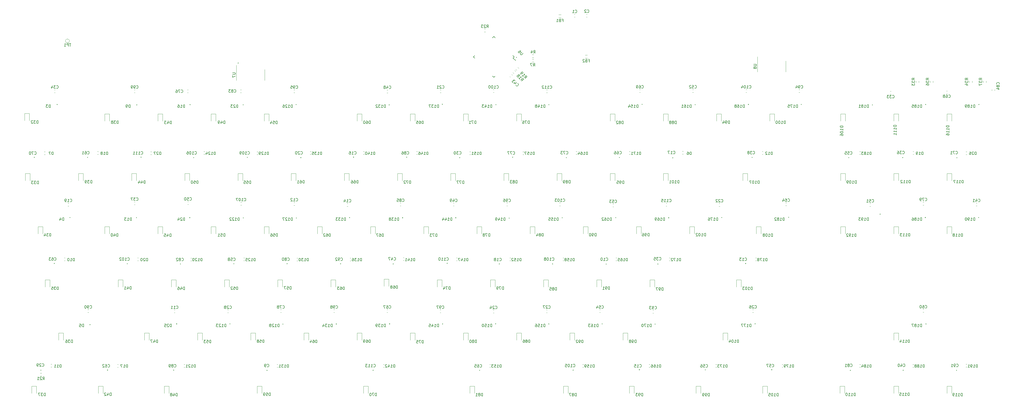
<source format=gbr>
%TF.GenerationSoftware,KiCad,Pcbnew,(5.1.8)-1*%
%TF.CreationDate,2022-08-08T12:33:42+10:00*%
%TF.ProjectId,tkl_keyboard,746b6c5f-6b65-4796-926f-6172642e6b69,rev?*%
%TF.SameCoordinates,Original*%
%TF.FileFunction,Legend,Bot*%
%TF.FilePolarity,Positive*%
%FSLAX46Y46*%
G04 Gerber Fmt 4.6, Leading zero omitted, Abs format (unit mm)*
G04 Created by KiCad (PCBNEW (5.1.8)-1) date 2022-08-08 12:33:42*
%MOMM*%
%LPD*%
G01*
G04 APERTURE LIST*
%ADD10C,0.200000*%
%ADD11C,0.120000*%
%ADD12C,0.150000*%
G04 APERTURE END LIST*
D10*
X30285360Y-181777640D02*
G75*
G03*
X30285360Y-181777640I-100000J0D01*
G01*
X54130880Y-181726840D02*
G75*
G03*
X54130880Y-181726840I-100000J0D01*
G01*
X77824000Y-181742080D02*
G75*
G03*
X77824000Y-181742080I-100000J0D01*
G01*
X111280880Y-181838600D02*
G75*
G03*
X111280880Y-181838600I-100000J0D01*
G01*
X149294520Y-181792880D02*
G75*
G03*
X149294520Y-181792880I-100000J0D01*
G01*
X187445320Y-181838600D02*
G75*
G03*
X187445320Y-181838600I-100000J0D01*
G01*
X220947920Y-181742080D02*
G75*
G03*
X220947920Y-181742080I-100000J0D01*
G01*
X244696920Y-181604920D02*
G75*
G03*
X244696920Y-181604920I-100000J0D01*
G01*
X268303680Y-181650640D02*
G75*
G03*
X268303680Y-181650640I-100000J0D01*
G01*
X292098400Y-181604920D02*
G75*
G03*
X292098400Y-181604920I-100000J0D01*
G01*
X320256840Y-181828440D02*
G75*
G03*
X320256840Y-181828440I-100000J0D01*
G01*
X339200160Y-181792880D02*
G75*
G03*
X339200160Y-181792880I-100000J0D01*
G01*
X358306040Y-181828440D02*
G75*
G03*
X358306040Y-181828440I-100000J0D01*
G01*
X347358640Y-165191440D02*
G75*
G03*
X347358640Y-165191440I-100000J0D01*
G01*
X286154800Y-165171120D02*
G75*
G03*
X286154800Y-165171120I-100000J0D01*
G01*
X250335720Y-165267640D02*
G75*
G03*
X250335720Y-165267640I-100000J0D01*
G01*
X231361920Y-165171120D02*
G75*
G03*
X231361920Y-165171120I-100000J0D01*
G01*
X212225560Y-165201600D02*
G75*
G03*
X212225560Y-165201600I-100000J0D01*
G01*
X193185720Y-165171120D02*
G75*
G03*
X193185720Y-165171120I-100000J0D01*
G01*
X174176360Y-165201600D02*
G75*
G03*
X174176360Y-165201600I-100000J0D01*
G01*
X155192400Y-165171120D02*
G75*
G03*
X155192400Y-165171120I-100000J0D01*
G01*
X136106840Y-165227000D02*
G75*
G03*
X136106840Y-165227000I-100000J0D01*
G01*
X116965400Y-165257480D02*
G75*
G03*
X116965400Y-165257480I-100000J0D01*
G01*
X97986520Y-165181280D02*
G75*
G03*
X97986520Y-165181280I-100000J0D01*
G01*
X78895880Y-165181280D02*
G75*
G03*
X78895880Y-165181280I-100000J0D01*
G01*
X47841840Y-165455600D02*
G75*
G03*
X47841840Y-165455600I-100000J0D01*
G01*
X35075800Y-143530320D02*
G75*
G03*
X35075800Y-143530320I-100000J0D01*
G01*
X61212400Y-143647160D02*
G75*
G03*
X61212400Y-143647160I-100000J0D01*
G01*
X80267480Y-143728440D02*
G75*
G03*
X80267480Y-143728440I-100000J0D01*
G01*
X99398760Y-143611600D02*
G75*
G03*
X99398760Y-143611600I-100000J0D01*
G01*
X118464000Y-143611600D02*
G75*
G03*
X118464000Y-143611600I-100000J0D01*
G01*
X137630840Y-143647160D02*
G75*
G03*
X137630840Y-143647160I-100000J0D01*
G01*
X156487800Y-143687800D02*
G75*
G03*
X156487800Y-143687800I-100000J0D01*
G01*
X175832440Y-143494760D02*
G75*
G03*
X175832440Y-143494760I-100000J0D01*
G01*
X194496360Y-143687800D02*
G75*
G03*
X194496360Y-143687800I-100000J0D01*
G01*
X213587000Y-143687800D02*
G75*
G03*
X213587000Y-143687800I-100000J0D01*
G01*
X232794480Y-143764000D02*
G75*
G03*
X232794480Y-143764000I-100000J0D01*
G01*
X251295840Y-143743680D02*
G75*
G03*
X251295840Y-143743680I-100000J0D01*
G01*
X282730880Y-143550640D02*
G75*
G03*
X282730880Y-143550640I-100000J0D01*
G01*
X366235920Y-127086360D02*
G75*
G03*
X366235920Y-127086360I-100000J0D01*
G01*
X347135120Y-127086360D02*
G75*
G03*
X347135120Y-127086360I-100000J0D01*
G01*
X330929920Y-125857000D02*
G75*
G03*
X330929920Y-125857000I-100000J0D01*
G01*
X298163920Y-127005080D02*
G75*
G03*
X298163920Y-127005080I-100000J0D01*
G01*
X274191400Y-127086360D02*
G75*
G03*
X274191400Y-127086360I-100000J0D01*
G01*
X255171880Y-127162560D02*
G75*
G03*
X255171880Y-127162560I-100000J0D01*
G01*
X236198080Y-127127000D02*
G75*
G03*
X236198080Y-127127000I-100000J0D01*
G01*
X217056640Y-127162560D02*
G75*
G03*
X217056640Y-127162560I-100000J0D01*
G01*
X198042200Y-127284480D02*
G75*
G03*
X198042200Y-127284480I-100000J0D01*
G01*
X178900760Y-127162560D02*
G75*
G03*
X178900760Y-127162560I-100000J0D01*
G01*
X159845680Y-127162560D02*
G75*
G03*
X159845680Y-127162560I-100000J0D01*
G01*
X140866800Y-127086360D02*
G75*
G03*
X140866800Y-127086360I-100000J0D01*
G01*
X121796480Y-127243840D02*
G75*
G03*
X121796480Y-127243840I-100000J0D01*
G01*
X102776960Y-127203200D02*
G75*
G03*
X102776960Y-127203200I-100000J0D01*
G01*
X83599960Y-127127000D02*
G75*
G03*
X83599960Y-127127000I-100000J0D01*
G01*
X64499160Y-127127000D02*
G75*
G03*
X64499160Y-127127000I-100000J0D01*
G01*
X40689200Y-127086360D02*
G75*
G03*
X40689200Y-127086360I-100000J0D01*
G01*
X27918080Y-105521760D02*
G75*
G03*
X27918080Y-105521760I-100000J0D01*
G01*
X46973160Y-105521760D02*
G75*
G03*
X46973160Y-105521760I-100000J0D01*
G01*
X66145080Y-105465880D02*
G75*
G03*
X66145080Y-105465880I-100000J0D01*
G01*
X85007120Y-105597960D02*
G75*
G03*
X85007120Y-105597960I-100000J0D01*
G01*
X104219680Y-105506520D02*
G75*
G03*
X104219680Y-105506520I-100000J0D01*
G01*
X123396680Y-105623360D02*
G75*
G03*
X123396680Y-105623360I-100000J0D01*
G01*
X142279040Y-105460800D02*
G75*
G03*
X142279040Y-105460800I-100000J0D01*
G01*
X161293480Y-105481120D02*
G75*
G03*
X161293480Y-105481120I-100000J0D01*
G01*
X180313000Y-105623360D02*
G75*
G03*
X180313000Y-105623360I-100000J0D01*
G01*
X199271560Y-105455720D02*
G75*
G03*
X199271560Y-105455720I-100000J0D01*
G01*
X218524760Y-105597960D02*
G75*
G03*
X218524760Y-105597960I-100000J0D01*
G01*
X237513800Y-105572560D02*
G75*
G03*
X237513800Y-105572560I-100000J0D01*
G01*
X256650160Y-105689400D02*
G75*
G03*
X256650160Y-105689400I-100000J0D01*
G01*
X285057520Y-105542080D02*
G75*
G03*
X285057520Y-105542080I-100000J0D01*
G01*
X319692960Y-105597960D02*
G75*
G03*
X319692960Y-105597960I-100000J0D01*
G01*
X339027440Y-105608120D02*
G75*
G03*
X339027440Y-105608120I-100000J0D01*
G01*
X358433040Y-105679240D02*
G75*
G03*
X358433040Y-105679240I-100000J0D01*
G01*
X366327360Y-86573360D02*
G75*
G03*
X366327360Y-86573360I-100000J0D01*
G01*
X347241800Y-86573360D02*
G75*
G03*
X347241800Y-86573360I-100000J0D01*
G01*
X328156240Y-86735920D02*
G75*
G03*
X328156240Y-86735920I-100000J0D01*
G01*
X302669880Y-86573360D02*
G75*
G03*
X302669880Y-86573360I-100000J0D01*
G01*
X283751960Y-86573360D02*
G75*
G03*
X283751960Y-86573360I-100000J0D01*
G01*
X264661320Y-86639400D02*
G75*
G03*
X264661320Y-86639400I-100000J0D01*
G01*
X245651960Y-86527640D02*
G75*
G03*
X245651960Y-86527640I-100000J0D01*
G01*
X212245880Y-86649560D02*
G75*
G03*
X212245880Y-86649560I-100000J0D01*
G01*
X193282240Y-86659720D02*
G75*
G03*
X193282240Y-86659720I-100000J0D01*
G01*
X174100160Y-86492080D02*
G75*
G03*
X174100160Y-86492080I-100000J0D01*
G01*
X155034920Y-86715600D02*
G75*
G03*
X155034920Y-86715600I-100000J0D01*
G01*
X121699960Y-86603840D02*
G75*
G03*
X121699960Y-86603840I-100000J0D01*
G01*
X102756640Y-86700360D02*
G75*
G03*
X102756640Y-86700360I-100000J0D01*
G01*
X83701560Y-86629240D02*
G75*
G03*
X83701560Y-86629240I-100000J0D01*
G01*
X64626160Y-86720680D02*
G75*
G03*
X64626160Y-86720680I-100000J0D01*
G01*
X36076560Y-86583520D02*
G75*
G03*
X36076560Y-86583520I-100000J0D01*
G01*
X100953240Y-71739760D02*
G75*
G03*
X100953240Y-71739760I-100000J0D01*
G01*
X200648240Y-69728080D02*
G75*
G03*
X200648240Y-69728080I-100000J0D01*
G01*
D11*
%TO.C,U8*%
X286913000Y-72898000D02*
X286913000Y-69448000D01*
X286913000Y-72898000D02*
X286913000Y-74848000D01*
X297033000Y-72898000D02*
X297033000Y-70948000D01*
X297033000Y-72898000D02*
X297033000Y-74848000D01*
%TO.C,R7*%
X206221062Y-70313020D02*
X206695578Y-70313020D01*
X206221062Y-71358020D02*
X206695578Y-71358020D01*
%TO.C,R4*%
X206215982Y-68697580D02*
X206690498Y-68697580D01*
X206215982Y-69742580D02*
X206690498Y-69742580D01*
%TO.C,D35*%
X33377240Y-149368680D02*
X33377240Y-151918680D01*
X31677240Y-149368680D02*
X31677240Y-151918680D01*
X31677240Y-149368680D02*
X33377240Y-149368680D01*
%TO.C,U7*%
X100223000Y-75996800D02*
X100223000Y-72546800D01*
X100223000Y-75996800D02*
X100223000Y-77946800D01*
X110343000Y-75996800D02*
X110343000Y-74046800D01*
X110343000Y-75996800D02*
X110343000Y-77946800D01*
%TO.C,C43*%
X198838419Y-75828570D02*
X199037230Y-76027381D01*
X198117170Y-76549819D02*
X198315981Y-76748630D01*
%TO.C,R23*%
X189454058Y-60542700D02*
X188979542Y-60542700D01*
X189454058Y-59497700D02*
X188979542Y-59497700D01*
%TO.C,C60*%
X346456580Y-161012600D02*
X346175420Y-161012600D01*
X346456580Y-159992600D02*
X346175420Y-159992600D01*
%TO.C,D192*%
X316665240Y-130318680D02*
X318365240Y-130318680D01*
X316665240Y-130318680D02*
X316665240Y-132868680D01*
X318365240Y-130318680D02*
X318365240Y-132868680D01*
%TO.C,C1*%
X221524740Y-55211440D02*
X221243580Y-55211440D01*
X221524740Y-54191440D02*
X221243580Y-54191440D01*
%TO.C,C2*%
X225586380Y-55211440D02*
X225867540Y-55211440D01*
X225586380Y-54191440D02*
X225867540Y-54191440D01*
%TO.C,C9*%
X114705820Y-180748400D02*
X114986980Y-180748400D01*
X114705820Y-179728400D02*
X114986980Y-179728400D01*
%TO.C,C10*%
X236155920Y-142559500D02*
X236437080Y-142559500D01*
X236155920Y-141539500D02*
X236437080Y-141539500D01*
%TO.C,C11*%
X78182380Y-161190400D02*
X77901220Y-161190400D01*
X78182380Y-160170400D02*
X77901220Y-160170400D01*
%TO.C,C12*%
X121056980Y-121664000D02*
X120775820Y-121664000D01*
X121056980Y-122684000D02*
X120775820Y-122684000D01*
%TO.C,C13*%
X286193920Y-141539500D02*
X286475080Y-141539500D01*
X286193920Y-142559500D02*
X286475080Y-142559500D01*
%TO.C,C14*%
X140119680Y-123039600D02*
X139838520Y-123039600D01*
X140119680Y-122019600D02*
X139838520Y-122019600D01*
%TO.C,C15*%
X248030420Y-179703000D02*
X248311580Y-179703000D01*
X248030420Y-180723000D02*
X248311580Y-180723000D01*
%TO.C,C16*%
X145668420Y-103439500D02*
X145949580Y-103439500D01*
X145668420Y-104459500D02*
X145949580Y-104459500D01*
%TO.C,C17*%
X259968420Y-104345200D02*
X260249580Y-104345200D01*
X259968420Y-103325200D02*
X260249580Y-103325200D01*
%TO.C,C18*%
X198119420Y-142559500D02*
X198400580Y-142559500D01*
X198119420Y-141539500D02*
X198400580Y-141539500D01*
%TO.C,C19*%
X40119880Y-121918000D02*
X39838720Y-121918000D01*
X40119880Y-122938000D02*
X39838720Y-122938000D01*
%TO.C,C20*%
X126618420Y-104459500D02*
X126899580Y-104459500D01*
X126618420Y-103439500D02*
X126899580Y-103439500D01*
%TO.C,C21*%
X173469880Y-81278000D02*
X173188720Y-81278000D01*
X173469880Y-82298000D02*
X173188720Y-82298000D01*
%TO.C,C22*%
X273380780Y-123052300D02*
X273099620Y-123052300D01*
X273380780Y-122032300D02*
X273099620Y-122032300D01*
%TO.C,C24*%
X192456380Y-161266600D02*
X192175220Y-161266600D01*
X192456380Y-160246600D02*
X192175220Y-160246600D01*
%TO.C,C26*%
X285394980Y-160043400D02*
X285113820Y-160043400D01*
X285394980Y-161063400D02*
X285113820Y-161063400D01*
%TO.C,C27*%
X211506380Y-160119600D02*
X211225220Y-160119600D01*
X211506380Y-161139600D02*
X211225220Y-161139600D01*
%TO.C,C28*%
X97307980Y-161190400D02*
X97026820Y-161190400D01*
X97307980Y-160170400D02*
X97026820Y-160170400D01*
%TO.C,C29*%
X33756020Y-180646800D02*
X34037180Y-180646800D01*
X33756020Y-179626800D02*
X34037180Y-179626800D01*
%TO.C,C30*%
X183768420Y-103477600D02*
X184049580Y-103477600D01*
X183768420Y-104497600D02*
X184049580Y-104497600D01*
%TO.C,C33*%
X334453920Y-82869500D02*
X334735080Y-82869500D01*
X334453920Y-81849500D02*
X334735080Y-81849500D01*
%TO.C,C34*%
X35268480Y-81278000D02*
X34987320Y-81278000D01*
X35268480Y-82298000D02*
X34987320Y-82298000D01*
%TO.C,C35*%
X255269420Y-142496000D02*
X255550580Y-142496000D01*
X255269420Y-141476000D02*
X255550580Y-141476000D01*
%TO.C,C36*%
X342581920Y-103376000D02*
X342863080Y-103376000D01*
X342581920Y-104396000D02*
X342863080Y-104396000D01*
%TO.C,C37*%
X63856180Y-121435400D02*
X63575020Y-121435400D01*
X63856180Y-122455400D02*
X63575020Y-122455400D01*
%TO.C,C38*%
X288568820Y-103426800D02*
X288849980Y-103426800D01*
X288568820Y-104446800D02*
X288849980Y-104446800D01*
%TO.C,C40*%
X342518420Y-179703000D02*
X342799580Y-179703000D01*
X342518420Y-180723000D02*
X342799580Y-180723000D01*
%TO.C,C41*%
X365493880Y-122925300D02*
X365212720Y-122925300D01*
X365493880Y-121905300D02*
X365212720Y-121905300D01*
%TO.C,C47*%
X159955920Y-141412500D02*
X160237080Y-141412500D01*
X159955920Y-142432500D02*
X160237080Y-142432500D01*
%TO.C,C48*%
X154419880Y-82386900D02*
X154138720Y-82386900D01*
X154419880Y-81366900D02*
X154138720Y-81366900D01*
%TO.C,C49*%
X178181580Y-121892600D02*
X177900420Y-121892600D01*
X178181580Y-122912600D02*
X177900420Y-122912600D01*
%TO.C,C50*%
X82995080Y-121371900D02*
X82713920Y-121371900D01*
X82995080Y-122391900D02*
X82713920Y-122391900D01*
%TO.C,C51*%
X327393880Y-122045000D02*
X327112720Y-122045000D01*
X327393880Y-123065000D02*
X327112720Y-123065000D01*
%TO.C,C52*%
X263893880Y-81201800D02*
X263612720Y-81201800D01*
X263893880Y-82221800D02*
X263612720Y-82221800D01*
%TO.C,C53*%
X235331580Y-123268200D02*
X235050420Y-123268200D01*
X235331580Y-122248200D02*
X235050420Y-122248200D01*
%TO.C,C54*%
X230581780Y-161114200D02*
X230300620Y-161114200D01*
X230581780Y-160094200D02*
X230300620Y-160094200D01*
%TO.C,C55*%
X323468420Y-103439500D02*
X323749580Y-103439500D01*
X323468420Y-104459500D02*
X323749580Y-104459500D01*
%TO.C,C56*%
X271906420Y-180723000D02*
X272187580Y-180723000D01*
X271906420Y-179703000D02*
X272187580Y-179703000D01*
%TO.C,C57*%
X295655420Y-179703000D02*
X295936580Y-179703000D01*
X295655420Y-180723000D02*
X295936580Y-180723000D01*
%TO.C,C58*%
X102805920Y-141539500D02*
X103087080Y-141539500D01*
X102805920Y-142559500D02*
X103087080Y-142559500D01*
%TO.C,C61*%
X50418420Y-104459500D02*
X50699580Y-104459500D01*
X50418420Y-103439500D02*
X50699580Y-103439500D01*
%TO.C,C62*%
X57581220Y-180697600D02*
X57862380Y-180697600D01*
X57581220Y-179677600D02*
X57862380Y-179677600D01*
%TO.C,C63*%
X38543920Y-142559500D02*
X38825080Y-142559500D01*
X38543920Y-141539500D02*
X38825080Y-141539500D01*
%TO.C,C64*%
X297256780Y-121803700D02*
X296975620Y-121803700D01*
X297256780Y-122823700D02*
X296975620Y-122823700D01*
%TO.C,C65*%
X190931220Y-180723000D02*
X191212380Y-180723000D01*
X190931220Y-179703000D02*
X191212380Y-179703000D01*
%TO.C,C66*%
X240918420Y-103426800D02*
X241199580Y-103426800D01*
X240918420Y-104446800D02*
X241199580Y-104446800D01*
%TO.C,C67*%
X154407180Y-160068800D02*
X154126020Y-160068800D01*
X154407180Y-161088800D02*
X154126020Y-161088800D01*
%TO.C,C68*%
X354583420Y-81709800D02*
X354864580Y-81709800D01*
X354583420Y-82729800D02*
X354864580Y-82729800D01*
%TO.C,C69*%
X244894680Y-82234500D02*
X244613520Y-82234500D01*
X244894680Y-81214500D02*
X244613520Y-81214500D01*
%TO.C,C70*%
X31368420Y-103503000D02*
X31649580Y-103503000D01*
X31368420Y-104523000D02*
X31649580Y-104523000D01*
%TO.C,C71*%
X361568420Y-104523000D02*
X361849580Y-104523000D01*
X361568420Y-103503000D02*
X361849580Y-103503000D01*
%TO.C,C73*%
X221868420Y-104446800D02*
X222149580Y-104446800D01*
X221868420Y-103426800D02*
X222149580Y-103426800D01*
%TO.C,C76*%
X82906180Y-82348800D02*
X82625020Y-82348800D01*
X82906180Y-81328800D02*
X82625020Y-81328800D01*
%TO.C,C77*%
X202818420Y-103477600D02*
X203099580Y-103477600D01*
X202818420Y-104497600D02*
X203099580Y-104497600D01*
%TO.C,C78*%
X116256380Y-161114200D02*
X115975220Y-161114200D01*
X116256380Y-160094200D02*
X115975220Y-160094200D01*
%TO.C,C79*%
X346443880Y-122595100D02*
X346162720Y-122595100D01*
X346443880Y-121575100D02*
X346162720Y-121575100D01*
%TO.C,C80*%
X121855920Y-141603000D02*
X122137080Y-141603000D01*
X121855920Y-142623000D02*
X122137080Y-142623000D01*
%TO.C,C81*%
X323468420Y-180723000D02*
X323749580Y-180723000D01*
X323468420Y-179703000D02*
X323749580Y-179703000D01*
%TO.C,C82*%
X83819420Y-142623000D02*
X84100580Y-142623000D01*
X83819420Y-141603000D02*
X84100580Y-141603000D01*
%TO.C,C83*%
X101943480Y-81290700D02*
X101662320Y-81290700D01*
X101943480Y-82310700D02*
X101662320Y-82310700D01*
%TO.C,C84*%
X370863400Y-81534580D02*
X370863400Y-81253420D01*
X371883400Y-81534580D02*
X371883400Y-81253420D01*
%TO.C,C85*%
X159144280Y-122874500D02*
X158863120Y-122874500D01*
X159144280Y-121854500D02*
X158863120Y-121854500D01*
%TO.C,C86*%
X164718420Y-104446800D02*
X164999580Y-104446800D01*
X164718420Y-103426800D02*
X164999580Y-103426800D01*
%TO.C,C89*%
X81406420Y-180697600D02*
X81687580Y-180697600D01*
X81406420Y-179677600D02*
X81687580Y-179677600D01*
%TO.C,C90*%
X47231880Y-160068800D02*
X46950720Y-160068800D01*
X47231880Y-161088800D02*
X46950720Y-161088800D01*
%TO.C,C91*%
X361568420Y-179639500D02*
X361849580Y-179639500D01*
X361568420Y-180659500D02*
X361849580Y-180659500D01*
%TO.C,C92*%
X140905920Y-141603000D02*
X141187080Y-141603000D01*
X140905920Y-142623000D02*
X141187080Y-142623000D01*
%TO.C,C93*%
X249606380Y-161368200D02*
X249325220Y-161368200D01*
X249606380Y-160348200D02*
X249325220Y-160348200D01*
%TO.C,C94*%
X302006580Y-82247200D02*
X301725420Y-82247200D01*
X302006580Y-81227200D02*
X301725420Y-81227200D01*
%TO.C,C95*%
X121056980Y-82323400D02*
X120775820Y-82323400D01*
X121056980Y-81303400D02*
X120775820Y-81303400D01*
%TO.C,C96*%
X197282380Y-121892600D02*
X197001220Y-121892600D01*
X197282380Y-122912600D02*
X197001220Y-122912600D01*
%TO.C,C97*%
X173431780Y-160145000D02*
X173150620Y-160145000D01*
X173431780Y-161165000D02*
X173150620Y-161165000D01*
%TO.C,C98*%
X135357180Y-160094200D02*
X135076020Y-160094200D01*
X135357180Y-161114200D02*
X135076020Y-161114200D01*
%TO.C,C99*%
X63881580Y-81278000D02*
X63600420Y-81278000D01*
X63881580Y-82298000D02*
X63600420Y-82298000D01*
%TO.C,C100*%
X192469080Y-81252600D02*
X192187920Y-81252600D01*
X192469080Y-82272600D02*
X192187920Y-82272600D01*
%TO.C,C102*%
X64769420Y-141476000D02*
X65050580Y-141476000D01*
X64769420Y-142496000D02*
X65050580Y-142496000D01*
%TO.C,C103*%
X216243480Y-121829100D02*
X215962320Y-121829100D01*
X216243480Y-122849100D02*
X215962320Y-122849100D01*
%TO.C,C104*%
X282981980Y-81227200D02*
X282700820Y-81227200D01*
X282981980Y-82247200D02*
X282700820Y-82247200D01*
%TO.C,C105*%
X224256020Y-180697600D02*
X224537180Y-180697600D01*
X224256020Y-179677600D02*
X224537180Y-179677600D01*
%TO.C,C106*%
X88518420Y-103439500D02*
X88799580Y-103439500D01*
X88518420Y-104459500D02*
X88799580Y-104459500D01*
%TO.C,C107*%
X102006980Y-122633200D02*
X101725820Y-122633200D01*
X102006980Y-121613200D02*
X101725820Y-121613200D01*
%TO.C,C108*%
X217169420Y-141476000D02*
X217450580Y-141476000D01*
X217169420Y-142496000D02*
X217450580Y-142496000D01*
%TO.C,C109*%
X107568420Y-103503000D02*
X107849580Y-103503000D01*
X107568420Y-104523000D02*
X107849580Y-104523000D01*
%TO.C,C110*%
X179005920Y-141539500D02*
X179287080Y-141539500D01*
X179005920Y-142559500D02*
X179287080Y-142559500D01*
%TO.C,C111*%
X69468420Y-104523000D02*
X69749580Y-104523000D01*
X69468420Y-103503000D02*
X69749580Y-103503000D01*
%TO.C,C112*%
X211582580Y-81303400D02*
X211301420Y-81303400D01*
X211582580Y-82323400D02*
X211301420Y-82323400D01*
%TO.C,C113*%
X152831220Y-179703000D02*
X153112380Y-179703000D01*
X152831220Y-180723000D02*
X153112380Y-180723000D01*
%TO.C,C115*%
X254356180Y-122963400D02*
X254075020Y-122963400D01*
X254356180Y-121943400D02*
X254075020Y-121943400D01*
%TO.C,D32*%
X24311240Y-89792680D02*
X26011240Y-89792680D01*
X24311240Y-89792680D02*
X24311240Y-92342680D01*
X26011240Y-89792680D02*
X26011240Y-92342680D01*
%TO.C,D33*%
X24565240Y-111268680D02*
X26265240Y-111268680D01*
X24565240Y-111268680D02*
X24565240Y-113818680D01*
X26265240Y-111268680D02*
X26265240Y-113818680D01*
%TO.C,D34*%
X30837240Y-130318680D02*
X30837240Y-132868680D01*
X29137240Y-130318680D02*
X29137240Y-132868680D01*
X29137240Y-130318680D02*
X30837240Y-130318680D01*
%TO.C,D36*%
X36503240Y-168418680D02*
X38203240Y-168418680D01*
X36503240Y-168418680D02*
X36503240Y-170968680D01*
X38203240Y-168418680D02*
X38203240Y-170968680D01*
%TO.C,D37*%
X28551240Y-187468680D02*
X28551240Y-190018680D01*
X26851240Y-187468680D02*
X26851240Y-190018680D01*
X26851240Y-187468680D02*
X28551240Y-187468680D01*
%TO.C,D38*%
X54713240Y-89932680D02*
X54713240Y-92482680D01*
X53013240Y-89932680D02*
X53013240Y-92482680D01*
X53013240Y-89932680D02*
X54713240Y-89932680D01*
%TO.C,D39*%
X45315240Y-111268680D02*
X45315240Y-113818680D01*
X43615240Y-111268680D02*
X43615240Y-113818680D01*
X43615240Y-111268680D02*
X45315240Y-111268680D01*
%TO.C,D40*%
X53013240Y-130318680D02*
X54713240Y-130318680D01*
X53013240Y-130318680D02*
X53013240Y-132868680D01*
X54713240Y-130318680D02*
X54713240Y-132868680D01*
%TO.C,D41*%
X59539240Y-149368680D02*
X59539240Y-151918680D01*
X57839240Y-149368680D02*
X57839240Y-151918680D01*
X57839240Y-149368680D02*
X59539240Y-149368680D01*
%TO.C,D42*%
X52427240Y-187468680D02*
X52427240Y-190018680D01*
X50727240Y-187468680D02*
X50727240Y-190018680D01*
X50727240Y-187468680D02*
X52427240Y-187468680D01*
%TO.C,D43*%
X72063240Y-89932680D02*
X73763240Y-89932680D01*
X72063240Y-89932680D02*
X72063240Y-92482680D01*
X73763240Y-89932680D02*
X73763240Y-92482680D01*
%TO.C,D44*%
X62665240Y-111268680D02*
X64365240Y-111268680D01*
X62665240Y-111268680D02*
X62665240Y-113818680D01*
X64365240Y-111268680D02*
X64365240Y-113818680D01*
%TO.C,D45*%
X73763240Y-130318680D02*
X73763240Y-132868680D01*
X72063240Y-130318680D02*
X72063240Y-132868680D01*
X72063240Y-130318680D02*
X73763240Y-130318680D01*
%TO.C,D46*%
X76889240Y-149368680D02*
X78589240Y-149368680D01*
X76889240Y-149368680D02*
X76889240Y-151918680D01*
X78589240Y-149368680D02*
X78589240Y-151918680D01*
%TO.C,D47*%
X67237240Y-168418680D02*
X68937240Y-168418680D01*
X67237240Y-168418680D02*
X67237240Y-170968680D01*
X68937240Y-168418680D02*
X68937240Y-170968680D01*
%TO.C,D48*%
X74349240Y-187468680D02*
X76049240Y-187468680D01*
X74349240Y-187468680D02*
X74349240Y-190018680D01*
X76049240Y-187468680D02*
X76049240Y-190018680D01*
%TO.C,D49*%
X92813240Y-89932680D02*
X92813240Y-92482680D01*
X91113240Y-89932680D02*
X91113240Y-92482680D01*
X91113240Y-89932680D02*
X92813240Y-89932680D01*
%TO.C,D50*%
X83415240Y-111268680D02*
X83415240Y-113818680D01*
X81715240Y-111268680D02*
X81715240Y-113818680D01*
X81715240Y-111268680D02*
X83415240Y-111268680D01*
%TO.C,D51*%
X91113240Y-130318680D02*
X92813240Y-130318680D01*
X91113240Y-130318680D02*
X91113240Y-132868680D01*
X92813240Y-130318680D02*
X92813240Y-132868680D01*
%TO.C,D52*%
X95939240Y-149368680D02*
X97639240Y-149368680D01*
X95939240Y-149368680D02*
X95939240Y-151918680D01*
X97639240Y-149368680D02*
X97639240Y-151918680D01*
%TO.C,D53*%
X87987240Y-168418680D02*
X87987240Y-170968680D01*
X86287240Y-168418680D02*
X86287240Y-170968680D01*
X86287240Y-168418680D02*
X87987240Y-168418680D01*
%TO.C,D54*%
X110163240Y-89932680D02*
X111863240Y-89932680D01*
X110163240Y-89932680D02*
X110163240Y-92482680D01*
X111863240Y-89932680D02*
X111863240Y-92482680D01*
%TO.C,D55*%
X100765240Y-111268680D02*
X102465240Y-111268680D01*
X100765240Y-111268680D02*
X100765240Y-113818680D01*
X102465240Y-111268680D02*
X102465240Y-113818680D01*
%TO.C,D56*%
X111863240Y-130318680D02*
X111863240Y-132868680D01*
X110163240Y-130318680D02*
X110163240Y-132868680D01*
X110163240Y-130318680D02*
X111863240Y-130318680D01*
%TO.C,D57*%
X116689240Y-149368680D02*
X116689240Y-151918680D01*
X114989240Y-149368680D02*
X114989240Y-151918680D01*
X114989240Y-149368680D02*
X116689240Y-149368680D01*
%TO.C,D58*%
X107037240Y-168418680D02*
X107037240Y-170968680D01*
X105337240Y-168418680D02*
X105337240Y-170968680D01*
X105337240Y-168418680D02*
X107037240Y-168418680D01*
%TO.C,D59*%
X109323240Y-187468680D02*
X109323240Y-190018680D01*
X107623240Y-187468680D02*
X107623240Y-190018680D01*
X107623240Y-187468680D02*
X109323240Y-187468680D01*
%TO.C,D60*%
X145137240Y-89932680D02*
X145137240Y-92482680D01*
X143437240Y-89932680D02*
X143437240Y-92482680D01*
X143437240Y-89932680D02*
X145137240Y-89932680D01*
%TO.C,D61*%
X119815240Y-111268680D02*
X121515240Y-111268680D01*
X119815240Y-111268680D02*
X119815240Y-113818680D01*
X121515240Y-111268680D02*
X121515240Y-113818680D01*
%TO.C,D62*%
X129213240Y-130318680D02*
X130913240Y-130318680D01*
X129213240Y-130318680D02*
X129213240Y-132868680D01*
X130913240Y-130318680D02*
X130913240Y-132868680D01*
%TO.C,D63*%
X134039240Y-149368680D02*
X135739240Y-149368680D01*
X134039240Y-149368680D02*
X134039240Y-151918680D01*
X135739240Y-149368680D02*
X135739240Y-151918680D01*
%TO.C,D64*%
X124387240Y-168418680D02*
X126087240Y-168418680D01*
X124387240Y-168418680D02*
X124387240Y-170968680D01*
X126087240Y-168418680D02*
X126087240Y-170968680D01*
%TO.C,D65*%
X162487240Y-89932680D02*
X164187240Y-89932680D01*
X162487240Y-89932680D02*
X162487240Y-92482680D01*
X164187240Y-89932680D02*
X164187240Y-92482680D01*
%TO.C,D66*%
X140565240Y-111268680D02*
X140565240Y-113818680D01*
X138865240Y-111268680D02*
X138865240Y-113818680D01*
X138865240Y-111268680D02*
X140565240Y-111268680D01*
%TO.C,D67*%
X149963240Y-130318680D02*
X149963240Y-132868680D01*
X148263240Y-130318680D02*
X148263240Y-132868680D01*
X148263240Y-130318680D02*
X149963240Y-130318680D01*
%TO.C,D68*%
X154789240Y-149114680D02*
X154789240Y-151664680D01*
X153089240Y-149114680D02*
X153089240Y-151664680D01*
X153089240Y-149114680D02*
X154789240Y-149114680D01*
%TO.C,D69*%
X145137240Y-168418680D02*
X145137240Y-170968680D01*
X143437240Y-168418680D02*
X143437240Y-170968680D01*
X143437240Y-168418680D02*
X145137240Y-168418680D01*
%TO.C,D70*%
X145723240Y-187468680D02*
X147423240Y-187468680D01*
X145723240Y-187468680D02*
X145723240Y-190018680D01*
X147423240Y-187468680D02*
X147423240Y-190018680D01*
%TO.C,D71*%
X183237240Y-89932680D02*
X183237240Y-92482680D01*
X181537240Y-89932680D02*
X181537240Y-92482680D01*
X181537240Y-89932680D02*
X183237240Y-89932680D01*
%TO.C,D72*%
X157915240Y-111268680D02*
X159615240Y-111268680D01*
X157915240Y-111268680D02*
X157915240Y-113818680D01*
X159615240Y-111268680D02*
X159615240Y-113818680D01*
%TO.C,D73*%
X167313240Y-130318680D02*
X169013240Y-130318680D01*
X167313240Y-130318680D02*
X167313240Y-132868680D01*
X169013240Y-130318680D02*
X169013240Y-132868680D01*
%TO.C,D74*%
X172139240Y-149368680D02*
X173839240Y-149368680D01*
X172139240Y-149368680D02*
X172139240Y-151918680D01*
X173839240Y-149368680D02*
X173839240Y-151918680D01*
%TO.C,D75*%
X162487240Y-168418680D02*
X164187240Y-168418680D01*
X162487240Y-168418680D02*
X162487240Y-170968680D01*
X164187240Y-168418680D02*
X164187240Y-170968680D01*
%TO.C,D76*%
X202287240Y-89932680D02*
X202287240Y-92482680D01*
X200587240Y-89932680D02*
X200587240Y-92482680D01*
X200587240Y-89932680D02*
X202287240Y-89932680D01*
%TO.C,D77*%
X178665240Y-111268680D02*
X178665240Y-113818680D01*
X176965240Y-111268680D02*
X176965240Y-113818680D01*
X176965240Y-111268680D02*
X178665240Y-111268680D01*
%TO.C,D78*%
X188063240Y-130318680D02*
X188063240Y-132868680D01*
X186363240Y-130318680D02*
X186363240Y-132868680D01*
X186363240Y-130318680D02*
X188063240Y-130318680D01*
%TO.C,D79*%
X192889240Y-149368680D02*
X192889240Y-151918680D01*
X191189240Y-149368680D02*
X191189240Y-151918680D01*
X191189240Y-149368680D02*
X192889240Y-149368680D01*
%TO.C,D80*%
X183237240Y-168418680D02*
X183237240Y-170968680D01*
X181537240Y-168418680D02*
X181537240Y-170968680D01*
X181537240Y-168418680D02*
X183237240Y-168418680D01*
%TO.C,D81*%
X185523240Y-187468680D02*
X185523240Y-190018680D01*
X183823240Y-187468680D02*
X183823240Y-190018680D01*
X183823240Y-187468680D02*
X185523240Y-187468680D01*
%TO.C,D82*%
X235815240Y-89932680D02*
X235815240Y-92482680D01*
X234115240Y-89932680D02*
X234115240Y-92482680D01*
X234115240Y-89932680D02*
X235815240Y-89932680D01*
%TO.C,D83*%
X196015240Y-111268680D02*
X197715240Y-111268680D01*
X196015240Y-111268680D02*
X196015240Y-113818680D01*
X197715240Y-111268680D02*
X197715240Y-113818680D01*
%TO.C,D84*%
X205413240Y-130318680D02*
X207113240Y-130318680D01*
X205413240Y-130318680D02*
X205413240Y-132868680D01*
X207113240Y-130318680D02*
X207113240Y-132868680D01*
%TO.C,D85*%
X210239240Y-149368680D02*
X211939240Y-149368680D01*
X210239240Y-149368680D02*
X210239240Y-151918680D01*
X211939240Y-149368680D02*
X211939240Y-151918680D01*
%TO.C,D86*%
X200587240Y-168418680D02*
X202287240Y-168418680D01*
X200587240Y-168418680D02*
X200587240Y-170968680D01*
X202287240Y-168418680D02*
X202287240Y-170968680D01*
%TO.C,D87*%
X217351240Y-187468680D02*
X219051240Y-187468680D01*
X217351240Y-187468680D02*
X217351240Y-190018680D01*
X219051240Y-187468680D02*
X219051240Y-190018680D01*
%TO.C,D88*%
X253165240Y-89932680D02*
X254865240Y-89932680D01*
X253165240Y-89932680D02*
X253165240Y-92482680D01*
X254865240Y-89932680D02*
X254865240Y-92482680D01*
%TO.C,D89*%
X216765240Y-111268680D02*
X216765240Y-113818680D01*
X215065240Y-111268680D02*
X215065240Y-113818680D01*
X215065240Y-111268680D02*
X216765240Y-111268680D01*
%TO.C,D90*%
X226163240Y-130318680D02*
X226163240Y-132868680D01*
X224463240Y-130318680D02*
X224463240Y-132868680D01*
X224463240Y-130318680D02*
X226163240Y-130318680D01*
%TO.C,D91*%
X230989240Y-149368680D02*
X230989240Y-151918680D01*
X229289240Y-149368680D02*
X229289240Y-151918680D01*
X229289240Y-149368680D02*
X230989240Y-149368680D01*
%TO.C,D92*%
X221337240Y-168418680D02*
X221337240Y-170968680D01*
X219637240Y-168418680D02*
X219637240Y-170968680D01*
X219637240Y-168418680D02*
X221337240Y-168418680D01*
%TO.C,D93*%
X242673240Y-187468680D02*
X242673240Y-190018680D01*
X240973240Y-187468680D02*
X240973240Y-190018680D01*
X240973240Y-187468680D02*
X242673240Y-187468680D01*
%TO.C,D94*%
X273915240Y-89932680D02*
X273915240Y-92482680D01*
X272215240Y-89932680D02*
X272215240Y-92482680D01*
X272215240Y-89932680D02*
X273915240Y-89932680D01*
%TO.C,D95*%
X234115240Y-111268680D02*
X235815240Y-111268680D01*
X234115240Y-111268680D02*
X234115240Y-113818680D01*
X235815240Y-111268680D02*
X235815240Y-113818680D01*
%TO.C,D96*%
X243513240Y-130318680D02*
X245213240Y-130318680D01*
X243513240Y-130318680D02*
X243513240Y-132868680D01*
X245213240Y-130318680D02*
X245213240Y-132868680D01*
%TO.C,D97*%
X250039240Y-149368680D02*
X250039240Y-151918680D01*
X248339240Y-149368680D02*
X248339240Y-151918680D01*
X248339240Y-149368680D02*
X250039240Y-149368680D01*
%TO.C,D98*%
X238687240Y-168418680D02*
X240387240Y-168418680D01*
X238687240Y-168418680D02*
X238687240Y-170968680D01*
X240387240Y-168418680D02*
X240387240Y-170968680D01*
%TO.C,D99*%
X264849240Y-187468680D02*
X266549240Y-187468680D01*
X264849240Y-187468680D02*
X264849240Y-190018680D01*
X266549240Y-187468680D02*
X266549240Y-190018680D01*
%TO.C,D100*%
X291265240Y-89932680D02*
X292965240Y-89932680D01*
X291265240Y-89932680D02*
X291265240Y-92482680D01*
X292965240Y-89932680D02*
X292965240Y-92482680D01*
%TO.C,D101*%
X254865240Y-111268680D02*
X254865240Y-113818680D01*
X253165240Y-111268680D02*
X253165240Y-113818680D01*
X253165240Y-111268680D02*
X254865240Y-111268680D01*
%TO.C,D102*%
X264263240Y-130318680D02*
X264263240Y-132868680D01*
X262563240Y-130318680D02*
X262563240Y-132868680D01*
X262563240Y-130318680D02*
X264263240Y-130318680D01*
%TO.C,D103*%
X279327240Y-149368680D02*
X281027240Y-149368680D01*
X279327240Y-149368680D02*
X279327240Y-151918680D01*
X281027240Y-149368680D02*
X281027240Y-151918680D01*
%TO.C,D104*%
X276201240Y-168418680D02*
X276201240Y-170968680D01*
X274501240Y-168418680D02*
X274501240Y-170968680D01*
X274501240Y-168418680D02*
X276201240Y-168418680D01*
%TO.C,D105*%
X288725240Y-187468680D02*
X290425240Y-187468680D01*
X288725240Y-187468680D02*
X288725240Y-190018680D01*
X290425240Y-187468680D02*
X290425240Y-190018680D01*
%TO.C,D106*%
X318365240Y-89932680D02*
X318365240Y-92482680D01*
X316665240Y-89932680D02*
X316665240Y-92482680D01*
X316665240Y-89932680D02*
X318365240Y-89932680D01*
%TO.C,D107*%
X281613240Y-111268680D02*
X283313240Y-111268680D01*
X281613240Y-111268680D02*
X281613240Y-113818680D01*
X283313240Y-111268680D02*
X283313240Y-113818680D01*
%TO.C,D108*%
X286439240Y-130318680D02*
X288139240Y-130318680D01*
X286439240Y-130318680D02*
X286439240Y-132868680D01*
X288139240Y-130318680D02*
X288139240Y-132868680D01*
%TO.C,D109*%
X318365240Y-111268680D02*
X318365240Y-113818680D01*
X316665240Y-111268680D02*
X316665240Y-113818680D01*
X316665240Y-111268680D02*
X318365240Y-111268680D01*
%TO.C,D110*%
X316411240Y-187468680D02*
X318111240Y-187468680D01*
X316411240Y-187468680D02*
X316411240Y-190018680D01*
X318111240Y-187468680D02*
X318111240Y-190018680D01*
%TO.C,D111*%
X335715240Y-89932680D02*
X337415240Y-89932680D01*
X335715240Y-89932680D02*
X335715240Y-92482680D01*
X337415240Y-89932680D02*
X337415240Y-92482680D01*
%TO.C,D112*%
X337415240Y-111268680D02*
X337415240Y-113818680D01*
X335715240Y-111268680D02*
X335715240Y-113818680D01*
X335715240Y-111268680D02*
X337415240Y-111268680D01*
%TO.C,D113*%
X337415240Y-130318680D02*
X337415240Y-132868680D01*
X335715240Y-130318680D02*
X335715240Y-132868680D01*
X335715240Y-130318680D02*
X337415240Y-130318680D01*
%TO.C,D114*%
X335715240Y-168418680D02*
X337415240Y-168418680D01*
X335715240Y-168418680D02*
X335715240Y-170968680D01*
X337415240Y-168418680D02*
X337415240Y-170968680D01*
%TO.C,D115*%
X337415240Y-187468680D02*
X337415240Y-190018680D01*
X335715240Y-187468680D02*
X335715240Y-190018680D01*
X335715240Y-187468680D02*
X337415240Y-187468680D01*
%TO.C,D116*%
X356465240Y-89932680D02*
X356465240Y-92482680D01*
X354765240Y-89932680D02*
X354765240Y-92482680D01*
X354765240Y-89932680D02*
X356465240Y-89932680D01*
%TO.C,D117*%
X354765240Y-111268680D02*
X356465240Y-111268680D01*
X354765240Y-111268680D02*
X354765240Y-113818680D01*
X356465240Y-111268680D02*
X356465240Y-113818680D01*
%TO.C,D118*%
X354765240Y-130318680D02*
X356465240Y-130318680D01*
X354765240Y-130318680D02*
X354765240Y-132868680D01*
X356465240Y-130318680D02*
X356465240Y-132868680D01*
%TO.C,D119*%
X354765240Y-187468680D02*
X356465240Y-187468680D01*
X354765240Y-187468680D02*
X354765240Y-190018680D01*
X356465240Y-187468680D02*
X356465240Y-190018680D01*
%TO.C,FB1*%
X215688828Y-55519250D02*
X216488072Y-55519250D01*
X215688828Y-54399250D02*
X216488072Y-54399250D01*
%TO.C,FB2*%
X225131278Y-69978200D02*
X225930522Y-69978200D01*
X225131278Y-68858200D02*
X225930522Y-68858200D01*
%TO.C,R18*%
X199208370Y-75106297D02*
X199543903Y-75441830D01*
X199947297Y-74367370D02*
X200282830Y-74702903D01*
%TO.C,R19*%
X201038660Y-73248933D02*
X201374193Y-73584466D01*
X200299733Y-73987860D02*
X200635266Y-74323393D01*
%TO.C,R21*%
X29925742Y-182814700D02*
X30400258Y-182814700D01*
X29925742Y-183859700D02*
X30400258Y-183859700D01*
%TO.C,R33*%
X343667820Y-78185742D02*
X343667820Y-78660258D01*
X344712820Y-78185742D02*
X344712820Y-78660258D01*
%TO.C,R34*%
X362748300Y-78185742D02*
X362748300Y-78660258D01*
X363793300Y-78185742D02*
X363793300Y-78660258D01*
%TO.C,R36*%
X349797900Y-78185742D02*
X349797900Y-78660258D01*
X348752900Y-78185742D02*
X348752900Y-78660258D01*
%TO.C,R37*%
X368822500Y-78185742D02*
X368822500Y-78660258D01*
X367777500Y-78185742D02*
X367777500Y-78660258D01*
%TO.C,TP1*%
X40374800Y-63804800D02*
G75*
G03*
X40374800Y-63804800I-700000J0D01*
G01*
D12*
%TO.C,U6*%
X199761520Y-69523148D02*
X199354934Y-69929734D01*
X192442965Y-62204593D02*
X191965668Y-62681890D01*
X185124410Y-69523148D02*
X185601707Y-69045851D01*
X192442965Y-76841703D02*
X192920262Y-76364406D01*
X199761520Y-69523148D02*
X199284223Y-69045851D01*
X192442965Y-76841703D02*
X191965668Y-76364406D01*
X185124410Y-69523148D02*
X185601707Y-70000445D01*
X192442965Y-62204593D02*
X192920262Y-62681890D01*
X199354934Y-69929734D02*
X200256495Y-70831296D01*
%TO.C,U8*%
X285525380Y-72136095D02*
X286334904Y-72136095D01*
X286430142Y-72183714D01*
X286477761Y-72231333D01*
X286525380Y-72326571D01*
X286525380Y-72517047D01*
X286477761Y-72612285D01*
X286430142Y-72659904D01*
X286334904Y-72707523D01*
X285525380Y-72707523D01*
X285953952Y-73326571D02*
X285906333Y-73231333D01*
X285858714Y-73183714D01*
X285763476Y-73136095D01*
X285715857Y-73136095D01*
X285620619Y-73183714D01*
X285573000Y-73231333D01*
X285525380Y-73326571D01*
X285525380Y-73517047D01*
X285573000Y-73612285D01*
X285620619Y-73659904D01*
X285715857Y-73707523D01*
X285763476Y-73707523D01*
X285858714Y-73659904D01*
X285906333Y-73612285D01*
X285953952Y-73517047D01*
X285953952Y-73326571D01*
X286001571Y-73231333D01*
X286049190Y-73183714D01*
X286144428Y-73136095D01*
X286334904Y-73136095D01*
X286430142Y-73183714D01*
X286477761Y-73231333D01*
X286525380Y-73326571D01*
X286525380Y-73517047D01*
X286477761Y-73612285D01*
X286430142Y-73659904D01*
X286334904Y-73707523D01*
X286144428Y-73707523D01*
X286049190Y-73659904D01*
X286001571Y-73612285D01*
X285953952Y-73517047D01*
%TO.C,D193*%
X326625056Y-128130560D02*
X326625056Y-127130560D01*
X326386960Y-127130560D01*
X326244103Y-127178180D01*
X326148865Y-127273418D01*
X326101246Y-127368656D01*
X326053627Y-127559132D01*
X326053627Y-127701989D01*
X326101246Y-127892465D01*
X326148865Y-127987703D01*
X326244103Y-128082941D01*
X326386960Y-128130560D01*
X326625056Y-128130560D01*
X325101246Y-128130560D02*
X325672675Y-128130560D01*
X325386960Y-128130560D02*
X325386960Y-127130560D01*
X325482199Y-127273418D01*
X325577437Y-127368656D01*
X325672675Y-127416275D01*
X324625056Y-128130560D02*
X324434580Y-128130560D01*
X324339341Y-128082941D01*
X324291722Y-128035322D01*
X324196484Y-127892465D01*
X324148865Y-127701989D01*
X324148865Y-127321037D01*
X324196484Y-127225799D01*
X324244103Y-127178180D01*
X324339341Y-127130560D01*
X324529818Y-127130560D01*
X324625056Y-127178180D01*
X324672675Y-127225799D01*
X324720294Y-127321037D01*
X324720294Y-127559132D01*
X324672675Y-127654370D01*
X324625056Y-127701989D01*
X324529818Y-127749608D01*
X324339341Y-127749608D01*
X324244103Y-127701989D01*
X324196484Y-127654370D01*
X324148865Y-127559132D01*
X323815532Y-127130560D02*
X323196484Y-127130560D01*
X323529818Y-127511513D01*
X323386960Y-127511513D01*
X323291722Y-127559132D01*
X323244103Y-127606751D01*
X323196484Y-127701989D01*
X323196484Y-127940084D01*
X323244103Y-128035322D01*
X323291722Y-128082941D01*
X323386960Y-128130560D01*
X323672675Y-128130560D01*
X323767913Y-128082941D01*
X323815532Y-128035322D01*
%TO.C,D191*%
X365730896Y-180749200D02*
X365730896Y-179749200D01*
X365492800Y-179749200D01*
X365349943Y-179796820D01*
X365254705Y-179892058D01*
X365207086Y-179987296D01*
X365159467Y-180177772D01*
X365159467Y-180320629D01*
X365207086Y-180511105D01*
X365254705Y-180606343D01*
X365349943Y-180701581D01*
X365492800Y-180749200D01*
X365730896Y-180749200D01*
X364207086Y-180749200D02*
X364778515Y-180749200D01*
X364492800Y-180749200D02*
X364492800Y-179749200D01*
X364588039Y-179892058D01*
X364683277Y-179987296D01*
X364778515Y-180034915D01*
X363730896Y-180749200D02*
X363540420Y-180749200D01*
X363445181Y-180701581D01*
X363397562Y-180653962D01*
X363302324Y-180511105D01*
X363254705Y-180320629D01*
X363254705Y-179939677D01*
X363302324Y-179844439D01*
X363349943Y-179796820D01*
X363445181Y-179749200D01*
X363635658Y-179749200D01*
X363730896Y-179796820D01*
X363778515Y-179844439D01*
X363826134Y-179939677D01*
X363826134Y-180177772D01*
X363778515Y-180273010D01*
X363730896Y-180320629D01*
X363635658Y-180368248D01*
X363445181Y-180368248D01*
X363349943Y-180320629D01*
X363302324Y-180273010D01*
X363254705Y-180177772D01*
X362302324Y-180749200D02*
X362873753Y-180749200D01*
X362588039Y-180749200D02*
X362588039Y-179749200D01*
X362683277Y-179892058D01*
X362778515Y-179987296D01*
X362873753Y-180034915D01*
%TO.C,D190*%
X364725056Y-128130560D02*
X364725056Y-127130560D01*
X364486960Y-127130560D01*
X364344103Y-127178180D01*
X364248865Y-127273418D01*
X364201246Y-127368656D01*
X364153627Y-127559132D01*
X364153627Y-127701989D01*
X364201246Y-127892465D01*
X364248865Y-127987703D01*
X364344103Y-128082941D01*
X364486960Y-128130560D01*
X364725056Y-128130560D01*
X363201246Y-128130560D02*
X363772675Y-128130560D01*
X363486960Y-128130560D02*
X363486960Y-127130560D01*
X363582199Y-127273418D01*
X363677437Y-127368656D01*
X363772675Y-127416275D01*
X362725056Y-128130560D02*
X362534580Y-128130560D01*
X362439341Y-128082941D01*
X362391722Y-128035322D01*
X362296484Y-127892465D01*
X362248865Y-127701989D01*
X362248865Y-127321037D01*
X362296484Y-127225799D01*
X362344103Y-127178180D01*
X362439341Y-127130560D01*
X362629818Y-127130560D01*
X362725056Y-127178180D01*
X362772675Y-127225799D01*
X362820294Y-127321037D01*
X362820294Y-127559132D01*
X362772675Y-127654370D01*
X362725056Y-127701989D01*
X362629818Y-127749608D01*
X362439341Y-127749608D01*
X362344103Y-127701989D01*
X362296484Y-127654370D01*
X362248865Y-127559132D01*
X361629818Y-127130560D02*
X361534580Y-127130560D01*
X361439341Y-127178180D01*
X361391722Y-127225799D01*
X361344103Y-127321037D01*
X361296484Y-127511513D01*
X361296484Y-127749608D01*
X361344103Y-127940084D01*
X361391722Y-128035322D01*
X361439341Y-128082941D01*
X361534580Y-128130560D01*
X361629818Y-128130560D01*
X361725056Y-128082941D01*
X361772675Y-128035322D01*
X361820294Y-127940084D01*
X361867913Y-127749608D01*
X361867913Y-127511513D01*
X361820294Y-127321037D01*
X361772675Y-127225799D01*
X361725056Y-127178180D01*
X361629818Y-127130560D01*
%TO.C,D189*%
X364725056Y-87649310D02*
X364725056Y-86649310D01*
X364486960Y-86649310D01*
X364344103Y-86696930D01*
X364248865Y-86792168D01*
X364201246Y-86887406D01*
X364153627Y-87077882D01*
X364153627Y-87220739D01*
X364201246Y-87411215D01*
X364248865Y-87506453D01*
X364344103Y-87601691D01*
X364486960Y-87649310D01*
X364725056Y-87649310D01*
X363201246Y-87649310D02*
X363772675Y-87649310D01*
X363486960Y-87649310D02*
X363486960Y-86649310D01*
X363582199Y-86792168D01*
X363677437Y-86887406D01*
X363772675Y-86935025D01*
X362629818Y-87077882D02*
X362725056Y-87030263D01*
X362772675Y-86982644D01*
X362820294Y-86887406D01*
X362820294Y-86839787D01*
X362772675Y-86744549D01*
X362725056Y-86696930D01*
X362629818Y-86649310D01*
X362439341Y-86649310D01*
X362344103Y-86696930D01*
X362296484Y-86744549D01*
X362248865Y-86839787D01*
X362248865Y-86887406D01*
X362296484Y-86982644D01*
X362344103Y-87030263D01*
X362439341Y-87077882D01*
X362629818Y-87077882D01*
X362725056Y-87125501D01*
X362772675Y-87173120D01*
X362820294Y-87268358D01*
X362820294Y-87458834D01*
X362772675Y-87554072D01*
X362725056Y-87601691D01*
X362629818Y-87649310D01*
X362439341Y-87649310D01*
X362344103Y-87601691D01*
X362296484Y-87554072D01*
X362248865Y-87458834D01*
X362248865Y-87268358D01*
X362296484Y-87173120D01*
X362344103Y-87125501D01*
X362439341Y-87077882D01*
X361772675Y-87649310D02*
X361582199Y-87649310D01*
X361486960Y-87601691D01*
X361439341Y-87554072D01*
X361344103Y-87411215D01*
X361296484Y-87220739D01*
X361296484Y-86839787D01*
X361344103Y-86744549D01*
X361391722Y-86696930D01*
X361486960Y-86649310D01*
X361677437Y-86649310D01*
X361772675Y-86696930D01*
X361820294Y-86744549D01*
X361867913Y-86839787D01*
X361867913Y-87077882D01*
X361820294Y-87173120D01*
X361772675Y-87220739D01*
X361677437Y-87268358D01*
X361486960Y-87268358D01*
X361391722Y-87220739D01*
X361344103Y-87173120D01*
X361296484Y-87077882D01*
%TO.C,D188*%
X346680896Y-180749200D02*
X346680896Y-179749200D01*
X346442800Y-179749200D01*
X346299943Y-179796820D01*
X346204705Y-179892058D01*
X346157086Y-179987296D01*
X346109467Y-180177772D01*
X346109467Y-180320629D01*
X346157086Y-180511105D01*
X346204705Y-180606343D01*
X346299943Y-180701581D01*
X346442800Y-180749200D01*
X346680896Y-180749200D01*
X345157086Y-180749200D02*
X345728515Y-180749200D01*
X345442800Y-180749200D02*
X345442800Y-179749200D01*
X345538039Y-179892058D01*
X345633277Y-179987296D01*
X345728515Y-180034915D01*
X344585658Y-180177772D02*
X344680896Y-180130153D01*
X344728515Y-180082534D01*
X344776134Y-179987296D01*
X344776134Y-179939677D01*
X344728515Y-179844439D01*
X344680896Y-179796820D01*
X344585658Y-179749200D01*
X344395181Y-179749200D01*
X344299943Y-179796820D01*
X344252324Y-179844439D01*
X344204705Y-179939677D01*
X344204705Y-179987296D01*
X344252324Y-180082534D01*
X344299943Y-180130153D01*
X344395181Y-180177772D01*
X344585658Y-180177772D01*
X344680896Y-180225391D01*
X344728515Y-180273010D01*
X344776134Y-180368248D01*
X344776134Y-180558724D01*
X344728515Y-180653962D01*
X344680896Y-180701581D01*
X344585658Y-180749200D01*
X344395181Y-180749200D01*
X344299943Y-180701581D01*
X344252324Y-180653962D01*
X344204705Y-180558724D01*
X344204705Y-180368248D01*
X344252324Y-180273010D01*
X344299943Y-180225391D01*
X344395181Y-180177772D01*
X343633277Y-180177772D02*
X343728515Y-180130153D01*
X343776134Y-180082534D01*
X343823753Y-179987296D01*
X343823753Y-179939677D01*
X343776134Y-179844439D01*
X343728515Y-179796820D01*
X343633277Y-179749200D01*
X343442800Y-179749200D01*
X343347562Y-179796820D01*
X343299943Y-179844439D01*
X343252324Y-179939677D01*
X343252324Y-179987296D01*
X343299943Y-180082534D01*
X343347562Y-180130153D01*
X343442800Y-180177772D01*
X343633277Y-180177772D01*
X343728515Y-180225391D01*
X343776134Y-180273010D01*
X343823753Y-180368248D01*
X343823753Y-180558724D01*
X343776134Y-180653962D01*
X343728515Y-180701581D01*
X343633277Y-180749200D01*
X343442800Y-180749200D01*
X343347562Y-180701581D01*
X343299943Y-180653962D01*
X343252324Y-180558724D01*
X343252324Y-180368248D01*
X343299943Y-180273010D01*
X343347562Y-180225391D01*
X343442800Y-180177772D01*
%TO.C,D187*%
X345675056Y-166230560D02*
X345675056Y-165230560D01*
X345436960Y-165230560D01*
X345294103Y-165278180D01*
X345198865Y-165373418D01*
X345151246Y-165468656D01*
X345103627Y-165659132D01*
X345103627Y-165801989D01*
X345151246Y-165992465D01*
X345198865Y-166087703D01*
X345294103Y-166182941D01*
X345436960Y-166230560D01*
X345675056Y-166230560D01*
X344151246Y-166230560D02*
X344722675Y-166230560D01*
X344436960Y-166230560D02*
X344436960Y-165230560D01*
X344532199Y-165373418D01*
X344627437Y-165468656D01*
X344722675Y-165516275D01*
X343579818Y-165659132D02*
X343675056Y-165611513D01*
X343722675Y-165563894D01*
X343770294Y-165468656D01*
X343770294Y-165421037D01*
X343722675Y-165325799D01*
X343675056Y-165278180D01*
X343579818Y-165230560D01*
X343389341Y-165230560D01*
X343294103Y-165278180D01*
X343246484Y-165325799D01*
X343198865Y-165421037D01*
X343198865Y-165468656D01*
X343246484Y-165563894D01*
X343294103Y-165611513D01*
X343389341Y-165659132D01*
X343579818Y-165659132D01*
X343675056Y-165706751D01*
X343722675Y-165754370D01*
X343770294Y-165849608D01*
X343770294Y-166040084D01*
X343722675Y-166135322D01*
X343675056Y-166182941D01*
X343579818Y-166230560D01*
X343389341Y-166230560D01*
X343294103Y-166182941D01*
X343246484Y-166135322D01*
X343198865Y-166040084D01*
X343198865Y-165849608D01*
X343246484Y-165754370D01*
X343294103Y-165706751D01*
X343389341Y-165659132D01*
X342865532Y-165230560D02*
X342198865Y-165230560D01*
X342627437Y-166230560D01*
%TO.C,D186*%
X345675056Y-128130560D02*
X345675056Y-127130560D01*
X345436960Y-127130560D01*
X345294103Y-127178180D01*
X345198865Y-127273418D01*
X345151246Y-127368656D01*
X345103627Y-127559132D01*
X345103627Y-127701989D01*
X345151246Y-127892465D01*
X345198865Y-127987703D01*
X345294103Y-128082941D01*
X345436960Y-128130560D01*
X345675056Y-128130560D01*
X344151246Y-128130560D02*
X344722675Y-128130560D01*
X344436960Y-128130560D02*
X344436960Y-127130560D01*
X344532199Y-127273418D01*
X344627437Y-127368656D01*
X344722675Y-127416275D01*
X343579818Y-127559132D02*
X343675056Y-127511513D01*
X343722675Y-127463894D01*
X343770294Y-127368656D01*
X343770294Y-127321037D01*
X343722675Y-127225799D01*
X343675056Y-127178180D01*
X343579818Y-127130560D01*
X343389341Y-127130560D01*
X343294103Y-127178180D01*
X343246484Y-127225799D01*
X343198865Y-127321037D01*
X343198865Y-127368656D01*
X343246484Y-127463894D01*
X343294103Y-127511513D01*
X343389341Y-127559132D01*
X343579818Y-127559132D01*
X343675056Y-127606751D01*
X343722675Y-127654370D01*
X343770294Y-127749608D01*
X343770294Y-127940084D01*
X343722675Y-128035322D01*
X343675056Y-128082941D01*
X343579818Y-128130560D01*
X343389341Y-128130560D01*
X343294103Y-128082941D01*
X343246484Y-128035322D01*
X343198865Y-127940084D01*
X343198865Y-127749608D01*
X343246484Y-127654370D01*
X343294103Y-127606751D01*
X343389341Y-127559132D01*
X342341722Y-127130560D02*
X342532199Y-127130560D01*
X342627437Y-127178180D01*
X342675056Y-127225799D01*
X342770294Y-127368656D01*
X342817913Y-127559132D01*
X342817913Y-127940084D01*
X342770294Y-128035322D01*
X342722675Y-128082941D01*
X342627437Y-128130560D01*
X342436960Y-128130560D01*
X342341722Y-128082941D01*
X342294103Y-128035322D01*
X342246484Y-127940084D01*
X342246484Y-127701989D01*
X342294103Y-127606751D01*
X342341722Y-127559132D01*
X342436960Y-127511513D01*
X342627437Y-127511513D01*
X342722675Y-127559132D01*
X342770294Y-127606751D01*
X342817913Y-127701989D01*
%TO.C,D185*%
X345675056Y-87649310D02*
X345675056Y-86649310D01*
X345436960Y-86649310D01*
X345294103Y-86696930D01*
X345198865Y-86792168D01*
X345151246Y-86887406D01*
X345103627Y-87077882D01*
X345103627Y-87220739D01*
X345151246Y-87411215D01*
X345198865Y-87506453D01*
X345294103Y-87601691D01*
X345436960Y-87649310D01*
X345675056Y-87649310D01*
X344151246Y-87649310D02*
X344722675Y-87649310D01*
X344436960Y-87649310D02*
X344436960Y-86649310D01*
X344532199Y-86792168D01*
X344627437Y-86887406D01*
X344722675Y-86935025D01*
X343579818Y-87077882D02*
X343675056Y-87030263D01*
X343722675Y-86982644D01*
X343770294Y-86887406D01*
X343770294Y-86839787D01*
X343722675Y-86744549D01*
X343675056Y-86696930D01*
X343579818Y-86649310D01*
X343389341Y-86649310D01*
X343294103Y-86696930D01*
X343246484Y-86744549D01*
X343198865Y-86839787D01*
X343198865Y-86887406D01*
X343246484Y-86982644D01*
X343294103Y-87030263D01*
X343389341Y-87077882D01*
X343579818Y-87077882D01*
X343675056Y-87125501D01*
X343722675Y-87173120D01*
X343770294Y-87268358D01*
X343770294Y-87458834D01*
X343722675Y-87554072D01*
X343675056Y-87601691D01*
X343579818Y-87649310D01*
X343389341Y-87649310D01*
X343294103Y-87601691D01*
X343246484Y-87554072D01*
X343198865Y-87458834D01*
X343198865Y-87268358D01*
X343246484Y-87173120D01*
X343294103Y-87125501D01*
X343389341Y-87077882D01*
X342294103Y-86649310D02*
X342770294Y-86649310D01*
X342817913Y-87125501D01*
X342770294Y-87077882D01*
X342675056Y-87030263D01*
X342436960Y-87030263D01*
X342341722Y-87077882D01*
X342294103Y-87125501D01*
X342246484Y-87220739D01*
X342246484Y-87458834D01*
X342294103Y-87554072D01*
X342341722Y-87601691D01*
X342436960Y-87649310D01*
X342675056Y-87649310D01*
X342770294Y-87601691D01*
X342817913Y-87554072D01*
%TO.C,D184*%
X327630896Y-180749200D02*
X327630896Y-179749200D01*
X327392800Y-179749200D01*
X327249943Y-179796820D01*
X327154705Y-179892058D01*
X327107086Y-179987296D01*
X327059467Y-180177772D01*
X327059467Y-180320629D01*
X327107086Y-180511105D01*
X327154705Y-180606343D01*
X327249943Y-180701581D01*
X327392800Y-180749200D01*
X327630896Y-180749200D01*
X326107086Y-180749200D02*
X326678515Y-180749200D01*
X326392800Y-180749200D02*
X326392800Y-179749200D01*
X326488039Y-179892058D01*
X326583277Y-179987296D01*
X326678515Y-180034915D01*
X325535658Y-180177772D02*
X325630896Y-180130153D01*
X325678515Y-180082534D01*
X325726134Y-179987296D01*
X325726134Y-179939677D01*
X325678515Y-179844439D01*
X325630896Y-179796820D01*
X325535658Y-179749200D01*
X325345181Y-179749200D01*
X325249943Y-179796820D01*
X325202324Y-179844439D01*
X325154705Y-179939677D01*
X325154705Y-179987296D01*
X325202324Y-180082534D01*
X325249943Y-180130153D01*
X325345181Y-180177772D01*
X325535658Y-180177772D01*
X325630896Y-180225391D01*
X325678515Y-180273010D01*
X325726134Y-180368248D01*
X325726134Y-180558724D01*
X325678515Y-180653962D01*
X325630896Y-180701581D01*
X325535658Y-180749200D01*
X325345181Y-180749200D01*
X325249943Y-180701581D01*
X325202324Y-180653962D01*
X325154705Y-180558724D01*
X325154705Y-180368248D01*
X325202324Y-180273010D01*
X325249943Y-180225391D01*
X325345181Y-180177772D01*
X324297562Y-180082534D02*
X324297562Y-180749200D01*
X324535658Y-179701581D02*
X324773753Y-180415867D01*
X324154705Y-180415867D01*
%TO.C,D183*%
X327630896Y-104549200D02*
X327630896Y-103549200D01*
X327392800Y-103549200D01*
X327249943Y-103596820D01*
X327154705Y-103692058D01*
X327107086Y-103787296D01*
X327059467Y-103977772D01*
X327059467Y-104120629D01*
X327107086Y-104311105D01*
X327154705Y-104406343D01*
X327249943Y-104501581D01*
X327392800Y-104549200D01*
X327630896Y-104549200D01*
X326107086Y-104549200D02*
X326678515Y-104549200D01*
X326392800Y-104549200D02*
X326392800Y-103549200D01*
X326488039Y-103692058D01*
X326583277Y-103787296D01*
X326678515Y-103834915D01*
X325535658Y-103977772D02*
X325630896Y-103930153D01*
X325678515Y-103882534D01*
X325726134Y-103787296D01*
X325726134Y-103739677D01*
X325678515Y-103644439D01*
X325630896Y-103596820D01*
X325535658Y-103549200D01*
X325345181Y-103549200D01*
X325249943Y-103596820D01*
X325202324Y-103644439D01*
X325154705Y-103739677D01*
X325154705Y-103787296D01*
X325202324Y-103882534D01*
X325249943Y-103930153D01*
X325345181Y-103977772D01*
X325535658Y-103977772D01*
X325630896Y-104025391D01*
X325678515Y-104073010D01*
X325726134Y-104168248D01*
X325726134Y-104358724D01*
X325678515Y-104453962D01*
X325630896Y-104501581D01*
X325535658Y-104549200D01*
X325345181Y-104549200D01*
X325249943Y-104501581D01*
X325202324Y-104453962D01*
X325154705Y-104358724D01*
X325154705Y-104168248D01*
X325202324Y-104073010D01*
X325249943Y-104025391D01*
X325345181Y-103977772D01*
X324821372Y-103549200D02*
X324202324Y-103549200D01*
X324535658Y-103930153D01*
X324392800Y-103930153D01*
X324297562Y-103977772D01*
X324249943Y-104025391D01*
X324202324Y-104120629D01*
X324202324Y-104358724D01*
X324249943Y-104453962D01*
X324297562Y-104501581D01*
X324392800Y-104549200D01*
X324678515Y-104549200D01*
X324773753Y-104501581D01*
X324821372Y-104453962D01*
%TO.C,D182*%
X296462556Y-128130560D02*
X296462556Y-127130560D01*
X296224460Y-127130560D01*
X296081603Y-127178180D01*
X295986365Y-127273418D01*
X295938746Y-127368656D01*
X295891127Y-127559132D01*
X295891127Y-127701989D01*
X295938746Y-127892465D01*
X295986365Y-127987703D01*
X296081603Y-128082941D01*
X296224460Y-128130560D01*
X296462556Y-128130560D01*
X294938746Y-128130560D02*
X295510175Y-128130560D01*
X295224460Y-128130560D02*
X295224460Y-127130560D01*
X295319699Y-127273418D01*
X295414937Y-127368656D01*
X295510175Y-127416275D01*
X294367318Y-127559132D02*
X294462556Y-127511513D01*
X294510175Y-127463894D01*
X294557794Y-127368656D01*
X294557794Y-127321037D01*
X294510175Y-127225799D01*
X294462556Y-127178180D01*
X294367318Y-127130560D01*
X294176841Y-127130560D01*
X294081603Y-127178180D01*
X294033984Y-127225799D01*
X293986365Y-127321037D01*
X293986365Y-127368656D01*
X294033984Y-127463894D01*
X294081603Y-127511513D01*
X294176841Y-127559132D01*
X294367318Y-127559132D01*
X294462556Y-127606751D01*
X294510175Y-127654370D01*
X294557794Y-127749608D01*
X294557794Y-127940084D01*
X294510175Y-128035322D01*
X294462556Y-128082941D01*
X294367318Y-128130560D01*
X294176841Y-128130560D01*
X294081603Y-128082941D01*
X294033984Y-128035322D01*
X293986365Y-127940084D01*
X293986365Y-127749608D01*
X294033984Y-127654370D01*
X294081603Y-127606751D01*
X294176841Y-127559132D01*
X293605413Y-127225799D02*
X293557794Y-127178180D01*
X293462556Y-127130560D01*
X293224460Y-127130560D01*
X293129222Y-127178180D01*
X293081603Y-127225799D01*
X293033984Y-127321037D01*
X293033984Y-127416275D01*
X293081603Y-127559132D01*
X293653032Y-128130560D01*
X293033984Y-128130560D01*
%TO.C,D181*%
X326625056Y-87649310D02*
X326625056Y-86649310D01*
X326386960Y-86649310D01*
X326244103Y-86696930D01*
X326148865Y-86792168D01*
X326101246Y-86887406D01*
X326053627Y-87077882D01*
X326053627Y-87220739D01*
X326101246Y-87411215D01*
X326148865Y-87506453D01*
X326244103Y-87601691D01*
X326386960Y-87649310D01*
X326625056Y-87649310D01*
X325101246Y-87649310D02*
X325672675Y-87649310D01*
X325386960Y-87649310D02*
X325386960Y-86649310D01*
X325482199Y-86792168D01*
X325577437Y-86887406D01*
X325672675Y-86935025D01*
X324529818Y-87077882D02*
X324625056Y-87030263D01*
X324672675Y-86982644D01*
X324720294Y-86887406D01*
X324720294Y-86839787D01*
X324672675Y-86744549D01*
X324625056Y-86696930D01*
X324529818Y-86649310D01*
X324339341Y-86649310D01*
X324244103Y-86696930D01*
X324196484Y-86744549D01*
X324148865Y-86839787D01*
X324148865Y-86887406D01*
X324196484Y-86982644D01*
X324244103Y-87030263D01*
X324339341Y-87077882D01*
X324529818Y-87077882D01*
X324625056Y-87125501D01*
X324672675Y-87173120D01*
X324720294Y-87268358D01*
X324720294Y-87458834D01*
X324672675Y-87554072D01*
X324625056Y-87601691D01*
X324529818Y-87649310D01*
X324339341Y-87649310D01*
X324244103Y-87601691D01*
X324196484Y-87554072D01*
X324148865Y-87458834D01*
X324148865Y-87268358D01*
X324196484Y-87173120D01*
X324244103Y-87125501D01*
X324339341Y-87077882D01*
X323196484Y-87649310D02*
X323767913Y-87649310D01*
X323482199Y-87649310D02*
X323482199Y-86649310D01*
X323577437Y-86792168D01*
X323672675Y-86887406D01*
X323767913Y-86935025D01*
%TO.C,D179*%
X299849646Y-180749200D02*
X299849646Y-179749200D01*
X299611550Y-179749200D01*
X299468693Y-179796820D01*
X299373455Y-179892058D01*
X299325836Y-179987296D01*
X299278217Y-180177772D01*
X299278217Y-180320629D01*
X299325836Y-180511105D01*
X299373455Y-180606343D01*
X299468693Y-180701581D01*
X299611550Y-180749200D01*
X299849646Y-180749200D01*
X298325836Y-180749200D02*
X298897265Y-180749200D01*
X298611550Y-180749200D02*
X298611550Y-179749200D01*
X298706789Y-179892058D01*
X298802027Y-179987296D01*
X298897265Y-180034915D01*
X297992503Y-179749200D02*
X297325836Y-179749200D01*
X297754408Y-180749200D01*
X296897265Y-180749200D02*
X296706789Y-180749200D01*
X296611550Y-180701581D01*
X296563931Y-180653962D01*
X296468693Y-180511105D01*
X296421074Y-180320629D01*
X296421074Y-179939677D01*
X296468693Y-179844439D01*
X296516312Y-179796820D01*
X296611550Y-179749200D01*
X296802027Y-179749200D01*
X296897265Y-179796820D01*
X296944884Y-179844439D01*
X296992503Y-179939677D01*
X296992503Y-180177772D01*
X296944884Y-180273010D01*
X296897265Y-180320629D01*
X296802027Y-180368248D01*
X296611550Y-180368248D01*
X296516312Y-180320629D01*
X296468693Y-180273010D01*
X296421074Y-180177772D01*
%TO.C,D178*%
X290324646Y-142649200D02*
X290324646Y-141649200D01*
X290086550Y-141649200D01*
X289943693Y-141696820D01*
X289848455Y-141792058D01*
X289800836Y-141887296D01*
X289753217Y-142077772D01*
X289753217Y-142220629D01*
X289800836Y-142411105D01*
X289848455Y-142506343D01*
X289943693Y-142601581D01*
X290086550Y-142649200D01*
X290324646Y-142649200D01*
X288800836Y-142649200D02*
X289372265Y-142649200D01*
X289086550Y-142649200D02*
X289086550Y-141649200D01*
X289181789Y-141792058D01*
X289277027Y-141887296D01*
X289372265Y-141934915D01*
X288467503Y-141649200D02*
X287800836Y-141649200D01*
X288229408Y-142649200D01*
X287277027Y-142077772D02*
X287372265Y-142030153D01*
X287419884Y-141982534D01*
X287467503Y-141887296D01*
X287467503Y-141839677D01*
X287419884Y-141744439D01*
X287372265Y-141696820D01*
X287277027Y-141649200D01*
X287086550Y-141649200D01*
X286991312Y-141696820D01*
X286943693Y-141744439D01*
X286896074Y-141839677D01*
X286896074Y-141887296D01*
X286943693Y-141982534D01*
X286991312Y-142030153D01*
X287086550Y-142077772D01*
X287277027Y-142077772D01*
X287372265Y-142125391D01*
X287419884Y-142173010D01*
X287467503Y-142268248D01*
X287467503Y-142458724D01*
X287419884Y-142553962D01*
X287372265Y-142601581D01*
X287277027Y-142649200D01*
X287086550Y-142649200D01*
X286991312Y-142601581D01*
X286943693Y-142553962D01*
X286896074Y-142458724D01*
X286896074Y-142268248D01*
X286943693Y-142173010D01*
X286991312Y-142125391D01*
X287086550Y-142077772D01*
%TO.C,D177*%
X284556306Y-166230560D02*
X284556306Y-165230560D01*
X284318210Y-165230560D01*
X284175353Y-165278180D01*
X284080115Y-165373418D01*
X284032496Y-165468656D01*
X283984877Y-165659132D01*
X283984877Y-165801989D01*
X284032496Y-165992465D01*
X284080115Y-166087703D01*
X284175353Y-166182941D01*
X284318210Y-166230560D01*
X284556306Y-166230560D01*
X283032496Y-166230560D02*
X283603925Y-166230560D01*
X283318210Y-166230560D02*
X283318210Y-165230560D01*
X283413449Y-165373418D01*
X283508687Y-165468656D01*
X283603925Y-165516275D01*
X282699163Y-165230560D02*
X282032496Y-165230560D01*
X282461068Y-166230560D01*
X281746782Y-165230560D02*
X281080115Y-165230560D01*
X281508687Y-166230560D01*
%TO.C,D176*%
X272650056Y-128130560D02*
X272650056Y-127130560D01*
X272411960Y-127130560D01*
X272269103Y-127178180D01*
X272173865Y-127273418D01*
X272126246Y-127368656D01*
X272078627Y-127559132D01*
X272078627Y-127701989D01*
X272126246Y-127892465D01*
X272173865Y-127987703D01*
X272269103Y-128082941D01*
X272411960Y-128130560D01*
X272650056Y-128130560D01*
X271126246Y-128130560D02*
X271697675Y-128130560D01*
X271411960Y-128130560D02*
X271411960Y-127130560D01*
X271507199Y-127273418D01*
X271602437Y-127368656D01*
X271697675Y-127416275D01*
X270792913Y-127130560D02*
X270126246Y-127130560D01*
X270554818Y-128130560D01*
X269316722Y-127130560D02*
X269507199Y-127130560D01*
X269602437Y-127178180D01*
X269650056Y-127225799D01*
X269745294Y-127368656D01*
X269792913Y-127559132D01*
X269792913Y-127940084D01*
X269745294Y-128035322D01*
X269697675Y-128082941D01*
X269602437Y-128130560D01*
X269411960Y-128130560D01*
X269316722Y-128082941D01*
X269269103Y-128035322D01*
X269221484Y-127940084D01*
X269221484Y-127701989D01*
X269269103Y-127606751D01*
X269316722Y-127559132D01*
X269411960Y-127511513D01*
X269602437Y-127511513D01*
X269697675Y-127559132D01*
X269745294Y-127606751D01*
X269792913Y-127701989D01*
%TO.C,D175*%
X301225056Y-87649310D02*
X301225056Y-86649310D01*
X300986960Y-86649310D01*
X300844103Y-86696930D01*
X300748865Y-86792168D01*
X300701246Y-86887406D01*
X300653627Y-87077882D01*
X300653627Y-87220739D01*
X300701246Y-87411215D01*
X300748865Y-87506453D01*
X300844103Y-87601691D01*
X300986960Y-87649310D01*
X301225056Y-87649310D01*
X299701246Y-87649310D02*
X300272675Y-87649310D01*
X299986960Y-87649310D02*
X299986960Y-86649310D01*
X300082199Y-86792168D01*
X300177437Y-86887406D01*
X300272675Y-86935025D01*
X299367913Y-86649310D02*
X298701246Y-86649310D01*
X299129818Y-87649310D01*
X297844103Y-86649310D02*
X298320294Y-86649310D01*
X298367913Y-87125501D01*
X298320294Y-87077882D01*
X298225056Y-87030263D01*
X297986960Y-87030263D01*
X297891722Y-87077882D01*
X297844103Y-87125501D01*
X297796484Y-87220739D01*
X297796484Y-87458834D01*
X297844103Y-87554072D01*
X297891722Y-87601691D01*
X297986960Y-87649310D01*
X298225056Y-87649310D01*
X298320294Y-87601691D01*
X298367913Y-87554072D01*
%TO.C,D173*%
X276037146Y-180749200D02*
X276037146Y-179749200D01*
X275799050Y-179749200D01*
X275656193Y-179796820D01*
X275560955Y-179892058D01*
X275513336Y-179987296D01*
X275465717Y-180177772D01*
X275465717Y-180320629D01*
X275513336Y-180511105D01*
X275560955Y-180606343D01*
X275656193Y-180701581D01*
X275799050Y-180749200D01*
X276037146Y-180749200D01*
X274513336Y-180749200D02*
X275084765Y-180749200D01*
X274799050Y-180749200D02*
X274799050Y-179749200D01*
X274894289Y-179892058D01*
X274989527Y-179987296D01*
X275084765Y-180034915D01*
X274180003Y-179749200D02*
X273513336Y-179749200D01*
X273941908Y-180749200D01*
X273227622Y-179749200D02*
X272608574Y-179749200D01*
X272941908Y-180130153D01*
X272799050Y-180130153D01*
X272703812Y-180177772D01*
X272656193Y-180225391D01*
X272608574Y-180320629D01*
X272608574Y-180558724D01*
X272656193Y-180653962D01*
X272703812Y-180701581D01*
X272799050Y-180749200D01*
X273084765Y-180749200D01*
X273180003Y-180701581D01*
X273227622Y-180653962D01*
%TO.C,D172*%
X259368396Y-142649200D02*
X259368396Y-141649200D01*
X259130300Y-141649200D01*
X258987443Y-141696820D01*
X258892205Y-141792058D01*
X258844586Y-141887296D01*
X258796967Y-142077772D01*
X258796967Y-142220629D01*
X258844586Y-142411105D01*
X258892205Y-142506343D01*
X258987443Y-142601581D01*
X259130300Y-142649200D01*
X259368396Y-142649200D01*
X257844586Y-142649200D02*
X258416015Y-142649200D01*
X258130300Y-142649200D02*
X258130300Y-141649200D01*
X258225539Y-141792058D01*
X258320777Y-141887296D01*
X258416015Y-141934915D01*
X257511253Y-141649200D02*
X256844586Y-141649200D01*
X257273158Y-142649200D01*
X256511253Y-141744439D02*
X256463634Y-141696820D01*
X256368396Y-141649200D01*
X256130300Y-141649200D01*
X256035062Y-141696820D01*
X255987443Y-141744439D01*
X255939824Y-141839677D01*
X255939824Y-141934915D01*
X255987443Y-142077772D01*
X256558872Y-142649200D01*
X255939824Y-142649200D01*
%TO.C,D171*%
X245080896Y-104549200D02*
X245080896Y-103549200D01*
X244842800Y-103549200D01*
X244699943Y-103596820D01*
X244604705Y-103692058D01*
X244557086Y-103787296D01*
X244509467Y-103977772D01*
X244509467Y-104120629D01*
X244557086Y-104311105D01*
X244604705Y-104406343D01*
X244699943Y-104501581D01*
X244842800Y-104549200D01*
X245080896Y-104549200D01*
X243557086Y-104549200D02*
X244128515Y-104549200D01*
X243842800Y-104549200D02*
X243842800Y-103549200D01*
X243938039Y-103692058D01*
X244033277Y-103787296D01*
X244128515Y-103834915D01*
X243223753Y-103549200D02*
X242557086Y-103549200D01*
X242985658Y-104549200D01*
X241652324Y-104549200D02*
X242223753Y-104549200D01*
X241938039Y-104549200D02*
X241938039Y-103549200D01*
X242033277Y-103692058D01*
X242128515Y-103787296D01*
X242223753Y-103834915D01*
%TO.C,D170*%
X248837556Y-166230560D02*
X248837556Y-165230560D01*
X248599460Y-165230560D01*
X248456603Y-165278180D01*
X248361365Y-165373418D01*
X248313746Y-165468656D01*
X248266127Y-165659132D01*
X248266127Y-165801989D01*
X248313746Y-165992465D01*
X248361365Y-166087703D01*
X248456603Y-166182941D01*
X248599460Y-166230560D01*
X248837556Y-166230560D01*
X247313746Y-166230560D02*
X247885175Y-166230560D01*
X247599460Y-166230560D02*
X247599460Y-165230560D01*
X247694699Y-165373418D01*
X247789937Y-165468656D01*
X247885175Y-165516275D01*
X246980413Y-165230560D02*
X246313746Y-165230560D01*
X246742318Y-166230560D01*
X245742318Y-165230560D02*
X245647080Y-165230560D01*
X245551841Y-165278180D01*
X245504222Y-165325799D01*
X245456603Y-165421037D01*
X245408984Y-165611513D01*
X245408984Y-165849608D01*
X245456603Y-166040084D01*
X245504222Y-166135322D01*
X245551841Y-166182941D01*
X245647080Y-166230560D01*
X245742318Y-166230560D01*
X245837556Y-166182941D01*
X245885175Y-166135322D01*
X245932794Y-166040084D01*
X245980413Y-165849608D01*
X245980413Y-165611513D01*
X245932794Y-165421037D01*
X245885175Y-165325799D01*
X245837556Y-165278180D01*
X245742318Y-165230560D01*
%TO.C,D169*%
X253600056Y-128130560D02*
X253600056Y-127130560D01*
X253361960Y-127130560D01*
X253219103Y-127178180D01*
X253123865Y-127273418D01*
X253076246Y-127368656D01*
X253028627Y-127559132D01*
X253028627Y-127701989D01*
X253076246Y-127892465D01*
X253123865Y-127987703D01*
X253219103Y-128082941D01*
X253361960Y-128130560D01*
X253600056Y-128130560D01*
X252076246Y-128130560D02*
X252647675Y-128130560D01*
X252361960Y-128130560D02*
X252361960Y-127130560D01*
X252457199Y-127273418D01*
X252552437Y-127368656D01*
X252647675Y-127416275D01*
X251219103Y-127130560D02*
X251409580Y-127130560D01*
X251504818Y-127178180D01*
X251552437Y-127225799D01*
X251647675Y-127368656D01*
X251695294Y-127559132D01*
X251695294Y-127940084D01*
X251647675Y-128035322D01*
X251600056Y-128082941D01*
X251504818Y-128130560D01*
X251314341Y-128130560D01*
X251219103Y-128082941D01*
X251171484Y-128035322D01*
X251123865Y-127940084D01*
X251123865Y-127701989D01*
X251171484Y-127606751D01*
X251219103Y-127559132D01*
X251314341Y-127511513D01*
X251504818Y-127511513D01*
X251600056Y-127559132D01*
X251647675Y-127606751D01*
X251695294Y-127701989D01*
X250647675Y-128130560D02*
X250457199Y-128130560D01*
X250361960Y-128082941D01*
X250314341Y-128035322D01*
X250219103Y-127892465D01*
X250171484Y-127701989D01*
X250171484Y-127321037D01*
X250219103Y-127225799D01*
X250266722Y-127178180D01*
X250361960Y-127130560D01*
X250552437Y-127130560D01*
X250647675Y-127178180D01*
X250695294Y-127225799D01*
X250742913Y-127321037D01*
X250742913Y-127559132D01*
X250695294Y-127654370D01*
X250647675Y-127701989D01*
X250552437Y-127749608D01*
X250361960Y-127749608D01*
X250266722Y-127701989D01*
X250219103Y-127654370D01*
X250171484Y-127559132D01*
%TO.C,D168*%
X282175056Y-87649310D02*
X282175056Y-86649310D01*
X281936960Y-86649310D01*
X281794103Y-86696930D01*
X281698865Y-86792168D01*
X281651246Y-86887406D01*
X281603627Y-87077882D01*
X281603627Y-87220739D01*
X281651246Y-87411215D01*
X281698865Y-87506453D01*
X281794103Y-87601691D01*
X281936960Y-87649310D01*
X282175056Y-87649310D01*
X280651246Y-87649310D02*
X281222675Y-87649310D01*
X280936960Y-87649310D02*
X280936960Y-86649310D01*
X281032199Y-86792168D01*
X281127437Y-86887406D01*
X281222675Y-86935025D01*
X279794103Y-86649310D02*
X279984580Y-86649310D01*
X280079818Y-86696930D01*
X280127437Y-86744549D01*
X280222675Y-86887406D01*
X280270294Y-87077882D01*
X280270294Y-87458834D01*
X280222675Y-87554072D01*
X280175056Y-87601691D01*
X280079818Y-87649310D01*
X279889341Y-87649310D01*
X279794103Y-87601691D01*
X279746484Y-87554072D01*
X279698865Y-87458834D01*
X279698865Y-87220739D01*
X279746484Y-87125501D01*
X279794103Y-87077882D01*
X279889341Y-87030263D01*
X280079818Y-87030263D01*
X280175056Y-87077882D01*
X280222675Y-87125501D01*
X280270294Y-87220739D01*
X279127437Y-87077882D02*
X279222675Y-87030263D01*
X279270294Y-86982644D01*
X279317913Y-86887406D01*
X279317913Y-86839787D01*
X279270294Y-86744549D01*
X279222675Y-86696930D01*
X279127437Y-86649310D01*
X278936960Y-86649310D01*
X278841722Y-86696930D01*
X278794103Y-86744549D01*
X278746484Y-86839787D01*
X278746484Y-86887406D01*
X278794103Y-86982644D01*
X278841722Y-87030263D01*
X278936960Y-87077882D01*
X279127437Y-87077882D01*
X279222675Y-87125501D01*
X279270294Y-87173120D01*
X279317913Y-87268358D01*
X279317913Y-87458834D01*
X279270294Y-87554072D01*
X279222675Y-87601691D01*
X279127437Y-87649310D01*
X278936960Y-87649310D01*
X278841722Y-87601691D01*
X278794103Y-87554072D01*
X278746484Y-87458834D01*
X278746484Y-87268358D01*
X278794103Y-87173120D01*
X278841722Y-87125501D01*
X278936960Y-87077882D01*
%TO.C,D166*%
X252224646Y-180749200D02*
X252224646Y-179749200D01*
X251986550Y-179749200D01*
X251843693Y-179796820D01*
X251748455Y-179892058D01*
X251700836Y-179987296D01*
X251653217Y-180177772D01*
X251653217Y-180320629D01*
X251700836Y-180511105D01*
X251748455Y-180606343D01*
X251843693Y-180701581D01*
X251986550Y-180749200D01*
X252224646Y-180749200D01*
X250700836Y-180749200D02*
X251272265Y-180749200D01*
X250986550Y-180749200D02*
X250986550Y-179749200D01*
X251081789Y-179892058D01*
X251177027Y-179987296D01*
X251272265Y-180034915D01*
X249843693Y-179749200D02*
X250034170Y-179749200D01*
X250129408Y-179796820D01*
X250177027Y-179844439D01*
X250272265Y-179987296D01*
X250319884Y-180177772D01*
X250319884Y-180558724D01*
X250272265Y-180653962D01*
X250224646Y-180701581D01*
X250129408Y-180749200D01*
X249938931Y-180749200D01*
X249843693Y-180701581D01*
X249796074Y-180653962D01*
X249748455Y-180558724D01*
X249748455Y-180320629D01*
X249796074Y-180225391D01*
X249843693Y-180177772D01*
X249938931Y-180130153D01*
X250129408Y-180130153D01*
X250224646Y-180177772D01*
X250272265Y-180225391D01*
X250319884Y-180320629D01*
X248891312Y-179749200D02*
X249081789Y-179749200D01*
X249177027Y-179796820D01*
X249224646Y-179844439D01*
X249319884Y-179987296D01*
X249367503Y-180177772D01*
X249367503Y-180558724D01*
X249319884Y-180653962D01*
X249272265Y-180701581D01*
X249177027Y-180749200D01*
X248986550Y-180749200D01*
X248891312Y-180701581D01*
X248843693Y-180653962D01*
X248796074Y-180558724D01*
X248796074Y-180320629D01*
X248843693Y-180225391D01*
X248891312Y-180177772D01*
X248986550Y-180130153D01*
X249177027Y-180130153D01*
X249272265Y-180177772D01*
X249319884Y-180225391D01*
X249367503Y-180320629D01*
%TO.C,D165*%
X240318396Y-142649200D02*
X240318396Y-141649200D01*
X240080300Y-141649200D01*
X239937443Y-141696820D01*
X239842205Y-141792058D01*
X239794586Y-141887296D01*
X239746967Y-142077772D01*
X239746967Y-142220629D01*
X239794586Y-142411105D01*
X239842205Y-142506343D01*
X239937443Y-142601581D01*
X240080300Y-142649200D01*
X240318396Y-142649200D01*
X238794586Y-142649200D02*
X239366015Y-142649200D01*
X239080300Y-142649200D02*
X239080300Y-141649200D01*
X239175539Y-141792058D01*
X239270777Y-141887296D01*
X239366015Y-141934915D01*
X237937443Y-141649200D02*
X238127920Y-141649200D01*
X238223158Y-141696820D01*
X238270777Y-141744439D01*
X238366015Y-141887296D01*
X238413634Y-142077772D01*
X238413634Y-142458724D01*
X238366015Y-142553962D01*
X238318396Y-142601581D01*
X238223158Y-142649200D01*
X238032681Y-142649200D01*
X237937443Y-142601581D01*
X237889824Y-142553962D01*
X237842205Y-142458724D01*
X237842205Y-142220629D01*
X237889824Y-142125391D01*
X237937443Y-142077772D01*
X238032681Y-142030153D01*
X238223158Y-142030153D01*
X238318396Y-142077772D01*
X238366015Y-142125391D01*
X238413634Y-142220629D01*
X236937443Y-141649200D02*
X237413634Y-141649200D01*
X237461253Y-142125391D01*
X237413634Y-142077772D01*
X237318396Y-142030153D01*
X237080300Y-142030153D01*
X236985062Y-142077772D01*
X236937443Y-142125391D01*
X236889824Y-142220629D01*
X236889824Y-142458724D01*
X236937443Y-142553962D01*
X236985062Y-142601581D01*
X237080300Y-142649200D01*
X237318396Y-142649200D01*
X237413634Y-142601581D01*
X237461253Y-142553962D01*
%TO.C,D164*%
X226030896Y-104549200D02*
X226030896Y-103549200D01*
X225792800Y-103549200D01*
X225649943Y-103596820D01*
X225554705Y-103692058D01*
X225507086Y-103787296D01*
X225459467Y-103977772D01*
X225459467Y-104120629D01*
X225507086Y-104311105D01*
X225554705Y-104406343D01*
X225649943Y-104501581D01*
X225792800Y-104549200D01*
X226030896Y-104549200D01*
X224507086Y-104549200D02*
X225078515Y-104549200D01*
X224792800Y-104549200D02*
X224792800Y-103549200D01*
X224888039Y-103692058D01*
X224983277Y-103787296D01*
X225078515Y-103834915D01*
X223649943Y-103549200D02*
X223840420Y-103549200D01*
X223935658Y-103596820D01*
X223983277Y-103644439D01*
X224078515Y-103787296D01*
X224126134Y-103977772D01*
X224126134Y-104358724D01*
X224078515Y-104453962D01*
X224030896Y-104501581D01*
X223935658Y-104549200D01*
X223745181Y-104549200D01*
X223649943Y-104501581D01*
X223602324Y-104453962D01*
X223554705Y-104358724D01*
X223554705Y-104120629D01*
X223602324Y-104025391D01*
X223649943Y-103977772D01*
X223745181Y-103930153D01*
X223935658Y-103930153D01*
X224030896Y-103977772D01*
X224078515Y-104025391D01*
X224126134Y-104120629D01*
X222697562Y-103882534D02*
X222697562Y-104549200D01*
X222935658Y-103501581D02*
X223173753Y-104215867D01*
X222554705Y-104215867D01*
%TO.C,D163*%
X229787556Y-166230560D02*
X229787556Y-165230560D01*
X229549460Y-165230560D01*
X229406603Y-165278180D01*
X229311365Y-165373418D01*
X229263746Y-165468656D01*
X229216127Y-165659132D01*
X229216127Y-165801989D01*
X229263746Y-165992465D01*
X229311365Y-166087703D01*
X229406603Y-166182941D01*
X229549460Y-166230560D01*
X229787556Y-166230560D01*
X228263746Y-166230560D02*
X228835175Y-166230560D01*
X228549460Y-166230560D02*
X228549460Y-165230560D01*
X228644699Y-165373418D01*
X228739937Y-165468656D01*
X228835175Y-165516275D01*
X227406603Y-165230560D02*
X227597080Y-165230560D01*
X227692318Y-165278180D01*
X227739937Y-165325799D01*
X227835175Y-165468656D01*
X227882794Y-165659132D01*
X227882794Y-166040084D01*
X227835175Y-166135322D01*
X227787556Y-166182941D01*
X227692318Y-166230560D01*
X227501841Y-166230560D01*
X227406603Y-166182941D01*
X227358984Y-166135322D01*
X227311365Y-166040084D01*
X227311365Y-165801989D01*
X227358984Y-165706751D01*
X227406603Y-165659132D01*
X227501841Y-165611513D01*
X227692318Y-165611513D01*
X227787556Y-165659132D01*
X227835175Y-165706751D01*
X227882794Y-165801989D01*
X226978032Y-165230560D02*
X226358984Y-165230560D01*
X226692318Y-165611513D01*
X226549460Y-165611513D01*
X226454222Y-165659132D01*
X226406603Y-165706751D01*
X226358984Y-165801989D01*
X226358984Y-166040084D01*
X226406603Y-166135322D01*
X226454222Y-166182941D01*
X226549460Y-166230560D01*
X226835175Y-166230560D01*
X226930413Y-166182941D01*
X226978032Y-166135322D01*
%TO.C,D162*%
X234550056Y-128130560D02*
X234550056Y-127130560D01*
X234311960Y-127130560D01*
X234169103Y-127178180D01*
X234073865Y-127273418D01*
X234026246Y-127368656D01*
X233978627Y-127559132D01*
X233978627Y-127701989D01*
X234026246Y-127892465D01*
X234073865Y-127987703D01*
X234169103Y-128082941D01*
X234311960Y-128130560D01*
X234550056Y-128130560D01*
X233026246Y-128130560D02*
X233597675Y-128130560D01*
X233311960Y-128130560D02*
X233311960Y-127130560D01*
X233407199Y-127273418D01*
X233502437Y-127368656D01*
X233597675Y-127416275D01*
X232169103Y-127130560D02*
X232359580Y-127130560D01*
X232454818Y-127178180D01*
X232502437Y-127225799D01*
X232597675Y-127368656D01*
X232645294Y-127559132D01*
X232645294Y-127940084D01*
X232597675Y-128035322D01*
X232550056Y-128082941D01*
X232454818Y-128130560D01*
X232264341Y-128130560D01*
X232169103Y-128082941D01*
X232121484Y-128035322D01*
X232073865Y-127940084D01*
X232073865Y-127701989D01*
X232121484Y-127606751D01*
X232169103Y-127559132D01*
X232264341Y-127511513D01*
X232454818Y-127511513D01*
X232550056Y-127559132D01*
X232597675Y-127606751D01*
X232645294Y-127701989D01*
X231692913Y-127225799D02*
X231645294Y-127178180D01*
X231550056Y-127130560D01*
X231311960Y-127130560D01*
X231216722Y-127178180D01*
X231169103Y-127225799D01*
X231121484Y-127321037D01*
X231121484Y-127416275D01*
X231169103Y-127559132D01*
X231740532Y-128130560D01*
X231121484Y-128130560D01*
%TO.C,D161*%
X263125056Y-87649310D02*
X263125056Y-86649310D01*
X262886960Y-86649310D01*
X262744103Y-86696930D01*
X262648865Y-86792168D01*
X262601246Y-86887406D01*
X262553627Y-87077882D01*
X262553627Y-87220739D01*
X262601246Y-87411215D01*
X262648865Y-87506453D01*
X262744103Y-87601691D01*
X262886960Y-87649310D01*
X263125056Y-87649310D01*
X261601246Y-87649310D02*
X262172675Y-87649310D01*
X261886960Y-87649310D02*
X261886960Y-86649310D01*
X261982199Y-86792168D01*
X262077437Y-86887406D01*
X262172675Y-86935025D01*
X260744103Y-86649310D02*
X260934580Y-86649310D01*
X261029818Y-86696930D01*
X261077437Y-86744549D01*
X261172675Y-86887406D01*
X261220294Y-87077882D01*
X261220294Y-87458834D01*
X261172675Y-87554072D01*
X261125056Y-87601691D01*
X261029818Y-87649310D01*
X260839341Y-87649310D01*
X260744103Y-87601691D01*
X260696484Y-87554072D01*
X260648865Y-87458834D01*
X260648865Y-87220739D01*
X260696484Y-87125501D01*
X260744103Y-87077882D01*
X260839341Y-87030263D01*
X261029818Y-87030263D01*
X261125056Y-87077882D01*
X261172675Y-87125501D01*
X261220294Y-87220739D01*
X259696484Y-87649310D02*
X260267913Y-87649310D01*
X259982199Y-87649310D02*
X259982199Y-86649310D01*
X260077437Y-86792168D01*
X260172675Y-86887406D01*
X260267913Y-86935025D01*
%TO.C,D159*%
X228412146Y-180749200D02*
X228412146Y-179749200D01*
X228174050Y-179749200D01*
X228031193Y-179796820D01*
X227935955Y-179892058D01*
X227888336Y-179987296D01*
X227840717Y-180177772D01*
X227840717Y-180320629D01*
X227888336Y-180511105D01*
X227935955Y-180606343D01*
X228031193Y-180701581D01*
X228174050Y-180749200D01*
X228412146Y-180749200D01*
X226888336Y-180749200D02*
X227459765Y-180749200D01*
X227174050Y-180749200D02*
X227174050Y-179749200D01*
X227269289Y-179892058D01*
X227364527Y-179987296D01*
X227459765Y-180034915D01*
X225983574Y-179749200D02*
X226459765Y-179749200D01*
X226507384Y-180225391D01*
X226459765Y-180177772D01*
X226364527Y-180130153D01*
X226126431Y-180130153D01*
X226031193Y-180177772D01*
X225983574Y-180225391D01*
X225935955Y-180320629D01*
X225935955Y-180558724D01*
X225983574Y-180653962D01*
X226031193Y-180701581D01*
X226126431Y-180749200D01*
X226364527Y-180749200D01*
X226459765Y-180701581D01*
X226507384Y-180653962D01*
X225459765Y-180749200D02*
X225269289Y-180749200D01*
X225174050Y-180701581D01*
X225126431Y-180653962D01*
X225031193Y-180511105D01*
X224983574Y-180320629D01*
X224983574Y-179939677D01*
X225031193Y-179844439D01*
X225078812Y-179796820D01*
X225174050Y-179749200D01*
X225364527Y-179749200D01*
X225459765Y-179796820D01*
X225507384Y-179844439D01*
X225555003Y-179939677D01*
X225555003Y-180177772D01*
X225507384Y-180273010D01*
X225459765Y-180320629D01*
X225364527Y-180368248D01*
X225174050Y-180368248D01*
X225078812Y-180320629D01*
X225031193Y-180273010D01*
X224983574Y-180177772D01*
%TO.C,D158*%
X221268396Y-142649200D02*
X221268396Y-141649200D01*
X221030300Y-141649200D01*
X220887443Y-141696820D01*
X220792205Y-141792058D01*
X220744586Y-141887296D01*
X220696967Y-142077772D01*
X220696967Y-142220629D01*
X220744586Y-142411105D01*
X220792205Y-142506343D01*
X220887443Y-142601581D01*
X221030300Y-142649200D01*
X221268396Y-142649200D01*
X219744586Y-142649200D02*
X220316015Y-142649200D01*
X220030300Y-142649200D02*
X220030300Y-141649200D01*
X220125539Y-141792058D01*
X220220777Y-141887296D01*
X220316015Y-141934915D01*
X218839824Y-141649200D02*
X219316015Y-141649200D01*
X219363634Y-142125391D01*
X219316015Y-142077772D01*
X219220777Y-142030153D01*
X218982681Y-142030153D01*
X218887443Y-142077772D01*
X218839824Y-142125391D01*
X218792205Y-142220629D01*
X218792205Y-142458724D01*
X218839824Y-142553962D01*
X218887443Y-142601581D01*
X218982681Y-142649200D01*
X219220777Y-142649200D01*
X219316015Y-142601581D01*
X219363634Y-142553962D01*
X218220777Y-142077772D02*
X218316015Y-142030153D01*
X218363634Y-141982534D01*
X218411253Y-141887296D01*
X218411253Y-141839677D01*
X218363634Y-141744439D01*
X218316015Y-141696820D01*
X218220777Y-141649200D01*
X218030300Y-141649200D01*
X217935062Y-141696820D01*
X217887443Y-141744439D01*
X217839824Y-141839677D01*
X217839824Y-141887296D01*
X217887443Y-141982534D01*
X217935062Y-142030153D01*
X218030300Y-142077772D01*
X218220777Y-142077772D01*
X218316015Y-142125391D01*
X218363634Y-142173010D01*
X218411253Y-142268248D01*
X218411253Y-142458724D01*
X218363634Y-142553962D01*
X218316015Y-142601581D01*
X218220777Y-142649200D01*
X218030300Y-142649200D01*
X217935062Y-142601581D01*
X217887443Y-142553962D01*
X217839824Y-142458724D01*
X217839824Y-142268248D01*
X217887443Y-142173010D01*
X217935062Y-142125391D01*
X218030300Y-142077772D01*
%TO.C,D157*%
X206980896Y-104549200D02*
X206980896Y-103549200D01*
X206742800Y-103549200D01*
X206599943Y-103596820D01*
X206504705Y-103692058D01*
X206457086Y-103787296D01*
X206409467Y-103977772D01*
X206409467Y-104120629D01*
X206457086Y-104311105D01*
X206504705Y-104406343D01*
X206599943Y-104501581D01*
X206742800Y-104549200D01*
X206980896Y-104549200D01*
X205457086Y-104549200D02*
X206028515Y-104549200D01*
X205742800Y-104549200D02*
X205742800Y-103549200D01*
X205838039Y-103692058D01*
X205933277Y-103787296D01*
X206028515Y-103834915D01*
X204552324Y-103549200D02*
X205028515Y-103549200D01*
X205076134Y-104025391D01*
X205028515Y-103977772D01*
X204933277Y-103930153D01*
X204695181Y-103930153D01*
X204599943Y-103977772D01*
X204552324Y-104025391D01*
X204504705Y-104120629D01*
X204504705Y-104358724D01*
X204552324Y-104453962D01*
X204599943Y-104501581D01*
X204695181Y-104549200D01*
X204933277Y-104549200D01*
X205028515Y-104501581D01*
X205076134Y-104453962D01*
X204171372Y-103549200D02*
X203504705Y-103549200D01*
X203933277Y-104549200D01*
%TO.C,D156*%
X210737556Y-166230560D02*
X210737556Y-165230560D01*
X210499460Y-165230560D01*
X210356603Y-165278180D01*
X210261365Y-165373418D01*
X210213746Y-165468656D01*
X210166127Y-165659132D01*
X210166127Y-165801989D01*
X210213746Y-165992465D01*
X210261365Y-166087703D01*
X210356603Y-166182941D01*
X210499460Y-166230560D01*
X210737556Y-166230560D01*
X209213746Y-166230560D02*
X209785175Y-166230560D01*
X209499460Y-166230560D02*
X209499460Y-165230560D01*
X209594699Y-165373418D01*
X209689937Y-165468656D01*
X209785175Y-165516275D01*
X208308984Y-165230560D02*
X208785175Y-165230560D01*
X208832794Y-165706751D01*
X208785175Y-165659132D01*
X208689937Y-165611513D01*
X208451841Y-165611513D01*
X208356603Y-165659132D01*
X208308984Y-165706751D01*
X208261365Y-165801989D01*
X208261365Y-166040084D01*
X208308984Y-166135322D01*
X208356603Y-166182941D01*
X208451841Y-166230560D01*
X208689937Y-166230560D01*
X208785175Y-166182941D01*
X208832794Y-166135322D01*
X207404222Y-165230560D02*
X207594699Y-165230560D01*
X207689937Y-165278180D01*
X207737556Y-165325799D01*
X207832794Y-165468656D01*
X207880413Y-165659132D01*
X207880413Y-166040084D01*
X207832794Y-166135322D01*
X207785175Y-166182941D01*
X207689937Y-166230560D01*
X207499460Y-166230560D01*
X207404222Y-166182941D01*
X207356603Y-166135322D01*
X207308984Y-166040084D01*
X207308984Y-165801989D01*
X207356603Y-165706751D01*
X207404222Y-165659132D01*
X207499460Y-165611513D01*
X207689937Y-165611513D01*
X207785175Y-165659132D01*
X207832794Y-165706751D01*
X207880413Y-165801989D01*
%TO.C,D155*%
X215500056Y-128130560D02*
X215500056Y-127130560D01*
X215261960Y-127130560D01*
X215119103Y-127178180D01*
X215023865Y-127273418D01*
X214976246Y-127368656D01*
X214928627Y-127559132D01*
X214928627Y-127701989D01*
X214976246Y-127892465D01*
X215023865Y-127987703D01*
X215119103Y-128082941D01*
X215261960Y-128130560D01*
X215500056Y-128130560D01*
X213976246Y-128130560D02*
X214547675Y-128130560D01*
X214261960Y-128130560D02*
X214261960Y-127130560D01*
X214357199Y-127273418D01*
X214452437Y-127368656D01*
X214547675Y-127416275D01*
X213071484Y-127130560D02*
X213547675Y-127130560D01*
X213595294Y-127606751D01*
X213547675Y-127559132D01*
X213452437Y-127511513D01*
X213214341Y-127511513D01*
X213119103Y-127559132D01*
X213071484Y-127606751D01*
X213023865Y-127701989D01*
X213023865Y-127940084D01*
X213071484Y-128035322D01*
X213119103Y-128082941D01*
X213214341Y-128130560D01*
X213452437Y-128130560D01*
X213547675Y-128082941D01*
X213595294Y-128035322D01*
X212119103Y-127130560D02*
X212595294Y-127130560D01*
X212642913Y-127606751D01*
X212595294Y-127559132D01*
X212500056Y-127511513D01*
X212261960Y-127511513D01*
X212166722Y-127559132D01*
X212119103Y-127606751D01*
X212071484Y-127701989D01*
X212071484Y-127940084D01*
X212119103Y-128035322D01*
X212166722Y-128082941D01*
X212261960Y-128130560D01*
X212500056Y-128130560D01*
X212595294Y-128082941D01*
X212642913Y-128035322D01*
%TO.C,D154*%
X244075056Y-87649310D02*
X244075056Y-86649310D01*
X243836960Y-86649310D01*
X243694103Y-86696930D01*
X243598865Y-86792168D01*
X243551246Y-86887406D01*
X243503627Y-87077882D01*
X243503627Y-87220739D01*
X243551246Y-87411215D01*
X243598865Y-87506453D01*
X243694103Y-87601691D01*
X243836960Y-87649310D01*
X244075056Y-87649310D01*
X242551246Y-87649310D02*
X243122675Y-87649310D01*
X242836960Y-87649310D02*
X242836960Y-86649310D01*
X242932199Y-86792168D01*
X243027437Y-86887406D01*
X243122675Y-86935025D01*
X241646484Y-86649310D02*
X242122675Y-86649310D01*
X242170294Y-87125501D01*
X242122675Y-87077882D01*
X242027437Y-87030263D01*
X241789341Y-87030263D01*
X241694103Y-87077882D01*
X241646484Y-87125501D01*
X241598865Y-87220739D01*
X241598865Y-87458834D01*
X241646484Y-87554072D01*
X241694103Y-87601691D01*
X241789341Y-87649310D01*
X242027437Y-87649310D01*
X242122675Y-87601691D01*
X242170294Y-87554072D01*
X240741722Y-86982644D02*
X240741722Y-87649310D01*
X240979818Y-86601691D02*
X241217913Y-87315977D01*
X240598865Y-87315977D01*
%TO.C,D153*%
X195074646Y-180749200D02*
X195074646Y-179749200D01*
X194836550Y-179749200D01*
X194693693Y-179796820D01*
X194598455Y-179892058D01*
X194550836Y-179987296D01*
X194503217Y-180177772D01*
X194503217Y-180320629D01*
X194550836Y-180511105D01*
X194598455Y-180606343D01*
X194693693Y-180701581D01*
X194836550Y-180749200D01*
X195074646Y-180749200D01*
X193550836Y-180749200D02*
X194122265Y-180749200D01*
X193836550Y-180749200D02*
X193836550Y-179749200D01*
X193931789Y-179892058D01*
X194027027Y-179987296D01*
X194122265Y-180034915D01*
X192646074Y-179749200D02*
X193122265Y-179749200D01*
X193169884Y-180225391D01*
X193122265Y-180177772D01*
X193027027Y-180130153D01*
X192788931Y-180130153D01*
X192693693Y-180177772D01*
X192646074Y-180225391D01*
X192598455Y-180320629D01*
X192598455Y-180558724D01*
X192646074Y-180653962D01*
X192693693Y-180701581D01*
X192788931Y-180749200D01*
X193027027Y-180749200D01*
X193122265Y-180701581D01*
X193169884Y-180653962D01*
X192265122Y-179749200D02*
X191646074Y-179749200D01*
X191979408Y-180130153D01*
X191836550Y-180130153D01*
X191741312Y-180177772D01*
X191693693Y-180225391D01*
X191646074Y-180320629D01*
X191646074Y-180558724D01*
X191693693Y-180653962D01*
X191741312Y-180701581D01*
X191836550Y-180749200D01*
X192122265Y-180749200D01*
X192217503Y-180701581D01*
X192265122Y-180653962D01*
%TO.C,D152*%
X202218396Y-142649200D02*
X202218396Y-141649200D01*
X201980300Y-141649200D01*
X201837443Y-141696820D01*
X201742205Y-141792058D01*
X201694586Y-141887296D01*
X201646967Y-142077772D01*
X201646967Y-142220629D01*
X201694586Y-142411105D01*
X201742205Y-142506343D01*
X201837443Y-142601581D01*
X201980300Y-142649200D01*
X202218396Y-142649200D01*
X200694586Y-142649200D02*
X201266015Y-142649200D01*
X200980300Y-142649200D02*
X200980300Y-141649200D01*
X201075539Y-141792058D01*
X201170777Y-141887296D01*
X201266015Y-141934915D01*
X199789824Y-141649200D02*
X200266015Y-141649200D01*
X200313634Y-142125391D01*
X200266015Y-142077772D01*
X200170777Y-142030153D01*
X199932681Y-142030153D01*
X199837443Y-142077772D01*
X199789824Y-142125391D01*
X199742205Y-142220629D01*
X199742205Y-142458724D01*
X199789824Y-142553962D01*
X199837443Y-142601581D01*
X199932681Y-142649200D01*
X200170777Y-142649200D01*
X200266015Y-142601581D01*
X200313634Y-142553962D01*
X199361253Y-141744439D02*
X199313634Y-141696820D01*
X199218396Y-141649200D01*
X198980300Y-141649200D01*
X198885062Y-141696820D01*
X198837443Y-141744439D01*
X198789824Y-141839677D01*
X198789824Y-141934915D01*
X198837443Y-142077772D01*
X199408872Y-142649200D01*
X198789824Y-142649200D01*
%TO.C,D151*%
X187930896Y-104549200D02*
X187930896Y-103549200D01*
X187692800Y-103549200D01*
X187549943Y-103596820D01*
X187454705Y-103692058D01*
X187407086Y-103787296D01*
X187359467Y-103977772D01*
X187359467Y-104120629D01*
X187407086Y-104311105D01*
X187454705Y-104406343D01*
X187549943Y-104501581D01*
X187692800Y-104549200D01*
X187930896Y-104549200D01*
X186407086Y-104549200D02*
X186978515Y-104549200D01*
X186692800Y-104549200D02*
X186692800Y-103549200D01*
X186788039Y-103692058D01*
X186883277Y-103787296D01*
X186978515Y-103834915D01*
X185502324Y-103549200D02*
X185978515Y-103549200D01*
X186026134Y-104025391D01*
X185978515Y-103977772D01*
X185883277Y-103930153D01*
X185645181Y-103930153D01*
X185549943Y-103977772D01*
X185502324Y-104025391D01*
X185454705Y-104120629D01*
X185454705Y-104358724D01*
X185502324Y-104453962D01*
X185549943Y-104501581D01*
X185645181Y-104549200D01*
X185883277Y-104549200D01*
X185978515Y-104501581D01*
X186026134Y-104453962D01*
X184502324Y-104549200D02*
X185073753Y-104549200D01*
X184788039Y-104549200D02*
X184788039Y-103549200D01*
X184883277Y-103692058D01*
X184978515Y-103787296D01*
X185073753Y-103834915D01*
%TO.C,D150*%
X191687556Y-166230560D02*
X191687556Y-165230560D01*
X191449460Y-165230560D01*
X191306603Y-165278180D01*
X191211365Y-165373418D01*
X191163746Y-165468656D01*
X191116127Y-165659132D01*
X191116127Y-165801989D01*
X191163746Y-165992465D01*
X191211365Y-166087703D01*
X191306603Y-166182941D01*
X191449460Y-166230560D01*
X191687556Y-166230560D01*
X190163746Y-166230560D02*
X190735175Y-166230560D01*
X190449460Y-166230560D02*
X190449460Y-165230560D01*
X190544699Y-165373418D01*
X190639937Y-165468656D01*
X190735175Y-165516275D01*
X189258984Y-165230560D02*
X189735175Y-165230560D01*
X189782794Y-165706751D01*
X189735175Y-165659132D01*
X189639937Y-165611513D01*
X189401841Y-165611513D01*
X189306603Y-165659132D01*
X189258984Y-165706751D01*
X189211365Y-165801989D01*
X189211365Y-166040084D01*
X189258984Y-166135322D01*
X189306603Y-166182941D01*
X189401841Y-166230560D01*
X189639937Y-166230560D01*
X189735175Y-166182941D01*
X189782794Y-166135322D01*
X188592318Y-165230560D02*
X188497080Y-165230560D01*
X188401841Y-165278180D01*
X188354222Y-165325799D01*
X188306603Y-165421037D01*
X188258984Y-165611513D01*
X188258984Y-165849608D01*
X188306603Y-166040084D01*
X188354222Y-166135322D01*
X188401841Y-166182941D01*
X188497080Y-166230560D01*
X188592318Y-166230560D01*
X188687556Y-166182941D01*
X188735175Y-166135322D01*
X188782794Y-166040084D01*
X188830413Y-165849608D01*
X188830413Y-165611513D01*
X188782794Y-165421037D01*
X188735175Y-165325799D01*
X188687556Y-165278180D01*
X188592318Y-165230560D01*
%TO.C,D149*%
X196450056Y-128130560D02*
X196450056Y-127130560D01*
X196211960Y-127130560D01*
X196069103Y-127178180D01*
X195973865Y-127273418D01*
X195926246Y-127368656D01*
X195878627Y-127559132D01*
X195878627Y-127701989D01*
X195926246Y-127892465D01*
X195973865Y-127987703D01*
X196069103Y-128082941D01*
X196211960Y-128130560D01*
X196450056Y-128130560D01*
X194926246Y-128130560D02*
X195497675Y-128130560D01*
X195211960Y-128130560D02*
X195211960Y-127130560D01*
X195307199Y-127273418D01*
X195402437Y-127368656D01*
X195497675Y-127416275D01*
X194069103Y-127463894D02*
X194069103Y-128130560D01*
X194307199Y-127082941D02*
X194545294Y-127797227D01*
X193926246Y-127797227D01*
X193497675Y-128130560D02*
X193307199Y-128130560D01*
X193211960Y-128082941D01*
X193164341Y-128035322D01*
X193069103Y-127892465D01*
X193021484Y-127701989D01*
X193021484Y-127321037D01*
X193069103Y-127225799D01*
X193116722Y-127178180D01*
X193211960Y-127130560D01*
X193402437Y-127130560D01*
X193497675Y-127178180D01*
X193545294Y-127225799D01*
X193592913Y-127321037D01*
X193592913Y-127559132D01*
X193545294Y-127654370D01*
X193497675Y-127701989D01*
X193402437Y-127749608D01*
X193211960Y-127749608D01*
X193116722Y-127701989D01*
X193069103Y-127654370D01*
X193021484Y-127559132D01*
%TO.C,D148*%
X210737556Y-87649310D02*
X210737556Y-86649310D01*
X210499460Y-86649310D01*
X210356603Y-86696930D01*
X210261365Y-86792168D01*
X210213746Y-86887406D01*
X210166127Y-87077882D01*
X210166127Y-87220739D01*
X210213746Y-87411215D01*
X210261365Y-87506453D01*
X210356603Y-87601691D01*
X210499460Y-87649310D01*
X210737556Y-87649310D01*
X209213746Y-87649310D02*
X209785175Y-87649310D01*
X209499460Y-87649310D02*
X209499460Y-86649310D01*
X209594699Y-86792168D01*
X209689937Y-86887406D01*
X209785175Y-86935025D01*
X208356603Y-86982644D02*
X208356603Y-87649310D01*
X208594699Y-86601691D02*
X208832794Y-87315977D01*
X208213746Y-87315977D01*
X207689937Y-87077882D02*
X207785175Y-87030263D01*
X207832794Y-86982644D01*
X207880413Y-86887406D01*
X207880413Y-86839787D01*
X207832794Y-86744549D01*
X207785175Y-86696930D01*
X207689937Y-86649310D01*
X207499460Y-86649310D01*
X207404222Y-86696930D01*
X207356603Y-86744549D01*
X207308984Y-86839787D01*
X207308984Y-86887406D01*
X207356603Y-86982644D01*
X207404222Y-87030263D01*
X207499460Y-87077882D01*
X207689937Y-87077882D01*
X207785175Y-87125501D01*
X207832794Y-87173120D01*
X207880413Y-87268358D01*
X207880413Y-87458834D01*
X207832794Y-87554072D01*
X207785175Y-87601691D01*
X207689937Y-87649310D01*
X207499460Y-87649310D01*
X207404222Y-87601691D01*
X207356603Y-87554072D01*
X207308984Y-87458834D01*
X207308984Y-87268358D01*
X207356603Y-87173120D01*
X207404222Y-87125501D01*
X207499460Y-87077882D01*
%TO.C,D147*%
X183168396Y-142649200D02*
X183168396Y-141649200D01*
X182930300Y-141649200D01*
X182787443Y-141696820D01*
X182692205Y-141792058D01*
X182644586Y-141887296D01*
X182596967Y-142077772D01*
X182596967Y-142220629D01*
X182644586Y-142411105D01*
X182692205Y-142506343D01*
X182787443Y-142601581D01*
X182930300Y-142649200D01*
X183168396Y-142649200D01*
X181644586Y-142649200D02*
X182216015Y-142649200D01*
X181930300Y-142649200D02*
X181930300Y-141649200D01*
X182025539Y-141792058D01*
X182120777Y-141887296D01*
X182216015Y-141934915D01*
X180787443Y-141982534D02*
X180787443Y-142649200D01*
X181025539Y-141601581D02*
X181263634Y-142315867D01*
X180644586Y-142315867D01*
X180358872Y-141649200D02*
X179692205Y-141649200D01*
X180120777Y-142649200D01*
%TO.C,D146*%
X168880896Y-104549200D02*
X168880896Y-103549200D01*
X168642800Y-103549200D01*
X168499943Y-103596820D01*
X168404705Y-103692058D01*
X168357086Y-103787296D01*
X168309467Y-103977772D01*
X168309467Y-104120629D01*
X168357086Y-104311105D01*
X168404705Y-104406343D01*
X168499943Y-104501581D01*
X168642800Y-104549200D01*
X168880896Y-104549200D01*
X167357086Y-104549200D02*
X167928515Y-104549200D01*
X167642800Y-104549200D02*
X167642800Y-103549200D01*
X167738039Y-103692058D01*
X167833277Y-103787296D01*
X167928515Y-103834915D01*
X166499943Y-103882534D02*
X166499943Y-104549200D01*
X166738039Y-103501581D02*
X166976134Y-104215867D01*
X166357086Y-104215867D01*
X165547562Y-103549200D02*
X165738039Y-103549200D01*
X165833277Y-103596820D01*
X165880896Y-103644439D01*
X165976134Y-103787296D01*
X166023753Y-103977772D01*
X166023753Y-104358724D01*
X165976134Y-104453962D01*
X165928515Y-104501581D01*
X165833277Y-104549200D01*
X165642800Y-104549200D01*
X165547562Y-104501581D01*
X165499943Y-104453962D01*
X165452324Y-104358724D01*
X165452324Y-104120629D01*
X165499943Y-104025391D01*
X165547562Y-103977772D01*
X165642800Y-103930153D01*
X165833277Y-103930153D01*
X165928515Y-103977772D01*
X165976134Y-104025391D01*
X166023753Y-104120629D01*
%TO.C,D145*%
X172637556Y-166230560D02*
X172637556Y-165230560D01*
X172399460Y-165230560D01*
X172256603Y-165278180D01*
X172161365Y-165373418D01*
X172113746Y-165468656D01*
X172066127Y-165659132D01*
X172066127Y-165801989D01*
X172113746Y-165992465D01*
X172161365Y-166087703D01*
X172256603Y-166182941D01*
X172399460Y-166230560D01*
X172637556Y-166230560D01*
X171113746Y-166230560D02*
X171685175Y-166230560D01*
X171399460Y-166230560D02*
X171399460Y-165230560D01*
X171494699Y-165373418D01*
X171589937Y-165468656D01*
X171685175Y-165516275D01*
X170256603Y-165563894D02*
X170256603Y-166230560D01*
X170494699Y-165182941D02*
X170732794Y-165897227D01*
X170113746Y-165897227D01*
X169256603Y-165230560D02*
X169732794Y-165230560D01*
X169780413Y-165706751D01*
X169732794Y-165659132D01*
X169637556Y-165611513D01*
X169399460Y-165611513D01*
X169304222Y-165659132D01*
X169256603Y-165706751D01*
X169208984Y-165801989D01*
X169208984Y-166040084D01*
X169256603Y-166135322D01*
X169304222Y-166182941D01*
X169399460Y-166230560D01*
X169637556Y-166230560D01*
X169732794Y-166182941D01*
X169780413Y-166135322D01*
%TO.C,D144*%
X177400056Y-128130560D02*
X177400056Y-127130560D01*
X177161960Y-127130560D01*
X177019103Y-127178180D01*
X176923865Y-127273418D01*
X176876246Y-127368656D01*
X176828627Y-127559132D01*
X176828627Y-127701989D01*
X176876246Y-127892465D01*
X176923865Y-127987703D01*
X177019103Y-128082941D01*
X177161960Y-128130560D01*
X177400056Y-128130560D01*
X175876246Y-128130560D02*
X176447675Y-128130560D01*
X176161960Y-128130560D02*
X176161960Y-127130560D01*
X176257199Y-127273418D01*
X176352437Y-127368656D01*
X176447675Y-127416275D01*
X175019103Y-127463894D02*
X175019103Y-128130560D01*
X175257199Y-127082941D02*
X175495294Y-127797227D01*
X174876246Y-127797227D01*
X174066722Y-127463894D02*
X174066722Y-128130560D01*
X174304818Y-127082941D02*
X174542913Y-127797227D01*
X173923865Y-127797227D01*
%TO.C,D143*%
X191687556Y-87649310D02*
X191687556Y-86649310D01*
X191449460Y-86649310D01*
X191306603Y-86696930D01*
X191211365Y-86792168D01*
X191163746Y-86887406D01*
X191116127Y-87077882D01*
X191116127Y-87220739D01*
X191163746Y-87411215D01*
X191211365Y-87506453D01*
X191306603Y-87601691D01*
X191449460Y-87649310D01*
X191687556Y-87649310D01*
X190163746Y-87649310D02*
X190735175Y-87649310D01*
X190449460Y-87649310D02*
X190449460Y-86649310D01*
X190544699Y-86792168D01*
X190639937Y-86887406D01*
X190735175Y-86935025D01*
X189306603Y-86982644D02*
X189306603Y-87649310D01*
X189544699Y-86601691D02*
X189782794Y-87315977D01*
X189163746Y-87315977D01*
X188878032Y-86649310D02*
X188258984Y-86649310D01*
X188592318Y-87030263D01*
X188449460Y-87030263D01*
X188354222Y-87077882D01*
X188306603Y-87125501D01*
X188258984Y-87220739D01*
X188258984Y-87458834D01*
X188306603Y-87554072D01*
X188354222Y-87601691D01*
X188449460Y-87649310D01*
X188735175Y-87649310D01*
X188830413Y-87601691D01*
X188878032Y-87554072D01*
%TO.C,D142*%
X156974646Y-180749200D02*
X156974646Y-179749200D01*
X156736550Y-179749200D01*
X156593693Y-179796820D01*
X156498455Y-179892058D01*
X156450836Y-179987296D01*
X156403217Y-180177772D01*
X156403217Y-180320629D01*
X156450836Y-180511105D01*
X156498455Y-180606343D01*
X156593693Y-180701581D01*
X156736550Y-180749200D01*
X156974646Y-180749200D01*
X155450836Y-180749200D02*
X156022265Y-180749200D01*
X155736550Y-180749200D02*
X155736550Y-179749200D01*
X155831789Y-179892058D01*
X155927027Y-179987296D01*
X156022265Y-180034915D01*
X154593693Y-180082534D02*
X154593693Y-180749200D01*
X154831789Y-179701581D02*
X155069884Y-180415867D01*
X154450836Y-180415867D01*
X154117503Y-179844439D02*
X154069884Y-179796820D01*
X153974646Y-179749200D01*
X153736550Y-179749200D01*
X153641312Y-179796820D01*
X153593693Y-179844439D01*
X153546074Y-179939677D01*
X153546074Y-180034915D01*
X153593693Y-180177772D01*
X154165122Y-180749200D01*
X153546074Y-180749200D01*
%TO.C,D141*%
X164118396Y-142649200D02*
X164118396Y-141649200D01*
X163880300Y-141649200D01*
X163737443Y-141696820D01*
X163642205Y-141792058D01*
X163594586Y-141887296D01*
X163546967Y-142077772D01*
X163546967Y-142220629D01*
X163594586Y-142411105D01*
X163642205Y-142506343D01*
X163737443Y-142601581D01*
X163880300Y-142649200D01*
X164118396Y-142649200D01*
X162594586Y-142649200D02*
X163166015Y-142649200D01*
X162880300Y-142649200D02*
X162880300Y-141649200D01*
X162975539Y-141792058D01*
X163070777Y-141887296D01*
X163166015Y-141934915D01*
X161737443Y-141982534D02*
X161737443Y-142649200D01*
X161975539Y-141601581D02*
X162213634Y-142315867D01*
X161594586Y-142315867D01*
X160689824Y-142649200D02*
X161261253Y-142649200D01*
X160975539Y-142649200D02*
X160975539Y-141649200D01*
X161070777Y-141792058D01*
X161166015Y-141887296D01*
X161261253Y-141934915D01*
%TO.C,D140*%
X149830896Y-104549200D02*
X149830896Y-103549200D01*
X149592800Y-103549200D01*
X149449943Y-103596820D01*
X149354705Y-103692058D01*
X149307086Y-103787296D01*
X149259467Y-103977772D01*
X149259467Y-104120629D01*
X149307086Y-104311105D01*
X149354705Y-104406343D01*
X149449943Y-104501581D01*
X149592800Y-104549200D01*
X149830896Y-104549200D01*
X148307086Y-104549200D02*
X148878515Y-104549200D01*
X148592800Y-104549200D02*
X148592800Y-103549200D01*
X148688039Y-103692058D01*
X148783277Y-103787296D01*
X148878515Y-103834915D01*
X147449943Y-103882534D02*
X147449943Y-104549200D01*
X147688039Y-103501581D02*
X147926134Y-104215867D01*
X147307086Y-104215867D01*
X146735658Y-103549200D02*
X146640420Y-103549200D01*
X146545181Y-103596820D01*
X146497562Y-103644439D01*
X146449943Y-103739677D01*
X146402324Y-103930153D01*
X146402324Y-104168248D01*
X146449943Y-104358724D01*
X146497562Y-104453962D01*
X146545181Y-104501581D01*
X146640420Y-104549200D01*
X146735658Y-104549200D01*
X146830896Y-104501581D01*
X146878515Y-104453962D01*
X146926134Y-104358724D01*
X146973753Y-104168248D01*
X146973753Y-103930153D01*
X146926134Y-103739677D01*
X146878515Y-103644439D01*
X146830896Y-103596820D01*
X146735658Y-103549200D01*
%TO.C,D139*%
X153587556Y-166230560D02*
X153587556Y-165230560D01*
X153349460Y-165230560D01*
X153206603Y-165278180D01*
X153111365Y-165373418D01*
X153063746Y-165468656D01*
X153016127Y-165659132D01*
X153016127Y-165801989D01*
X153063746Y-165992465D01*
X153111365Y-166087703D01*
X153206603Y-166182941D01*
X153349460Y-166230560D01*
X153587556Y-166230560D01*
X152063746Y-166230560D02*
X152635175Y-166230560D01*
X152349460Y-166230560D02*
X152349460Y-165230560D01*
X152444699Y-165373418D01*
X152539937Y-165468656D01*
X152635175Y-165516275D01*
X151730413Y-165230560D02*
X151111365Y-165230560D01*
X151444699Y-165611513D01*
X151301841Y-165611513D01*
X151206603Y-165659132D01*
X151158984Y-165706751D01*
X151111365Y-165801989D01*
X151111365Y-166040084D01*
X151158984Y-166135322D01*
X151206603Y-166182941D01*
X151301841Y-166230560D01*
X151587556Y-166230560D01*
X151682794Y-166182941D01*
X151730413Y-166135322D01*
X150635175Y-166230560D02*
X150444699Y-166230560D01*
X150349460Y-166182941D01*
X150301841Y-166135322D01*
X150206603Y-165992465D01*
X150158984Y-165801989D01*
X150158984Y-165421037D01*
X150206603Y-165325799D01*
X150254222Y-165278180D01*
X150349460Y-165230560D01*
X150539937Y-165230560D01*
X150635175Y-165278180D01*
X150682794Y-165325799D01*
X150730413Y-165421037D01*
X150730413Y-165659132D01*
X150682794Y-165754370D01*
X150635175Y-165801989D01*
X150539937Y-165849608D01*
X150349460Y-165849608D01*
X150254222Y-165801989D01*
X150206603Y-165754370D01*
X150158984Y-165659132D01*
%TO.C,D138*%
X158350056Y-128130560D02*
X158350056Y-127130560D01*
X158111960Y-127130560D01*
X157969103Y-127178180D01*
X157873865Y-127273418D01*
X157826246Y-127368656D01*
X157778627Y-127559132D01*
X157778627Y-127701989D01*
X157826246Y-127892465D01*
X157873865Y-127987703D01*
X157969103Y-128082941D01*
X158111960Y-128130560D01*
X158350056Y-128130560D01*
X156826246Y-128130560D02*
X157397675Y-128130560D01*
X157111960Y-128130560D02*
X157111960Y-127130560D01*
X157207199Y-127273418D01*
X157302437Y-127368656D01*
X157397675Y-127416275D01*
X156492913Y-127130560D02*
X155873865Y-127130560D01*
X156207199Y-127511513D01*
X156064341Y-127511513D01*
X155969103Y-127559132D01*
X155921484Y-127606751D01*
X155873865Y-127701989D01*
X155873865Y-127940084D01*
X155921484Y-128035322D01*
X155969103Y-128082941D01*
X156064341Y-128130560D01*
X156350056Y-128130560D01*
X156445294Y-128082941D01*
X156492913Y-128035322D01*
X155302437Y-127559132D02*
X155397675Y-127511513D01*
X155445294Y-127463894D01*
X155492913Y-127368656D01*
X155492913Y-127321037D01*
X155445294Y-127225799D01*
X155397675Y-127178180D01*
X155302437Y-127130560D01*
X155111960Y-127130560D01*
X155016722Y-127178180D01*
X154969103Y-127225799D01*
X154921484Y-127321037D01*
X154921484Y-127368656D01*
X154969103Y-127463894D01*
X155016722Y-127511513D01*
X155111960Y-127559132D01*
X155302437Y-127559132D01*
X155397675Y-127606751D01*
X155445294Y-127654370D01*
X155492913Y-127749608D01*
X155492913Y-127940084D01*
X155445294Y-128035322D01*
X155397675Y-128082941D01*
X155302437Y-128130560D01*
X155111960Y-128130560D01*
X155016722Y-128082941D01*
X154969103Y-128035322D01*
X154921484Y-127940084D01*
X154921484Y-127749608D01*
X154969103Y-127654370D01*
X155016722Y-127606751D01*
X155111960Y-127559132D01*
%TO.C,D137*%
X172637556Y-87649310D02*
X172637556Y-86649310D01*
X172399460Y-86649310D01*
X172256603Y-86696930D01*
X172161365Y-86792168D01*
X172113746Y-86887406D01*
X172066127Y-87077882D01*
X172066127Y-87220739D01*
X172113746Y-87411215D01*
X172161365Y-87506453D01*
X172256603Y-87601691D01*
X172399460Y-87649310D01*
X172637556Y-87649310D01*
X171113746Y-87649310D02*
X171685175Y-87649310D01*
X171399460Y-87649310D02*
X171399460Y-86649310D01*
X171494699Y-86792168D01*
X171589937Y-86887406D01*
X171685175Y-86935025D01*
X170780413Y-86649310D02*
X170161365Y-86649310D01*
X170494699Y-87030263D01*
X170351841Y-87030263D01*
X170256603Y-87077882D01*
X170208984Y-87125501D01*
X170161365Y-87220739D01*
X170161365Y-87458834D01*
X170208984Y-87554072D01*
X170256603Y-87601691D01*
X170351841Y-87649310D01*
X170637556Y-87649310D01*
X170732794Y-87601691D01*
X170780413Y-87554072D01*
X169828032Y-86649310D02*
X169161365Y-86649310D01*
X169589937Y-87649310D01*
%TO.C,D136*%
X145068396Y-142649200D02*
X145068396Y-141649200D01*
X144830300Y-141649200D01*
X144687443Y-141696820D01*
X144592205Y-141792058D01*
X144544586Y-141887296D01*
X144496967Y-142077772D01*
X144496967Y-142220629D01*
X144544586Y-142411105D01*
X144592205Y-142506343D01*
X144687443Y-142601581D01*
X144830300Y-142649200D01*
X145068396Y-142649200D01*
X143544586Y-142649200D02*
X144116015Y-142649200D01*
X143830300Y-142649200D02*
X143830300Y-141649200D01*
X143925539Y-141792058D01*
X144020777Y-141887296D01*
X144116015Y-141934915D01*
X143211253Y-141649200D02*
X142592205Y-141649200D01*
X142925539Y-142030153D01*
X142782681Y-142030153D01*
X142687443Y-142077772D01*
X142639824Y-142125391D01*
X142592205Y-142220629D01*
X142592205Y-142458724D01*
X142639824Y-142553962D01*
X142687443Y-142601581D01*
X142782681Y-142649200D01*
X143068396Y-142649200D01*
X143163634Y-142601581D01*
X143211253Y-142553962D01*
X141735062Y-141649200D02*
X141925539Y-141649200D01*
X142020777Y-141696820D01*
X142068396Y-141744439D01*
X142163634Y-141887296D01*
X142211253Y-142077772D01*
X142211253Y-142458724D01*
X142163634Y-142553962D01*
X142116015Y-142601581D01*
X142020777Y-142649200D01*
X141830300Y-142649200D01*
X141735062Y-142601581D01*
X141687443Y-142553962D01*
X141639824Y-142458724D01*
X141639824Y-142220629D01*
X141687443Y-142125391D01*
X141735062Y-142077772D01*
X141830300Y-142030153D01*
X142020777Y-142030153D01*
X142116015Y-142077772D01*
X142163634Y-142125391D01*
X142211253Y-142220629D01*
%TO.C,D135*%
X130780896Y-104549200D02*
X130780896Y-103549200D01*
X130542800Y-103549200D01*
X130399943Y-103596820D01*
X130304705Y-103692058D01*
X130257086Y-103787296D01*
X130209467Y-103977772D01*
X130209467Y-104120629D01*
X130257086Y-104311105D01*
X130304705Y-104406343D01*
X130399943Y-104501581D01*
X130542800Y-104549200D01*
X130780896Y-104549200D01*
X129257086Y-104549200D02*
X129828515Y-104549200D01*
X129542800Y-104549200D02*
X129542800Y-103549200D01*
X129638039Y-103692058D01*
X129733277Y-103787296D01*
X129828515Y-103834915D01*
X128923753Y-103549200D02*
X128304705Y-103549200D01*
X128638039Y-103930153D01*
X128495181Y-103930153D01*
X128399943Y-103977772D01*
X128352324Y-104025391D01*
X128304705Y-104120629D01*
X128304705Y-104358724D01*
X128352324Y-104453962D01*
X128399943Y-104501581D01*
X128495181Y-104549200D01*
X128780896Y-104549200D01*
X128876134Y-104501581D01*
X128923753Y-104453962D01*
X127399943Y-103549200D02*
X127876134Y-103549200D01*
X127923753Y-104025391D01*
X127876134Y-103977772D01*
X127780896Y-103930153D01*
X127542800Y-103930153D01*
X127447562Y-103977772D01*
X127399943Y-104025391D01*
X127352324Y-104120629D01*
X127352324Y-104358724D01*
X127399943Y-104453962D01*
X127447562Y-104501581D01*
X127542800Y-104549200D01*
X127780896Y-104549200D01*
X127876134Y-104501581D01*
X127923753Y-104453962D01*
%TO.C,D134*%
X134537556Y-166230560D02*
X134537556Y-165230560D01*
X134299460Y-165230560D01*
X134156603Y-165278180D01*
X134061365Y-165373418D01*
X134013746Y-165468656D01*
X133966127Y-165659132D01*
X133966127Y-165801989D01*
X134013746Y-165992465D01*
X134061365Y-166087703D01*
X134156603Y-166182941D01*
X134299460Y-166230560D01*
X134537556Y-166230560D01*
X133013746Y-166230560D02*
X133585175Y-166230560D01*
X133299460Y-166230560D02*
X133299460Y-165230560D01*
X133394699Y-165373418D01*
X133489937Y-165468656D01*
X133585175Y-165516275D01*
X132680413Y-165230560D02*
X132061365Y-165230560D01*
X132394699Y-165611513D01*
X132251841Y-165611513D01*
X132156603Y-165659132D01*
X132108984Y-165706751D01*
X132061365Y-165801989D01*
X132061365Y-166040084D01*
X132108984Y-166135322D01*
X132156603Y-166182941D01*
X132251841Y-166230560D01*
X132537556Y-166230560D01*
X132632794Y-166182941D01*
X132680413Y-166135322D01*
X131204222Y-165563894D02*
X131204222Y-166230560D01*
X131442318Y-165182941D02*
X131680413Y-165897227D01*
X131061365Y-165897227D01*
%TO.C,D133*%
X139300056Y-128130560D02*
X139300056Y-127130560D01*
X139061960Y-127130560D01*
X138919103Y-127178180D01*
X138823865Y-127273418D01*
X138776246Y-127368656D01*
X138728627Y-127559132D01*
X138728627Y-127701989D01*
X138776246Y-127892465D01*
X138823865Y-127987703D01*
X138919103Y-128082941D01*
X139061960Y-128130560D01*
X139300056Y-128130560D01*
X137776246Y-128130560D02*
X138347675Y-128130560D01*
X138061960Y-128130560D02*
X138061960Y-127130560D01*
X138157199Y-127273418D01*
X138252437Y-127368656D01*
X138347675Y-127416275D01*
X137442913Y-127130560D02*
X136823865Y-127130560D01*
X137157199Y-127511513D01*
X137014341Y-127511513D01*
X136919103Y-127559132D01*
X136871484Y-127606751D01*
X136823865Y-127701989D01*
X136823865Y-127940084D01*
X136871484Y-128035322D01*
X136919103Y-128082941D01*
X137014341Y-128130560D01*
X137300056Y-128130560D01*
X137395294Y-128082941D01*
X137442913Y-128035322D01*
X136490532Y-127130560D02*
X135871484Y-127130560D01*
X136204818Y-127511513D01*
X136061960Y-127511513D01*
X135966722Y-127559132D01*
X135919103Y-127606751D01*
X135871484Y-127701989D01*
X135871484Y-127940084D01*
X135919103Y-128035322D01*
X135966722Y-128082941D01*
X136061960Y-128130560D01*
X136347675Y-128130560D01*
X136442913Y-128082941D01*
X136490532Y-128035322D01*
%TO.C,D132*%
X153587556Y-87649310D02*
X153587556Y-86649310D01*
X153349460Y-86649310D01*
X153206603Y-86696930D01*
X153111365Y-86792168D01*
X153063746Y-86887406D01*
X153016127Y-87077882D01*
X153016127Y-87220739D01*
X153063746Y-87411215D01*
X153111365Y-87506453D01*
X153206603Y-87601691D01*
X153349460Y-87649310D01*
X153587556Y-87649310D01*
X152063746Y-87649310D02*
X152635175Y-87649310D01*
X152349460Y-87649310D02*
X152349460Y-86649310D01*
X152444699Y-86792168D01*
X152539937Y-86887406D01*
X152635175Y-86935025D01*
X151730413Y-86649310D02*
X151111365Y-86649310D01*
X151444699Y-87030263D01*
X151301841Y-87030263D01*
X151206603Y-87077882D01*
X151158984Y-87125501D01*
X151111365Y-87220739D01*
X151111365Y-87458834D01*
X151158984Y-87554072D01*
X151206603Y-87601691D01*
X151301841Y-87649310D01*
X151587556Y-87649310D01*
X151682794Y-87601691D01*
X151730413Y-87554072D01*
X150730413Y-86744549D02*
X150682794Y-86696930D01*
X150587556Y-86649310D01*
X150349460Y-86649310D01*
X150254222Y-86696930D01*
X150206603Y-86744549D01*
X150158984Y-86839787D01*
X150158984Y-86935025D01*
X150206603Y-87077882D01*
X150778032Y-87649310D01*
X150158984Y-87649310D01*
%TO.C,D131*%
X118874646Y-180749200D02*
X118874646Y-179749200D01*
X118636550Y-179749200D01*
X118493693Y-179796820D01*
X118398455Y-179892058D01*
X118350836Y-179987296D01*
X118303217Y-180177772D01*
X118303217Y-180320629D01*
X118350836Y-180511105D01*
X118398455Y-180606343D01*
X118493693Y-180701581D01*
X118636550Y-180749200D01*
X118874646Y-180749200D01*
X117350836Y-180749200D02*
X117922265Y-180749200D01*
X117636550Y-180749200D02*
X117636550Y-179749200D01*
X117731789Y-179892058D01*
X117827027Y-179987296D01*
X117922265Y-180034915D01*
X117017503Y-179749200D02*
X116398455Y-179749200D01*
X116731789Y-180130153D01*
X116588931Y-180130153D01*
X116493693Y-180177772D01*
X116446074Y-180225391D01*
X116398455Y-180320629D01*
X116398455Y-180558724D01*
X116446074Y-180653962D01*
X116493693Y-180701581D01*
X116588931Y-180749200D01*
X116874646Y-180749200D01*
X116969884Y-180701581D01*
X117017503Y-180653962D01*
X115446074Y-180749200D02*
X116017503Y-180749200D01*
X115731789Y-180749200D02*
X115731789Y-179749200D01*
X115827027Y-179892058D01*
X115922265Y-179987296D01*
X116017503Y-180034915D01*
%TO.C,D130*%
X126018396Y-142649200D02*
X126018396Y-141649200D01*
X125780300Y-141649200D01*
X125637443Y-141696820D01*
X125542205Y-141792058D01*
X125494586Y-141887296D01*
X125446967Y-142077772D01*
X125446967Y-142220629D01*
X125494586Y-142411105D01*
X125542205Y-142506343D01*
X125637443Y-142601581D01*
X125780300Y-142649200D01*
X126018396Y-142649200D01*
X124494586Y-142649200D02*
X125066015Y-142649200D01*
X124780300Y-142649200D02*
X124780300Y-141649200D01*
X124875539Y-141792058D01*
X124970777Y-141887296D01*
X125066015Y-141934915D01*
X124161253Y-141649200D02*
X123542205Y-141649200D01*
X123875539Y-142030153D01*
X123732681Y-142030153D01*
X123637443Y-142077772D01*
X123589824Y-142125391D01*
X123542205Y-142220629D01*
X123542205Y-142458724D01*
X123589824Y-142553962D01*
X123637443Y-142601581D01*
X123732681Y-142649200D01*
X124018396Y-142649200D01*
X124113634Y-142601581D01*
X124161253Y-142553962D01*
X122923158Y-141649200D02*
X122827920Y-141649200D01*
X122732681Y-141696820D01*
X122685062Y-141744439D01*
X122637443Y-141839677D01*
X122589824Y-142030153D01*
X122589824Y-142268248D01*
X122637443Y-142458724D01*
X122685062Y-142553962D01*
X122732681Y-142601581D01*
X122827920Y-142649200D01*
X122923158Y-142649200D01*
X123018396Y-142601581D01*
X123066015Y-142553962D01*
X123113634Y-142458724D01*
X123161253Y-142268248D01*
X123161253Y-142030153D01*
X123113634Y-141839677D01*
X123066015Y-141744439D01*
X123018396Y-141696820D01*
X122923158Y-141649200D01*
%TO.C,D129*%
X111730896Y-104549200D02*
X111730896Y-103549200D01*
X111492800Y-103549200D01*
X111349943Y-103596820D01*
X111254705Y-103692058D01*
X111207086Y-103787296D01*
X111159467Y-103977772D01*
X111159467Y-104120629D01*
X111207086Y-104311105D01*
X111254705Y-104406343D01*
X111349943Y-104501581D01*
X111492800Y-104549200D01*
X111730896Y-104549200D01*
X110207086Y-104549200D02*
X110778515Y-104549200D01*
X110492800Y-104549200D02*
X110492800Y-103549200D01*
X110588039Y-103692058D01*
X110683277Y-103787296D01*
X110778515Y-103834915D01*
X109826134Y-103644439D02*
X109778515Y-103596820D01*
X109683277Y-103549200D01*
X109445181Y-103549200D01*
X109349943Y-103596820D01*
X109302324Y-103644439D01*
X109254705Y-103739677D01*
X109254705Y-103834915D01*
X109302324Y-103977772D01*
X109873753Y-104549200D01*
X109254705Y-104549200D01*
X108778515Y-104549200D02*
X108588039Y-104549200D01*
X108492800Y-104501581D01*
X108445181Y-104453962D01*
X108349943Y-104311105D01*
X108302324Y-104120629D01*
X108302324Y-103739677D01*
X108349943Y-103644439D01*
X108397562Y-103596820D01*
X108492800Y-103549200D01*
X108683277Y-103549200D01*
X108778515Y-103596820D01*
X108826134Y-103644439D01*
X108873753Y-103739677D01*
X108873753Y-103977772D01*
X108826134Y-104073010D01*
X108778515Y-104120629D01*
X108683277Y-104168248D01*
X108492800Y-104168248D01*
X108397562Y-104120629D01*
X108349943Y-104073010D01*
X108302324Y-103977772D01*
%TO.C,D128*%
X115487556Y-166230560D02*
X115487556Y-165230560D01*
X115249460Y-165230560D01*
X115106603Y-165278180D01*
X115011365Y-165373418D01*
X114963746Y-165468656D01*
X114916127Y-165659132D01*
X114916127Y-165801989D01*
X114963746Y-165992465D01*
X115011365Y-166087703D01*
X115106603Y-166182941D01*
X115249460Y-166230560D01*
X115487556Y-166230560D01*
X113963746Y-166230560D02*
X114535175Y-166230560D01*
X114249460Y-166230560D02*
X114249460Y-165230560D01*
X114344699Y-165373418D01*
X114439937Y-165468656D01*
X114535175Y-165516275D01*
X113582794Y-165325799D02*
X113535175Y-165278180D01*
X113439937Y-165230560D01*
X113201841Y-165230560D01*
X113106603Y-165278180D01*
X113058984Y-165325799D01*
X113011365Y-165421037D01*
X113011365Y-165516275D01*
X113058984Y-165659132D01*
X113630413Y-166230560D01*
X113011365Y-166230560D01*
X112439937Y-165659132D02*
X112535175Y-165611513D01*
X112582794Y-165563894D01*
X112630413Y-165468656D01*
X112630413Y-165421037D01*
X112582794Y-165325799D01*
X112535175Y-165278180D01*
X112439937Y-165230560D01*
X112249460Y-165230560D01*
X112154222Y-165278180D01*
X112106603Y-165325799D01*
X112058984Y-165421037D01*
X112058984Y-165468656D01*
X112106603Y-165563894D01*
X112154222Y-165611513D01*
X112249460Y-165659132D01*
X112439937Y-165659132D01*
X112535175Y-165706751D01*
X112582794Y-165754370D01*
X112630413Y-165849608D01*
X112630413Y-166040084D01*
X112582794Y-166135322D01*
X112535175Y-166182941D01*
X112439937Y-166230560D01*
X112249460Y-166230560D01*
X112154222Y-166182941D01*
X112106603Y-166135322D01*
X112058984Y-166040084D01*
X112058984Y-165849608D01*
X112106603Y-165754370D01*
X112154222Y-165706751D01*
X112249460Y-165659132D01*
%TO.C,D127*%
X120250056Y-128130560D02*
X120250056Y-127130560D01*
X120011960Y-127130560D01*
X119869103Y-127178180D01*
X119773865Y-127273418D01*
X119726246Y-127368656D01*
X119678627Y-127559132D01*
X119678627Y-127701989D01*
X119726246Y-127892465D01*
X119773865Y-127987703D01*
X119869103Y-128082941D01*
X120011960Y-128130560D01*
X120250056Y-128130560D01*
X118726246Y-128130560D02*
X119297675Y-128130560D01*
X119011960Y-128130560D02*
X119011960Y-127130560D01*
X119107199Y-127273418D01*
X119202437Y-127368656D01*
X119297675Y-127416275D01*
X118345294Y-127225799D02*
X118297675Y-127178180D01*
X118202437Y-127130560D01*
X117964341Y-127130560D01*
X117869103Y-127178180D01*
X117821484Y-127225799D01*
X117773865Y-127321037D01*
X117773865Y-127416275D01*
X117821484Y-127559132D01*
X118392913Y-128130560D01*
X117773865Y-128130560D01*
X117440532Y-127130560D02*
X116773865Y-127130560D01*
X117202437Y-128130560D01*
%TO.C,D126*%
X120250056Y-87649310D02*
X120250056Y-86649310D01*
X120011960Y-86649310D01*
X119869103Y-86696930D01*
X119773865Y-86792168D01*
X119726246Y-86887406D01*
X119678627Y-87077882D01*
X119678627Y-87220739D01*
X119726246Y-87411215D01*
X119773865Y-87506453D01*
X119869103Y-87601691D01*
X120011960Y-87649310D01*
X120250056Y-87649310D01*
X118726246Y-87649310D02*
X119297675Y-87649310D01*
X119011960Y-87649310D02*
X119011960Y-86649310D01*
X119107199Y-86792168D01*
X119202437Y-86887406D01*
X119297675Y-86935025D01*
X118345294Y-86744549D02*
X118297675Y-86696930D01*
X118202437Y-86649310D01*
X117964341Y-86649310D01*
X117869103Y-86696930D01*
X117821484Y-86744549D01*
X117773865Y-86839787D01*
X117773865Y-86935025D01*
X117821484Y-87077882D01*
X118392913Y-87649310D01*
X117773865Y-87649310D01*
X116916722Y-86649310D02*
X117107199Y-86649310D01*
X117202437Y-86696930D01*
X117250056Y-86744549D01*
X117345294Y-86887406D01*
X117392913Y-87077882D01*
X117392913Y-87458834D01*
X117345294Y-87554072D01*
X117297675Y-87601691D01*
X117202437Y-87649310D01*
X117011960Y-87649310D01*
X116916722Y-87601691D01*
X116869103Y-87554072D01*
X116821484Y-87458834D01*
X116821484Y-87220739D01*
X116869103Y-87125501D01*
X116916722Y-87077882D01*
X117011960Y-87030263D01*
X117202437Y-87030263D01*
X117297675Y-87077882D01*
X117345294Y-87125501D01*
X117392913Y-87220739D01*
%TO.C,D125*%
X106968396Y-142649200D02*
X106968396Y-141649200D01*
X106730300Y-141649200D01*
X106587443Y-141696820D01*
X106492205Y-141792058D01*
X106444586Y-141887296D01*
X106396967Y-142077772D01*
X106396967Y-142220629D01*
X106444586Y-142411105D01*
X106492205Y-142506343D01*
X106587443Y-142601581D01*
X106730300Y-142649200D01*
X106968396Y-142649200D01*
X105444586Y-142649200D02*
X106016015Y-142649200D01*
X105730300Y-142649200D02*
X105730300Y-141649200D01*
X105825539Y-141792058D01*
X105920777Y-141887296D01*
X106016015Y-141934915D01*
X105063634Y-141744439D02*
X105016015Y-141696820D01*
X104920777Y-141649200D01*
X104682681Y-141649200D01*
X104587443Y-141696820D01*
X104539824Y-141744439D01*
X104492205Y-141839677D01*
X104492205Y-141934915D01*
X104539824Y-142077772D01*
X105111253Y-142649200D01*
X104492205Y-142649200D01*
X103587443Y-141649200D02*
X104063634Y-141649200D01*
X104111253Y-142125391D01*
X104063634Y-142077772D01*
X103968396Y-142030153D01*
X103730300Y-142030153D01*
X103635062Y-142077772D01*
X103587443Y-142125391D01*
X103539824Y-142220629D01*
X103539824Y-142458724D01*
X103587443Y-142553962D01*
X103635062Y-142601581D01*
X103730300Y-142649200D01*
X103968396Y-142649200D01*
X104063634Y-142601581D01*
X104111253Y-142553962D01*
%TO.C,D124*%
X92680896Y-104549200D02*
X92680896Y-103549200D01*
X92442800Y-103549200D01*
X92299943Y-103596820D01*
X92204705Y-103692058D01*
X92157086Y-103787296D01*
X92109467Y-103977772D01*
X92109467Y-104120629D01*
X92157086Y-104311105D01*
X92204705Y-104406343D01*
X92299943Y-104501581D01*
X92442800Y-104549200D01*
X92680896Y-104549200D01*
X91157086Y-104549200D02*
X91728515Y-104549200D01*
X91442800Y-104549200D02*
X91442800Y-103549200D01*
X91538039Y-103692058D01*
X91633277Y-103787296D01*
X91728515Y-103834915D01*
X90776134Y-103644439D02*
X90728515Y-103596820D01*
X90633277Y-103549200D01*
X90395181Y-103549200D01*
X90299943Y-103596820D01*
X90252324Y-103644439D01*
X90204705Y-103739677D01*
X90204705Y-103834915D01*
X90252324Y-103977772D01*
X90823753Y-104549200D01*
X90204705Y-104549200D01*
X89347562Y-103882534D02*
X89347562Y-104549200D01*
X89585658Y-103501581D02*
X89823753Y-104215867D01*
X89204705Y-104215867D01*
%TO.C,D123*%
X96437556Y-166230560D02*
X96437556Y-165230560D01*
X96199460Y-165230560D01*
X96056603Y-165278180D01*
X95961365Y-165373418D01*
X95913746Y-165468656D01*
X95866127Y-165659132D01*
X95866127Y-165801989D01*
X95913746Y-165992465D01*
X95961365Y-166087703D01*
X96056603Y-166182941D01*
X96199460Y-166230560D01*
X96437556Y-166230560D01*
X94913746Y-166230560D02*
X95485175Y-166230560D01*
X95199460Y-166230560D02*
X95199460Y-165230560D01*
X95294699Y-165373418D01*
X95389937Y-165468656D01*
X95485175Y-165516275D01*
X94532794Y-165325799D02*
X94485175Y-165278180D01*
X94389937Y-165230560D01*
X94151841Y-165230560D01*
X94056603Y-165278180D01*
X94008984Y-165325799D01*
X93961365Y-165421037D01*
X93961365Y-165516275D01*
X94008984Y-165659132D01*
X94580413Y-166230560D01*
X93961365Y-166230560D01*
X93628032Y-165230560D02*
X93008984Y-165230560D01*
X93342318Y-165611513D01*
X93199460Y-165611513D01*
X93104222Y-165659132D01*
X93056603Y-165706751D01*
X93008984Y-165801989D01*
X93008984Y-166040084D01*
X93056603Y-166135322D01*
X93104222Y-166182941D01*
X93199460Y-166230560D01*
X93485175Y-166230560D01*
X93580413Y-166182941D01*
X93628032Y-166135322D01*
%TO.C,D122*%
X101200056Y-128130560D02*
X101200056Y-127130560D01*
X100961960Y-127130560D01*
X100819103Y-127178180D01*
X100723865Y-127273418D01*
X100676246Y-127368656D01*
X100628627Y-127559132D01*
X100628627Y-127701989D01*
X100676246Y-127892465D01*
X100723865Y-127987703D01*
X100819103Y-128082941D01*
X100961960Y-128130560D01*
X101200056Y-128130560D01*
X99676246Y-128130560D02*
X100247675Y-128130560D01*
X99961960Y-128130560D02*
X99961960Y-127130560D01*
X100057199Y-127273418D01*
X100152437Y-127368656D01*
X100247675Y-127416275D01*
X99295294Y-127225799D02*
X99247675Y-127178180D01*
X99152437Y-127130560D01*
X98914341Y-127130560D01*
X98819103Y-127178180D01*
X98771484Y-127225799D01*
X98723865Y-127321037D01*
X98723865Y-127416275D01*
X98771484Y-127559132D01*
X99342913Y-128130560D01*
X98723865Y-128130560D01*
X98342913Y-127225799D02*
X98295294Y-127178180D01*
X98200056Y-127130560D01*
X97961960Y-127130560D01*
X97866722Y-127178180D01*
X97819103Y-127225799D01*
X97771484Y-127321037D01*
X97771484Y-127416275D01*
X97819103Y-127559132D01*
X98390532Y-128130560D01*
X97771484Y-128130560D01*
%TO.C,D121*%
X85537146Y-180749200D02*
X85537146Y-179749200D01*
X85299050Y-179749200D01*
X85156193Y-179796820D01*
X85060955Y-179892058D01*
X85013336Y-179987296D01*
X84965717Y-180177772D01*
X84965717Y-180320629D01*
X85013336Y-180511105D01*
X85060955Y-180606343D01*
X85156193Y-180701581D01*
X85299050Y-180749200D01*
X85537146Y-180749200D01*
X84013336Y-180749200D02*
X84584765Y-180749200D01*
X84299050Y-180749200D02*
X84299050Y-179749200D01*
X84394289Y-179892058D01*
X84489527Y-179987296D01*
X84584765Y-180034915D01*
X83632384Y-179844439D02*
X83584765Y-179796820D01*
X83489527Y-179749200D01*
X83251431Y-179749200D01*
X83156193Y-179796820D01*
X83108574Y-179844439D01*
X83060955Y-179939677D01*
X83060955Y-180034915D01*
X83108574Y-180177772D01*
X83680003Y-180749200D01*
X83060955Y-180749200D01*
X82108574Y-180749200D02*
X82680003Y-180749200D01*
X82394289Y-180749200D02*
X82394289Y-179749200D01*
X82489527Y-179892058D01*
X82584765Y-179987296D01*
X82680003Y-180034915D01*
%TO.C,D120*%
X87918396Y-142649200D02*
X87918396Y-141649200D01*
X87680300Y-141649200D01*
X87537443Y-141696820D01*
X87442205Y-141792058D01*
X87394586Y-141887296D01*
X87346967Y-142077772D01*
X87346967Y-142220629D01*
X87394586Y-142411105D01*
X87442205Y-142506343D01*
X87537443Y-142601581D01*
X87680300Y-142649200D01*
X87918396Y-142649200D01*
X86394586Y-142649200D02*
X86966015Y-142649200D01*
X86680300Y-142649200D02*
X86680300Y-141649200D01*
X86775539Y-141792058D01*
X86870777Y-141887296D01*
X86966015Y-141934915D01*
X86013634Y-141744439D02*
X85966015Y-141696820D01*
X85870777Y-141649200D01*
X85632681Y-141649200D01*
X85537443Y-141696820D01*
X85489824Y-141744439D01*
X85442205Y-141839677D01*
X85442205Y-141934915D01*
X85489824Y-142077772D01*
X86061253Y-142649200D01*
X85442205Y-142649200D01*
X84823158Y-141649200D02*
X84727920Y-141649200D01*
X84632681Y-141696820D01*
X84585062Y-141744439D01*
X84537443Y-141839677D01*
X84489824Y-142030153D01*
X84489824Y-142268248D01*
X84537443Y-142458724D01*
X84585062Y-142553962D01*
X84632681Y-142601581D01*
X84727920Y-142649200D01*
X84823158Y-142649200D01*
X84918396Y-142601581D01*
X84966015Y-142553962D01*
X85013634Y-142458724D01*
X85061253Y-142268248D01*
X85061253Y-142030153D01*
X85013634Y-141839677D01*
X84966015Y-141744439D01*
X84918396Y-141696820D01*
X84823158Y-141649200D01*
%TO.C,D27*%
X73154705Y-104549200D02*
X73154705Y-103549200D01*
X72916610Y-103549200D01*
X72773753Y-103596820D01*
X72678515Y-103692058D01*
X72630896Y-103787296D01*
X72583277Y-103977772D01*
X72583277Y-104120629D01*
X72630896Y-104311105D01*
X72678515Y-104406343D01*
X72773753Y-104501581D01*
X72916610Y-104549200D01*
X73154705Y-104549200D01*
X72202324Y-103644439D02*
X72154705Y-103596820D01*
X72059467Y-103549200D01*
X71821372Y-103549200D01*
X71726134Y-103596820D01*
X71678515Y-103644439D01*
X71630896Y-103739677D01*
X71630896Y-103834915D01*
X71678515Y-103977772D01*
X72249943Y-104549200D01*
X71630896Y-104549200D01*
X71297562Y-103549200D02*
X70630896Y-103549200D01*
X71059467Y-104549200D01*
%TO.C,D26*%
X365254705Y-104549200D02*
X365254705Y-103549200D01*
X365016610Y-103549200D01*
X364873753Y-103596820D01*
X364778515Y-103692058D01*
X364730896Y-103787296D01*
X364683277Y-103977772D01*
X364683277Y-104120629D01*
X364730896Y-104311105D01*
X364778515Y-104406343D01*
X364873753Y-104501581D01*
X365016610Y-104549200D01*
X365254705Y-104549200D01*
X364302324Y-103644439D02*
X364254705Y-103596820D01*
X364159467Y-103549200D01*
X363921372Y-103549200D01*
X363826134Y-103596820D01*
X363778515Y-103644439D01*
X363730896Y-103739677D01*
X363730896Y-103834915D01*
X363778515Y-103977772D01*
X364349943Y-104549200D01*
X363730896Y-104549200D01*
X362873753Y-103549200D02*
X363064229Y-103549200D01*
X363159467Y-103596820D01*
X363207086Y-103644439D01*
X363302324Y-103787296D01*
X363349943Y-103977772D01*
X363349943Y-104358724D01*
X363302324Y-104453962D01*
X363254705Y-104501581D01*
X363159467Y-104549200D01*
X362968991Y-104549200D01*
X362873753Y-104501581D01*
X362826134Y-104453962D01*
X362778515Y-104358724D01*
X362778515Y-104120629D01*
X362826134Y-104025391D01*
X362873753Y-103977772D01*
X362968991Y-103930153D01*
X363159467Y-103930153D01*
X363254705Y-103977772D01*
X363302324Y-104025391D01*
X363349943Y-104120629D01*
%TO.C,D25*%
X76911365Y-166230560D02*
X76911365Y-165230560D01*
X76673270Y-165230560D01*
X76530413Y-165278180D01*
X76435175Y-165373418D01*
X76387556Y-165468656D01*
X76339937Y-165659132D01*
X76339937Y-165801989D01*
X76387556Y-165992465D01*
X76435175Y-166087703D01*
X76530413Y-166182941D01*
X76673270Y-166230560D01*
X76911365Y-166230560D01*
X75958984Y-165325799D02*
X75911365Y-165278180D01*
X75816127Y-165230560D01*
X75578032Y-165230560D01*
X75482794Y-165278180D01*
X75435175Y-165325799D01*
X75387556Y-165421037D01*
X75387556Y-165516275D01*
X75435175Y-165659132D01*
X76006603Y-166230560D01*
X75387556Y-166230560D01*
X74482794Y-165230560D02*
X74958984Y-165230560D01*
X75006603Y-165706751D01*
X74958984Y-165659132D01*
X74863746Y-165611513D01*
X74625651Y-165611513D01*
X74530413Y-165659132D01*
X74482794Y-165706751D01*
X74435175Y-165801989D01*
X74435175Y-166040084D01*
X74482794Y-166135322D01*
X74530413Y-166182941D01*
X74625651Y-166230560D01*
X74863746Y-166230560D01*
X74958984Y-166182941D01*
X75006603Y-166135322D01*
%TO.C,D24*%
X81673865Y-128130560D02*
X81673865Y-127130560D01*
X81435770Y-127130560D01*
X81292913Y-127178180D01*
X81197675Y-127273418D01*
X81150056Y-127368656D01*
X81102437Y-127559132D01*
X81102437Y-127701989D01*
X81150056Y-127892465D01*
X81197675Y-127987703D01*
X81292913Y-128082941D01*
X81435770Y-128130560D01*
X81673865Y-128130560D01*
X80721484Y-127225799D02*
X80673865Y-127178180D01*
X80578627Y-127130560D01*
X80340532Y-127130560D01*
X80245294Y-127178180D01*
X80197675Y-127225799D01*
X80150056Y-127321037D01*
X80150056Y-127416275D01*
X80197675Y-127559132D01*
X80769103Y-128130560D01*
X80150056Y-128130560D01*
X79292913Y-127463894D02*
X79292913Y-128130560D01*
X79531008Y-127082941D02*
X79769103Y-127797227D01*
X79150056Y-127797227D01*
%TO.C,D23*%
X100723865Y-87649310D02*
X100723865Y-86649310D01*
X100485770Y-86649310D01*
X100342913Y-86696930D01*
X100247675Y-86792168D01*
X100200056Y-86887406D01*
X100152437Y-87077882D01*
X100152437Y-87220739D01*
X100200056Y-87411215D01*
X100247675Y-87506453D01*
X100342913Y-87601691D01*
X100485770Y-87649310D01*
X100723865Y-87649310D01*
X99771484Y-86744549D02*
X99723865Y-86696930D01*
X99628627Y-86649310D01*
X99390532Y-86649310D01*
X99295294Y-86696930D01*
X99247675Y-86744549D01*
X99200056Y-86839787D01*
X99200056Y-86935025D01*
X99247675Y-87077882D01*
X99819103Y-87649310D01*
X99200056Y-87649310D01*
X98866722Y-86649310D02*
X98247675Y-86649310D01*
X98581008Y-87030263D01*
X98438151Y-87030263D01*
X98342913Y-87077882D01*
X98295294Y-87125501D01*
X98247675Y-87220739D01*
X98247675Y-87458834D01*
X98295294Y-87554072D01*
X98342913Y-87601691D01*
X98438151Y-87649310D01*
X98723865Y-87649310D01*
X98819103Y-87601691D01*
X98866722Y-87554072D01*
%TO.C,D20*%
X68392205Y-142649200D02*
X68392205Y-141649200D01*
X68154110Y-141649200D01*
X68011253Y-141696820D01*
X67916015Y-141792058D01*
X67868396Y-141887296D01*
X67820777Y-142077772D01*
X67820777Y-142220629D01*
X67868396Y-142411105D01*
X67916015Y-142506343D01*
X68011253Y-142601581D01*
X68154110Y-142649200D01*
X68392205Y-142649200D01*
X67439824Y-141744439D02*
X67392205Y-141696820D01*
X67296967Y-141649200D01*
X67058872Y-141649200D01*
X66963634Y-141696820D01*
X66916015Y-141744439D01*
X66868396Y-141839677D01*
X66868396Y-141934915D01*
X66916015Y-142077772D01*
X67487443Y-142649200D01*
X66868396Y-142649200D01*
X66249348Y-141649200D02*
X66154110Y-141649200D01*
X66058872Y-141696820D01*
X66011253Y-141744439D01*
X65963634Y-141839677D01*
X65916015Y-142030153D01*
X65916015Y-142268248D01*
X65963634Y-142458724D01*
X66011253Y-142553962D01*
X66058872Y-142601581D01*
X66154110Y-142649200D01*
X66249348Y-142649200D01*
X66344586Y-142601581D01*
X66392205Y-142553962D01*
X66439824Y-142458724D01*
X66487443Y-142268248D01*
X66487443Y-142030153D01*
X66439824Y-141839677D01*
X66392205Y-141744439D01*
X66344586Y-141696820D01*
X66249348Y-141649200D01*
%TO.C,D19*%
X346204705Y-104549200D02*
X346204705Y-103549200D01*
X345966610Y-103549200D01*
X345823753Y-103596820D01*
X345728515Y-103692058D01*
X345680896Y-103787296D01*
X345633277Y-103977772D01*
X345633277Y-104120629D01*
X345680896Y-104311105D01*
X345728515Y-104406343D01*
X345823753Y-104501581D01*
X345966610Y-104549200D01*
X346204705Y-104549200D01*
X344680896Y-104549200D02*
X345252324Y-104549200D01*
X344966610Y-104549200D02*
X344966610Y-103549200D01*
X345061848Y-103692058D01*
X345157086Y-103787296D01*
X345252324Y-103834915D01*
X344204705Y-104549200D02*
X344014229Y-104549200D01*
X343918991Y-104501581D01*
X343871372Y-104453962D01*
X343776134Y-104311105D01*
X343728515Y-104120629D01*
X343728515Y-103739677D01*
X343776134Y-103644439D01*
X343823753Y-103596820D01*
X343918991Y-103549200D01*
X344109467Y-103549200D01*
X344204705Y-103596820D01*
X344252324Y-103644439D01*
X344299943Y-103739677D01*
X344299943Y-103977772D01*
X344252324Y-104073010D01*
X344204705Y-104120629D01*
X344109467Y-104168248D01*
X343918991Y-104168248D01*
X343823753Y-104120629D01*
X343776134Y-104073010D01*
X343728515Y-103977772D01*
%TO.C,D18*%
X54104705Y-104549200D02*
X54104705Y-103549200D01*
X53866610Y-103549200D01*
X53723753Y-103596820D01*
X53628515Y-103692058D01*
X53580896Y-103787296D01*
X53533277Y-103977772D01*
X53533277Y-104120629D01*
X53580896Y-104311105D01*
X53628515Y-104406343D01*
X53723753Y-104501581D01*
X53866610Y-104549200D01*
X54104705Y-104549200D01*
X52580896Y-104549200D02*
X53152324Y-104549200D01*
X52866610Y-104549200D02*
X52866610Y-103549200D01*
X52961848Y-103692058D01*
X53057086Y-103787296D01*
X53152324Y-103834915D01*
X52009467Y-103977772D02*
X52104705Y-103930153D01*
X52152324Y-103882534D01*
X52199943Y-103787296D01*
X52199943Y-103739677D01*
X52152324Y-103644439D01*
X52104705Y-103596820D01*
X52009467Y-103549200D01*
X51818991Y-103549200D01*
X51723753Y-103596820D01*
X51676134Y-103644439D01*
X51628515Y-103739677D01*
X51628515Y-103787296D01*
X51676134Y-103882534D01*
X51723753Y-103930153D01*
X51818991Y-103977772D01*
X52009467Y-103977772D01*
X52104705Y-104025391D01*
X52152324Y-104073010D01*
X52199943Y-104168248D01*
X52199943Y-104358724D01*
X52152324Y-104453962D01*
X52104705Y-104501581D01*
X52009467Y-104549200D01*
X51818991Y-104549200D01*
X51723753Y-104501581D01*
X51676134Y-104453962D01*
X51628515Y-104358724D01*
X51628515Y-104168248D01*
X51676134Y-104073010D01*
X51723753Y-104025391D01*
X51818991Y-103977772D01*
%TO.C,D17*%
X61248455Y-180749200D02*
X61248455Y-179749200D01*
X61010360Y-179749200D01*
X60867503Y-179796820D01*
X60772265Y-179892058D01*
X60724646Y-179987296D01*
X60677027Y-180177772D01*
X60677027Y-180320629D01*
X60724646Y-180511105D01*
X60772265Y-180606343D01*
X60867503Y-180701581D01*
X61010360Y-180749200D01*
X61248455Y-180749200D01*
X59724646Y-180749200D02*
X60296074Y-180749200D01*
X60010360Y-180749200D02*
X60010360Y-179749200D01*
X60105598Y-179892058D01*
X60200836Y-179987296D01*
X60296074Y-180034915D01*
X59391312Y-179749200D02*
X58724646Y-179749200D01*
X59153217Y-180749200D01*
%TO.C,D16*%
X81673865Y-87649310D02*
X81673865Y-86649310D01*
X81435770Y-86649310D01*
X81292913Y-86696930D01*
X81197675Y-86792168D01*
X81150056Y-86887406D01*
X81102437Y-87077882D01*
X81102437Y-87220739D01*
X81150056Y-87411215D01*
X81197675Y-87506453D01*
X81292913Y-87601691D01*
X81435770Y-87649310D01*
X81673865Y-87649310D01*
X80150056Y-87649310D02*
X80721484Y-87649310D01*
X80435770Y-87649310D02*
X80435770Y-86649310D01*
X80531008Y-86792168D01*
X80626246Y-86887406D01*
X80721484Y-86935025D01*
X79292913Y-86649310D02*
X79483389Y-86649310D01*
X79578627Y-86696930D01*
X79626246Y-86744549D01*
X79721484Y-86887406D01*
X79769103Y-87077882D01*
X79769103Y-87458834D01*
X79721484Y-87554072D01*
X79673865Y-87601691D01*
X79578627Y-87649310D01*
X79388151Y-87649310D01*
X79292913Y-87601691D01*
X79245294Y-87554072D01*
X79197675Y-87458834D01*
X79197675Y-87220739D01*
X79245294Y-87125501D01*
X79292913Y-87077882D01*
X79388151Y-87030263D01*
X79578627Y-87030263D01*
X79673865Y-87077882D01*
X79721484Y-87125501D01*
X79769103Y-87220739D01*
%TO.C,D13*%
X62623865Y-128130560D02*
X62623865Y-127130560D01*
X62385770Y-127130560D01*
X62242913Y-127178180D01*
X62147675Y-127273418D01*
X62100056Y-127368656D01*
X62052437Y-127559132D01*
X62052437Y-127701989D01*
X62100056Y-127892465D01*
X62147675Y-127987703D01*
X62242913Y-128082941D01*
X62385770Y-128130560D01*
X62623865Y-128130560D01*
X61100056Y-128130560D02*
X61671484Y-128130560D01*
X61385770Y-128130560D02*
X61385770Y-127130560D01*
X61481008Y-127273418D01*
X61576246Y-127368656D01*
X61671484Y-127416275D01*
X60766722Y-127130560D02*
X60147675Y-127130560D01*
X60481008Y-127511513D01*
X60338151Y-127511513D01*
X60242913Y-127559132D01*
X60195294Y-127606751D01*
X60147675Y-127701989D01*
X60147675Y-127940084D01*
X60195294Y-128035322D01*
X60242913Y-128082941D01*
X60338151Y-128130560D01*
X60623865Y-128130560D01*
X60719103Y-128082941D01*
X60766722Y-128035322D01*
%TO.C,D12*%
X292229705Y-104549200D02*
X292229705Y-103549200D01*
X291991610Y-103549200D01*
X291848753Y-103596820D01*
X291753515Y-103692058D01*
X291705896Y-103787296D01*
X291658277Y-103977772D01*
X291658277Y-104120629D01*
X291705896Y-104311105D01*
X291753515Y-104406343D01*
X291848753Y-104501581D01*
X291991610Y-104549200D01*
X292229705Y-104549200D01*
X290705896Y-104549200D02*
X291277324Y-104549200D01*
X290991610Y-104549200D02*
X290991610Y-103549200D01*
X291086848Y-103692058D01*
X291182086Y-103787296D01*
X291277324Y-103834915D01*
X290324943Y-103644439D02*
X290277324Y-103596820D01*
X290182086Y-103549200D01*
X289943991Y-103549200D01*
X289848753Y-103596820D01*
X289801134Y-103644439D01*
X289753515Y-103739677D01*
X289753515Y-103834915D01*
X289801134Y-103977772D01*
X290372562Y-104549200D01*
X289753515Y-104549200D01*
%TO.C,D11*%
X37435955Y-180749200D02*
X37435955Y-179749200D01*
X37197860Y-179749200D01*
X37055003Y-179796820D01*
X36959765Y-179892058D01*
X36912146Y-179987296D01*
X36864527Y-180177772D01*
X36864527Y-180320629D01*
X36912146Y-180511105D01*
X36959765Y-180606343D01*
X37055003Y-180701581D01*
X37197860Y-180749200D01*
X37435955Y-180749200D01*
X35912146Y-180749200D02*
X36483574Y-180749200D01*
X36197860Y-180749200D02*
X36197860Y-179749200D01*
X36293098Y-179892058D01*
X36388336Y-179987296D01*
X36483574Y-180034915D01*
X34959765Y-180749200D02*
X35531193Y-180749200D01*
X35245479Y-180749200D02*
X35245479Y-179749200D01*
X35340717Y-179892058D01*
X35435955Y-179987296D01*
X35531193Y-180034915D01*
%TO.C,D10*%
X42198455Y-142649200D02*
X42198455Y-141649200D01*
X41960360Y-141649200D01*
X41817503Y-141696820D01*
X41722265Y-141792058D01*
X41674646Y-141887296D01*
X41627027Y-142077772D01*
X41627027Y-142220629D01*
X41674646Y-142411105D01*
X41722265Y-142506343D01*
X41817503Y-142601581D01*
X41960360Y-142649200D01*
X42198455Y-142649200D01*
X40674646Y-142649200D02*
X41246074Y-142649200D01*
X40960360Y-142649200D02*
X40960360Y-141649200D01*
X41055598Y-141792058D01*
X41150836Y-141887296D01*
X41246074Y-141934915D01*
X40055598Y-141649200D02*
X39960360Y-141649200D01*
X39865122Y-141696820D01*
X39817503Y-141744439D01*
X39769884Y-141839677D01*
X39722265Y-142030153D01*
X39722265Y-142268248D01*
X39769884Y-142458724D01*
X39817503Y-142553962D01*
X39865122Y-142601581D01*
X39960360Y-142649200D01*
X40055598Y-142649200D01*
X40150836Y-142601581D01*
X40198455Y-142553962D01*
X40246074Y-142458724D01*
X40293693Y-142268248D01*
X40293693Y-142030153D01*
X40246074Y-141839677D01*
X40198455Y-141744439D01*
X40150836Y-141696820D01*
X40055598Y-141649200D01*
%TO.C,D9*%
X62147675Y-87649310D02*
X62147675Y-86649310D01*
X61909580Y-86649310D01*
X61766722Y-86696930D01*
X61671484Y-86792168D01*
X61623865Y-86887406D01*
X61576246Y-87077882D01*
X61576246Y-87220739D01*
X61623865Y-87411215D01*
X61671484Y-87506453D01*
X61766722Y-87601691D01*
X61909580Y-87649310D01*
X62147675Y-87649310D01*
X61100056Y-87649310D02*
X60909580Y-87649310D01*
X60814341Y-87601691D01*
X60766722Y-87554072D01*
X60671484Y-87411215D01*
X60623865Y-87220739D01*
X60623865Y-86839787D01*
X60671484Y-86744549D01*
X60719103Y-86696930D01*
X60814341Y-86649310D01*
X61004818Y-86649310D01*
X61100056Y-86696930D01*
X61147675Y-86744549D01*
X61195294Y-86839787D01*
X61195294Y-87077882D01*
X61147675Y-87173120D01*
X61100056Y-87220739D01*
X61004818Y-87268358D01*
X60814341Y-87268358D01*
X60719103Y-87220739D01*
X60671484Y-87173120D01*
X60623865Y-87077882D01*
%TO.C,D7*%
X34578515Y-104549200D02*
X34578515Y-103549200D01*
X34340420Y-103549200D01*
X34197562Y-103596820D01*
X34102324Y-103692058D01*
X34054705Y-103787296D01*
X34007086Y-103977772D01*
X34007086Y-104120629D01*
X34054705Y-104311105D01*
X34102324Y-104406343D01*
X34197562Y-104501581D01*
X34340420Y-104549200D01*
X34578515Y-104549200D01*
X33673753Y-103549200D02*
X33007086Y-103549200D01*
X33435658Y-104549200D01*
%TO.C,D6*%
X263178515Y-104549200D02*
X263178515Y-103549200D01*
X262940420Y-103549200D01*
X262797562Y-103596820D01*
X262702324Y-103692058D01*
X262654705Y-103787296D01*
X262607086Y-103977772D01*
X262607086Y-104120629D01*
X262654705Y-104311105D01*
X262702324Y-104406343D01*
X262797562Y-104501581D01*
X262940420Y-104549200D01*
X263178515Y-104549200D01*
X261749943Y-103549200D02*
X261940420Y-103549200D01*
X262035658Y-103596820D01*
X262083277Y-103644439D01*
X262178515Y-103787296D01*
X262226134Y-103977772D01*
X262226134Y-104358724D01*
X262178515Y-104453962D01*
X262130896Y-104501581D01*
X262035658Y-104549200D01*
X261845181Y-104549200D01*
X261749943Y-104501581D01*
X261702324Y-104453962D01*
X261654705Y-104358724D01*
X261654705Y-104120629D01*
X261702324Y-104025391D01*
X261749943Y-103977772D01*
X261845181Y-103930153D01*
X262035658Y-103930153D01*
X262130896Y-103977772D01*
X262178515Y-104025391D01*
X262226134Y-104120629D01*
%TO.C,D5*%
X45478925Y-166230560D02*
X45478925Y-165230560D01*
X45240830Y-165230560D01*
X45097972Y-165278180D01*
X45002734Y-165373418D01*
X44955115Y-165468656D01*
X44907496Y-165659132D01*
X44907496Y-165801989D01*
X44955115Y-165992465D01*
X45002734Y-166087703D01*
X45097972Y-166182941D01*
X45240830Y-166230560D01*
X45478925Y-166230560D01*
X44002734Y-165230560D02*
X44478925Y-165230560D01*
X44526544Y-165706751D01*
X44478925Y-165659132D01*
X44383687Y-165611513D01*
X44145591Y-165611513D01*
X44050353Y-165659132D01*
X44002734Y-165706751D01*
X43955115Y-165801989D01*
X43955115Y-166040084D01*
X44002734Y-166135322D01*
X44050353Y-166182941D01*
X44145591Y-166230560D01*
X44383687Y-166230560D01*
X44478925Y-166182941D01*
X44526544Y-166135322D01*
%TO.C,D4*%
X38335175Y-128130560D02*
X38335175Y-127130560D01*
X38097080Y-127130560D01*
X37954222Y-127178180D01*
X37858984Y-127273418D01*
X37811365Y-127368656D01*
X37763746Y-127559132D01*
X37763746Y-127701989D01*
X37811365Y-127892465D01*
X37858984Y-127987703D01*
X37954222Y-128082941D01*
X38097080Y-128130560D01*
X38335175Y-128130560D01*
X36906603Y-127463894D02*
X36906603Y-128130560D01*
X37144699Y-127082941D02*
X37382794Y-127797227D01*
X36763746Y-127797227D01*
%TO.C,D3*%
X33572675Y-87649310D02*
X33572675Y-86649310D01*
X33334580Y-86649310D01*
X33191722Y-86696930D01*
X33096484Y-86792168D01*
X33048865Y-86887406D01*
X33001246Y-87077882D01*
X33001246Y-87220739D01*
X33048865Y-87411215D01*
X33096484Y-87506453D01*
X33191722Y-87601691D01*
X33334580Y-87649310D01*
X33572675Y-87649310D01*
X32667913Y-86649310D02*
X32048865Y-86649310D01*
X32382199Y-87030263D01*
X32239341Y-87030263D01*
X32144103Y-87077882D01*
X32096484Y-87125501D01*
X32048865Y-87220739D01*
X32048865Y-87458834D01*
X32096484Y-87554072D01*
X32144103Y-87601691D01*
X32239341Y-87649310D01*
X32525056Y-87649310D01*
X32620294Y-87601691D01*
X32667913Y-87554072D01*
%TO.C,R7*%
X206508646Y-72834760D02*
X206841980Y-72358570D01*
X207080075Y-72834760D02*
X207080075Y-71834760D01*
X206699122Y-71834760D01*
X206603884Y-71882380D01*
X206556265Y-71929999D01*
X206508646Y-72025237D01*
X206508646Y-72168094D01*
X206556265Y-72263332D01*
X206603884Y-72310951D01*
X206699122Y-72358570D01*
X207080075Y-72358570D01*
X206175313Y-71834760D02*
X205508646Y-71834760D01*
X205937218Y-72834760D01*
%TO.C,R4*%
X206663586Y-68217040D02*
X206996920Y-67740850D01*
X207235015Y-68217040D02*
X207235015Y-67217040D01*
X206854062Y-67217040D01*
X206758824Y-67264660D01*
X206711205Y-67312279D01*
X206663586Y-67407517D01*
X206663586Y-67550374D01*
X206711205Y-67645612D01*
X206758824Y-67693231D01*
X206854062Y-67740850D01*
X207235015Y-67740850D01*
X205806443Y-67550374D02*
X205806443Y-68217040D01*
X206044539Y-67169421D02*
X206282634Y-67883707D01*
X205663586Y-67883707D01*
%TO.C,D35*%
X36449165Y-152887940D02*
X36449165Y-151887940D01*
X36211070Y-151887940D01*
X36068213Y-151935560D01*
X35972975Y-152030798D01*
X35925356Y-152126036D01*
X35877737Y-152316512D01*
X35877737Y-152459369D01*
X35925356Y-152649845D01*
X35972975Y-152745083D01*
X36068213Y-152840321D01*
X36211070Y-152887940D01*
X36449165Y-152887940D01*
X35544403Y-151887940D02*
X34925356Y-151887940D01*
X35258689Y-152268893D01*
X35115832Y-152268893D01*
X35020594Y-152316512D01*
X34972975Y-152364131D01*
X34925356Y-152459369D01*
X34925356Y-152697464D01*
X34972975Y-152792702D01*
X35020594Y-152840321D01*
X35115832Y-152887940D01*
X35401546Y-152887940D01*
X35496784Y-152840321D01*
X35544403Y-152792702D01*
X34020594Y-151887940D02*
X34496784Y-151887940D01*
X34544403Y-152364131D01*
X34496784Y-152316512D01*
X34401546Y-152268893D01*
X34163451Y-152268893D01*
X34068213Y-152316512D01*
X34020594Y-152364131D01*
X33972975Y-152459369D01*
X33972975Y-152697464D01*
X34020594Y-152792702D01*
X34068213Y-152840321D01*
X34163451Y-152887940D01*
X34401546Y-152887940D01*
X34496784Y-152840321D01*
X34544403Y-152792702D01*
%TO.C,U7*%
X98835380Y-75234895D02*
X99644904Y-75234895D01*
X99740142Y-75282514D01*
X99787761Y-75330133D01*
X99835380Y-75425371D01*
X99835380Y-75615847D01*
X99787761Y-75711085D01*
X99740142Y-75758704D01*
X99644904Y-75806323D01*
X98835380Y-75806323D01*
X98835380Y-76187276D02*
X98835380Y-76853942D01*
X99835380Y-76425371D01*
%TO.C,C43*%
X200323551Y-79645226D02*
X200323551Y-79712570D01*
X200390895Y-79847257D01*
X200458238Y-79914600D01*
X200592925Y-79981944D01*
X200727612Y-79981944D01*
X200828627Y-79948272D01*
X200996986Y-79847257D01*
X201098001Y-79746242D01*
X201199017Y-79577883D01*
X201232688Y-79476868D01*
X201232688Y-79342181D01*
X201165345Y-79207494D01*
X201098001Y-79140150D01*
X200963314Y-79072807D01*
X200895971Y-79072807D01*
X200121521Y-78635074D02*
X199650116Y-79106478D01*
X200559253Y-78534058D02*
X200222536Y-79207494D01*
X199784803Y-78769761D01*
X200054177Y-78096326D02*
X199616444Y-77658593D01*
X199582772Y-78163669D01*
X199481757Y-78062654D01*
X199380742Y-78028982D01*
X199313398Y-78028982D01*
X199212383Y-78062654D01*
X199044024Y-78231013D01*
X199010353Y-78332028D01*
X199010353Y-78399371D01*
X199044024Y-78500387D01*
X199246055Y-78702417D01*
X199347070Y-78736089D01*
X199414414Y-78736089D01*
%TO.C,R23*%
X189859657Y-59042580D02*
X190192990Y-58566390D01*
X190431085Y-59042580D02*
X190431085Y-58042580D01*
X190050133Y-58042580D01*
X189954895Y-58090200D01*
X189907276Y-58137819D01*
X189859657Y-58233057D01*
X189859657Y-58375914D01*
X189907276Y-58471152D01*
X189954895Y-58518771D01*
X190050133Y-58566390D01*
X190431085Y-58566390D01*
X189478704Y-58137819D02*
X189431085Y-58090200D01*
X189335847Y-58042580D01*
X189097752Y-58042580D01*
X189002514Y-58090200D01*
X188954895Y-58137819D01*
X188907276Y-58233057D01*
X188907276Y-58328295D01*
X188954895Y-58471152D01*
X189526323Y-59042580D01*
X188907276Y-59042580D01*
X188573942Y-58042580D02*
X187954895Y-58042580D01*
X188288228Y-58423533D01*
X188145371Y-58423533D01*
X188050133Y-58471152D01*
X188002514Y-58518771D01*
X187954895Y-58614009D01*
X187954895Y-58852104D01*
X188002514Y-58947342D01*
X188050133Y-58994961D01*
X188145371Y-59042580D01*
X188431085Y-59042580D01*
X188526323Y-58994961D01*
X188573942Y-58947342D01*
%TO.C,C60*%
X346958857Y-159429742D02*
X347006476Y-159477361D01*
X347149333Y-159524980D01*
X347244571Y-159524980D01*
X347387428Y-159477361D01*
X347482666Y-159382123D01*
X347530285Y-159286885D01*
X347577904Y-159096409D01*
X347577904Y-158953552D01*
X347530285Y-158763076D01*
X347482666Y-158667838D01*
X347387428Y-158572600D01*
X347244571Y-158524980D01*
X347149333Y-158524980D01*
X347006476Y-158572600D01*
X346958857Y-158620219D01*
X346101714Y-158524980D02*
X346292190Y-158524980D01*
X346387428Y-158572600D01*
X346435047Y-158620219D01*
X346530285Y-158763076D01*
X346577904Y-158953552D01*
X346577904Y-159334504D01*
X346530285Y-159429742D01*
X346482666Y-159477361D01*
X346387428Y-159524980D01*
X346196952Y-159524980D01*
X346101714Y-159477361D01*
X346054095Y-159429742D01*
X346006476Y-159334504D01*
X346006476Y-159096409D01*
X346054095Y-159001171D01*
X346101714Y-158953552D01*
X346196952Y-158905933D01*
X346387428Y-158905933D01*
X346482666Y-158953552D01*
X346530285Y-159001171D01*
X346577904Y-159096409D01*
X345387428Y-158524980D02*
X345292190Y-158524980D01*
X345196952Y-158572600D01*
X345149333Y-158620219D01*
X345101714Y-158715457D01*
X345054095Y-158905933D01*
X345054095Y-159144028D01*
X345101714Y-159334504D01*
X345149333Y-159429742D01*
X345196952Y-159477361D01*
X345292190Y-159524980D01*
X345387428Y-159524980D01*
X345482666Y-159477361D01*
X345530285Y-159429742D01*
X345577904Y-159334504D01*
X345625523Y-159144028D01*
X345625523Y-158905933D01*
X345577904Y-158715457D01*
X345530285Y-158620219D01*
X345482666Y-158572600D01*
X345387428Y-158524980D01*
%TO.C,D192*%
X322202916Y-133888740D02*
X322202916Y-132888740D01*
X321964820Y-132888740D01*
X321821963Y-132936360D01*
X321726725Y-133031598D01*
X321679106Y-133126836D01*
X321631487Y-133317312D01*
X321631487Y-133460169D01*
X321679106Y-133650645D01*
X321726725Y-133745883D01*
X321821963Y-133841121D01*
X321964820Y-133888740D01*
X322202916Y-133888740D01*
X320679106Y-133888740D02*
X321250535Y-133888740D01*
X320964820Y-133888740D02*
X320964820Y-132888740D01*
X321060059Y-133031598D01*
X321155297Y-133126836D01*
X321250535Y-133174455D01*
X320202916Y-133888740D02*
X320012440Y-133888740D01*
X319917201Y-133841121D01*
X319869582Y-133793502D01*
X319774344Y-133650645D01*
X319726725Y-133460169D01*
X319726725Y-133079217D01*
X319774344Y-132983979D01*
X319821963Y-132936360D01*
X319917201Y-132888740D01*
X320107678Y-132888740D01*
X320202916Y-132936360D01*
X320250535Y-132983979D01*
X320298154Y-133079217D01*
X320298154Y-133317312D01*
X320250535Y-133412550D01*
X320202916Y-133460169D01*
X320107678Y-133507788D01*
X319917201Y-133507788D01*
X319821963Y-133460169D01*
X319774344Y-133412550D01*
X319726725Y-133317312D01*
X319345773Y-132983979D02*
X319298154Y-132936360D01*
X319202916Y-132888740D01*
X318964820Y-132888740D01*
X318869582Y-132936360D01*
X318821963Y-132983979D01*
X318774344Y-133079217D01*
X318774344Y-133174455D01*
X318821963Y-133317312D01*
X319393392Y-133888740D01*
X318774344Y-133888740D01*
%TO.C,C1*%
X221550826Y-53628582D02*
X221598445Y-53676201D01*
X221741302Y-53723820D01*
X221836540Y-53723820D01*
X221979398Y-53676201D01*
X222074636Y-53580963D01*
X222122255Y-53485725D01*
X222169874Y-53295249D01*
X222169874Y-53152392D01*
X222122255Y-52961916D01*
X222074636Y-52866678D01*
X221979398Y-52771440D01*
X221836540Y-52723820D01*
X221741302Y-52723820D01*
X221598445Y-52771440D01*
X221550826Y-52819059D01*
X220598445Y-53723820D02*
X221169874Y-53723820D01*
X220884160Y-53723820D02*
X220884160Y-52723820D01*
X220979398Y-52866678D01*
X221074636Y-52961916D01*
X221169874Y-53009535D01*
%TO.C,C2*%
X225891386Y-53554902D02*
X225939005Y-53602521D01*
X226081862Y-53650140D01*
X226177100Y-53650140D01*
X226319958Y-53602521D01*
X226415196Y-53507283D01*
X226462815Y-53412045D01*
X226510434Y-53221569D01*
X226510434Y-53078712D01*
X226462815Y-52888236D01*
X226415196Y-52792998D01*
X226319958Y-52697760D01*
X226177100Y-52650140D01*
X226081862Y-52650140D01*
X225939005Y-52697760D01*
X225891386Y-52745379D01*
X225510434Y-52745379D02*
X225462815Y-52697760D01*
X225367577Y-52650140D01*
X225129481Y-52650140D01*
X225034243Y-52697760D01*
X224986624Y-52745379D01*
X224939005Y-52840617D01*
X224939005Y-52935855D01*
X224986624Y-53078712D01*
X225558053Y-53650140D01*
X224939005Y-53650140D01*
%TO.C,C9*%
X111220546Y-180499022D02*
X111268165Y-180546641D01*
X111411022Y-180594260D01*
X111506260Y-180594260D01*
X111649118Y-180546641D01*
X111744356Y-180451403D01*
X111791975Y-180356165D01*
X111839594Y-180165689D01*
X111839594Y-180022832D01*
X111791975Y-179832356D01*
X111744356Y-179737118D01*
X111649118Y-179641880D01*
X111506260Y-179594260D01*
X111411022Y-179594260D01*
X111268165Y-179641880D01*
X111220546Y-179689499D01*
X110744356Y-180594260D02*
X110553880Y-180594260D01*
X110458641Y-180546641D01*
X110411022Y-180499022D01*
X110315784Y-180356165D01*
X110268165Y-180165689D01*
X110268165Y-179784737D01*
X110315784Y-179689499D01*
X110363403Y-179641880D01*
X110458641Y-179594260D01*
X110649118Y-179594260D01*
X110744356Y-179641880D01*
X110791975Y-179689499D01*
X110839594Y-179784737D01*
X110839594Y-180022832D01*
X110791975Y-180118070D01*
X110744356Y-180165689D01*
X110649118Y-180213308D01*
X110458641Y-180213308D01*
X110363403Y-180165689D01*
X110315784Y-180118070D01*
X110268165Y-180022832D01*
%TO.C,C10*%
X232641377Y-142414262D02*
X232688996Y-142461881D01*
X232831853Y-142509500D01*
X232927091Y-142509500D01*
X233069948Y-142461881D01*
X233165186Y-142366643D01*
X233212805Y-142271405D01*
X233260424Y-142080929D01*
X233260424Y-141938072D01*
X233212805Y-141747596D01*
X233165186Y-141652358D01*
X233069948Y-141557120D01*
X232927091Y-141509500D01*
X232831853Y-141509500D01*
X232688996Y-141557120D01*
X232641377Y-141604739D01*
X231688996Y-142509500D02*
X232260424Y-142509500D01*
X231974710Y-142509500D02*
X231974710Y-141509500D01*
X232069948Y-141652358D01*
X232165186Y-141747596D01*
X232260424Y-141795215D01*
X231069948Y-141509500D02*
X230974710Y-141509500D01*
X230879472Y-141557120D01*
X230831853Y-141604739D01*
X230784234Y-141699977D01*
X230736615Y-141890453D01*
X230736615Y-142128548D01*
X230784234Y-142319024D01*
X230831853Y-142414262D01*
X230879472Y-142461881D01*
X230974710Y-142509500D01*
X231069948Y-142509500D01*
X231165186Y-142461881D01*
X231212805Y-142414262D01*
X231260424Y-142319024D01*
X231308043Y-142128548D01*
X231308043Y-141890453D01*
X231260424Y-141699977D01*
X231212805Y-141604739D01*
X231165186Y-141557120D01*
X231069948Y-141509500D01*
%TO.C,C11*%
X78684657Y-159607542D02*
X78732276Y-159655161D01*
X78875133Y-159702780D01*
X78970371Y-159702780D01*
X79113228Y-159655161D01*
X79208466Y-159559923D01*
X79256085Y-159464685D01*
X79303704Y-159274209D01*
X79303704Y-159131352D01*
X79256085Y-158940876D01*
X79208466Y-158845638D01*
X79113228Y-158750400D01*
X78970371Y-158702780D01*
X78875133Y-158702780D01*
X78732276Y-158750400D01*
X78684657Y-158798019D01*
X77732276Y-159702780D02*
X78303704Y-159702780D01*
X78017990Y-159702780D02*
X78017990Y-158702780D01*
X78113228Y-158845638D01*
X78208466Y-158940876D01*
X78303704Y-158988495D01*
X76779895Y-159702780D02*
X77351323Y-159702780D01*
X77065609Y-159702780D02*
X77065609Y-158702780D01*
X77160847Y-158845638D01*
X77256085Y-158940876D01*
X77351323Y-158988495D01*
%TO.C,C12*%
X121559257Y-121101142D02*
X121606876Y-121148761D01*
X121749733Y-121196380D01*
X121844971Y-121196380D01*
X121987828Y-121148761D01*
X122083066Y-121053523D01*
X122130685Y-120958285D01*
X122178304Y-120767809D01*
X122178304Y-120624952D01*
X122130685Y-120434476D01*
X122083066Y-120339238D01*
X121987828Y-120244000D01*
X121844971Y-120196380D01*
X121749733Y-120196380D01*
X121606876Y-120244000D01*
X121559257Y-120291619D01*
X120606876Y-121196380D02*
X121178304Y-121196380D01*
X120892590Y-121196380D02*
X120892590Y-120196380D01*
X120987828Y-120339238D01*
X121083066Y-120434476D01*
X121178304Y-120482095D01*
X120225923Y-120291619D02*
X120178304Y-120244000D01*
X120083066Y-120196380D01*
X119844971Y-120196380D01*
X119749733Y-120244000D01*
X119702114Y-120291619D01*
X119654495Y-120386857D01*
X119654495Y-120482095D01*
X119702114Y-120624952D01*
X120273542Y-121196380D01*
X119654495Y-121196380D01*
%TO.C,C13*%
X282394897Y-142414262D02*
X282442516Y-142461881D01*
X282585373Y-142509500D01*
X282680611Y-142509500D01*
X282823468Y-142461881D01*
X282918706Y-142366643D01*
X282966325Y-142271405D01*
X283013944Y-142080929D01*
X283013944Y-141938072D01*
X282966325Y-141747596D01*
X282918706Y-141652358D01*
X282823468Y-141557120D01*
X282680611Y-141509500D01*
X282585373Y-141509500D01*
X282442516Y-141557120D01*
X282394897Y-141604739D01*
X281442516Y-142509500D02*
X282013944Y-142509500D01*
X281728230Y-142509500D02*
X281728230Y-141509500D01*
X281823468Y-141652358D01*
X281918706Y-141747596D01*
X282013944Y-141795215D01*
X281109182Y-141509500D02*
X280490135Y-141509500D01*
X280823468Y-141890453D01*
X280680611Y-141890453D01*
X280585373Y-141938072D01*
X280537754Y-141985691D01*
X280490135Y-142080929D01*
X280490135Y-142319024D01*
X280537754Y-142414262D01*
X280585373Y-142461881D01*
X280680611Y-142509500D01*
X280966325Y-142509500D01*
X281061563Y-142461881D01*
X281109182Y-142414262D01*
%TO.C,C14*%
X140621957Y-121456742D02*
X140669576Y-121504361D01*
X140812433Y-121551980D01*
X140907671Y-121551980D01*
X141050528Y-121504361D01*
X141145766Y-121409123D01*
X141193385Y-121313885D01*
X141241004Y-121123409D01*
X141241004Y-120980552D01*
X141193385Y-120790076D01*
X141145766Y-120694838D01*
X141050528Y-120599600D01*
X140907671Y-120551980D01*
X140812433Y-120551980D01*
X140669576Y-120599600D01*
X140621957Y-120647219D01*
X139669576Y-121551980D02*
X140241004Y-121551980D01*
X139955290Y-121551980D02*
X139955290Y-120551980D01*
X140050528Y-120694838D01*
X140145766Y-120790076D01*
X140241004Y-120837695D01*
X138812433Y-120885314D02*
X138812433Y-121551980D01*
X139050528Y-120504361D02*
X139288623Y-121218647D01*
X138669576Y-121218647D01*
%TO.C,C15*%
X244680977Y-180590462D02*
X244728596Y-180638081D01*
X244871453Y-180685700D01*
X244966691Y-180685700D01*
X245109548Y-180638081D01*
X245204786Y-180542843D01*
X245252405Y-180447605D01*
X245300024Y-180257129D01*
X245300024Y-180114272D01*
X245252405Y-179923796D01*
X245204786Y-179828558D01*
X245109548Y-179733320D01*
X244966691Y-179685700D01*
X244871453Y-179685700D01*
X244728596Y-179733320D01*
X244680977Y-179780939D01*
X243728596Y-180685700D02*
X244300024Y-180685700D01*
X244014310Y-180685700D02*
X244014310Y-179685700D01*
X244109548Y-179828558D01*
X244204786Y-179923796D01*
X244300024Y-179971415D01*
X242823834Y-179685700D02*
X243300024Y-179685700D01*
X243347643Y-180161891D01*
X243300024Y-180114272D01*
X243204786Y-180066653D01*
X242966691Y-180066653D01*
X242871453Y-180114272D01*
X242823834Y-180161891D01*
X242776215Y-180257129D01*
X242776215Y-180495224D01*
X242823834Y-180590462D01*
X242871453Y-180638081D01*
X242966691Y-180685700D01*
X243204786Y-180685700D01*
X243300024Y-180638081D01*
X243347643Y-180590462D01*
%TO.C,C16*%
X142501857Y-104314262D02*
X142549476Y-104361881D01*
X142692333Y-104409500D01*
X142787571Y-104409500D01*
X142930428Y-104361881D01*
X143025666Y-104266643D01*
X143073285Y-104171405D01*
X143120904Y-103980929D01*
X143120904Y-103838072D01*
X143073285Y-103647596D01*
X143025666Y-103552358D01*
X142930428Y-103457120D01*
X142787571Y-103409500D01*
X142692333Y-103409500D01*
X142549476Y-103457120D01*
X142501857Y-103504739D01*
X141549476Y-104409500D02*
X142120904Y-104409500D01*
X141835190Y-104409500D02*
X141835190Y-103409500D01*
X141930428Y-103552358D01*
X142025666Y-103647596D01*
X142120904Y-103695215D01*
X140692333Y-103409500D02*
X140882809Y-103409500D01*
X140978047Y-103457120D01*
X141025666Y-103504739D01*
X141120904Y-103647596D01*
X141168523Y-103838072D01*
X141168523Y-104219024D01*
X141120904Y-104314262D01*
X141073285Y-104361881D01*
X140978047Y-104409500D01*
X140787571Y-104409500D01*
X140692333Y-104361881D01*
X140644714Y-104314262D01*
X140597095Y-104219024D01*
X140597095Y-103980929D01*
X140644714Y-103885691D01*
X140692333Y-103838072D01*
X140787571Y-103790453D01*
X140978047Y-103790453D01*
X141073285Y-103838072D01*
X141120904Y-103885691D01*
X141168523Y-103980929D01*
%TO.C,C17*%
X256745977Y-104177102D02*
X256793596Y-104224721D01*
X256936453Y-104272340D01*
X257031691Y-104272340D01*
X257174548Y-104224721D01*
X257269786Y-104129483D01*
X257317405Y-104034245D01*
X257365024Y-103843769D01*
X257365024Y-103700912D01*
X257317405Y-103510436D01*
X257269786Y-103415198D01*
X257174548Y-103319960D01*
X257031691Y-103272340D01*
X256936453Y-103272340D01*
X256793596Y-103319960D01*
X256745977Y-103367579D01*
X255793596Y-104272340D02*
X256365024Y-104272340D01*
X256079310Y-104272340D02*
X256079310Y-103272340D01*
X256174548Y-103415198D01*
X256269786Y-103510436D01*
X256365024Y-103558055D01*
X255460262Y-103272340D02*
X254793596Y-103272340D01*
X255222167Y-104272340D01*
%TO.C,C18*%
X194500737Y-142505702D02*
X194548356Y-142553321D01*
X194691213Y-142600940D01*
X194786451Y-142600940D01*
X194929308Y-142553321D01*
X195024546Y-142458083D01*
X195072165Y-142362845D01*
X195119784Y-142172369D01*
X195119784Y-142029512D01*
X195072165Y-141839036D01*
X195024546Y-141743798D01*
X194929308Y-141648560D01*
X194786451Y-141600940D01*
X194691213Y-141600940D01*
X194548356Y-141648560D01*
X194500737Y-141696179D01*
X193548356Y-142600940D02*
X194119784Y-142600940D01*
X193834070Y-142600940D02*
X193834070Y-141600940D01*
X193929308Y-141743798D01*
X194024546Y-141839036D01*
X194119784Y-141886655D01*
X192976927Y-142029512D02*
X193072165Y-141981893D01*
X193119784Y-141934274D01*
X193167403Y-141839036D01*
X193167403Y-141791417D01*
X193119784Y-141696179D01*
X193072165Y-141648560D01*
X192976927Y-141600940D01*
X192786451Y-141600940D01*
X192691213Y-141648560D01*
X192643594Y-141696179D01*
X192595975Y-141791417D01*
X192595975Y-141839036D01*
X192643594Y-141934274D01*
X192691213Y-141981893D01*
X192786451Y-142029512D01*
X192976927Y-142029512D01*
X193072165Y-142077131D01*
X193119784Y-142124750D01*
X193167403Y-142219988D01*
X193167403Y-142410464D01*
X193119784Y-142505702D01*
X193072165Y-142553321D01*
X192976927Y-142600940D01*
X192786451Y-142600940D01*
X192691213Y-142553321D01*
X192643594Y-142505702D01*
X192595975Y-142410464D01*
X192595975Y-142219988D01*
X192643594Y-142124750D01*
X192691213Y-142077131D01*
X192786451Y-142029512D01*
%TO.C,C19*%
X40622157Y-121355142D02*
X40669776Y-121402761D01*
X40812633Y-121450380D01*
X40907871Y-121450380D01*
X41050728Y-121402761D01*
X41145966Y-121307523D01*
X41193585Y-121212285D01*
X41241204Y-121021809D01*
X41241204Y-120878952D01*
X41193585Y-120688476D01*
X41145966Y-120593238D01*
X41050728Y-120498000D01*
X40907871Y-120450380D01*
X40812633Y-120450380D01*
X40669776Y-120498000D01*
X40622157Y-120545619D01*
X39669776Y-121450380D02*
X40241204Y-121450380D01*
X39955490Y-121450380D02*
X39955490Y-120450380D01*
X40050728Y-120593238D01*
X40145966Y-120688476D01*
X40241204Y-120736095D01*
X39193585Y-121450380D02*
X39003109Y-121450380D01*
X38907871Y-121402761D01*
X38860252Y-121355142D01*
X38765014Y-121212285D01*
X38717395Y-121021809D01*
X38717395Y-120640857D01*
X38765014Y-120545619D01*
X38812633Y-120498000D01*
X38907871Y-120450380D01*
X39098347Y-120450380D01*
X39193585Y-120498000D01*
X39241204Y-120545619D01*
X39288823Y-120640857D01*
X39288823Y-120878952D01*
X39241204Y-120974190D01*
X39193585Y-121021809D01*
X39098347Y-121069428D01*
X38907871Y-121069428D01*
X38812633Y-121021809D01*
X38765014Y-120974190D01*
X38717395Y-120878952D01*
%TO.C,C20*%
X123248657Y-104293942D02*
X123296276Y-104341561D01*
X123439133Y-104389180D01*
X123534371Y-104389180D01*
X123677228Y-104341561D01*
X123772466Y-104246323D01*
X123820085Y-104151085D01*
X123867704Y-103960609D01*
X123867704Y-103817752D01*
X123820085Y-103627276D01*
X123772466Y-103532038D01*
X123677228Y-103436800D01*
X123534371Y-103389180D01*
X123439133Y-103389180D01*
X123296276Y-103436800D01*
X123248657Y-103484419D01*
X122867704Y-103484419D02*
X122820085Y-103436800D01*
X122724847Y-103389180D01*
X122486752Y-103389180D01*
X122391514Y-103436800D01*
X122343895Y-103484419D01*
X122296276Y-103579657D01*
X122296276Y-103674895D01*
X122343895Y-103817752D01*
X122915323Y-104389180D01*
X122296276Y-104389180D01*
X121677228Y-103389180D02*
X121581990Y-103389180D01*
X121486752Y-103436800D01*
X121439133Y-103484419D01*
X121391514Y-103579657D01*
X121343895Y-103770133D01*
X121343895Y-104008228D01*
X121391514Y-104198704D01*
X121439133Y-104293942D01*
X121486752Y-104341561D01*
X121581990Y-104389180D01*
X121677228Y-104389180D01*
X121772466Y-104341561D01*
X121820085Y-104293942D01*
X121867704Y-104198704D01*
X121915323Y-104008228D01*
X121915323Y-103770133D01*
X121867704Y-103579657D01*
X121820085Y-103484419D01*
X121772466Y-103436800D01*
X121677228Y-103389180D01*
%TO.C,C21*%
X173972157Y-80715142D02*
X174019776Y-80762761D01*
X174162633Y-80810380D01*
X174257871Y-80810380D01*
X174400728Y-80762761D01*
X174495966Y-80667523D01*
X174543585Y-80572285D01*
X174591204Y-80381809D01*
X174591204Y-80238952D01*
X174543585Y-80048476D01*
X174495966Y-79953238D01*
X174400728Y-79858000D01*
X174257871Y-79810380D01*
X174162633Y-79810380D01*
X174019776Y-79858000D01*
X173972157Y-79905619D01*
X173591204Y-79905619D02*
X173543585Y-79858000D01*
X173448347Y-79810380D01*
X173210252Y-79810380D01*
X173115014Y-79858000D01*
X173067395Y-79905619D01*
X173019776Y-80000857D01*
X173019776Y-80096095D01*
X173067395Y-80238952D01*
X173638823Y-80810380D01*
X173019776Y-80810380D01*
X172067395Y-80810380D02*
X172638823Y-80810380D01*
X172353109Y-80810380D02*
X172353109Y-79810380D01*
X172448347Y-79953238D01*
X172543585Y-80048476D01*
X172638823Y-80096095D01*
%TO.C,C22*%
X273883057Y-121469442D02*
X273930676Y-121517061D01*
X274073533Y-121564680D01*
X274168771Y-121564680D01*
X274311628Y-121517061D01*
X274406866Y-121421823D01*
X274454485Y-121326585D01*
X274502104Y-121136109D01*
X274502104Y-120993252D01*
X274454485Y-120802776D01*
X274406866Y-120707538D01*
X274311628Y-120612300D01*
X274168771Y-120564680D01*
X274073533Y-120564680D01*
X273930676Y-120612300D01*
X273883057Y-120659919D01*
X273502104Y-120659919D02*
X273454485Y-120612300D01*
X273359247Y-120564680D01*
X273121152Y-120564680D01*
X273025914Y-120612300D01*
X272978295Y-120659919D01*
X272930676Y-120755157D01*
X272930676Y-120850395D01*
X272978295Y-120993252D01*
X273549723Y-121564680D01*
X272930676Y-121564680D01*
X272549723Y-120659919D02*
X272502104Y-120612300D01*
X272406866Y-120564680D01*
X272168771Y-120564680D01*
X272073533Y-120612300D01*
X272025914Y-120659919D01*
X271978295Y-120755157D01*
X271978295Y-120850395D01*
X272025914Y-120993252D01*
X272597342Y-121564680D01*
X271978295Y-121564680D01*
%TO.C,C24*%
X192958657Y-159683742D02*
X193006276Y-159731361D01*
X193149133Y-159778980D01*
X193244371Y-159778980D01*
X193387228Y-159731361D01*
X193482466Y-159636123D01*
X193530085Y-159540885D01*
X193577704Y-159350409D01*
X193577704Y-159207552D01*
X193530085Y-159017076D01*
X193482466Y-158921838D01*
X193387228Y-158826600D01*
X193244371Y-158778980D01*
X193149133Y-158778980D01*
X193006276Y-158826600D01*
X192958657Y-158874219D01*
X192577704Y-158874219D02*
X192530085Y-158826600D01*
X192434847Y-158778980D01*
X192196752Y-158778980D01*
X192101514Y-158826600D01*
X192053895Y-158874219D01*
X192006276Y-158969457D01*
X192006276Y-159064695D01*
X192053895Y-159207552D01*
X192625323Y-159778980D01*
X192006276Y-159778980D01*
X191149133Y-159112314D02*
X191149133Y-159778980D01*
X191387228Y-158731361D02*
X191625323Y-159445647D01*
X191006276Y-159445647D01*
%TO.C,C26*%
X285897257Y-159480542D02*
X285944876Y-159528161D01*
X286087733Y-159575780D01*
X286182971Y-159575780D01*
X286325828Y-159528161D01*
X286421066Y-159432923D01*
X286468685Y-159337685D01*
X286516304Y-159147209D01*
X286516304Y-159004352D01*
X286468685Y-158813876D01*
X286421066Y-158718638D01*
X286325828Y-158623400D01*
X286182971Y-158575780D01*
X286087733Y-158575780D01*
X285944876Y-158623400D01*
X285897257Y-158671019D01*
X285516304Y-158671019D02*
X285468685Y-158623400D01*
X285373447Y-158575780D01*
X285135352Y-158575780D01*
X285040114Y-158623400D01*
X284992495Y-158671019D01*
X284944876Y-158766257D01*
X284944876Y-158861495D01*
X284992495Y-159004352D01*
X285563923Y-159575780D01*
X284944876Y-159575780D01*
X284087733Y-158575780D02*
X284278209Y-158575780D01*
X284373447Y-158623400D01*
X284421066Y-158671019D01*
X284516304Y-158813876D01*
X284563923Y-159004352D01*
X284563923Y-159385304D01*
X284516304Y-159480542D01*
X284468685Y-159528161D01*
X284373447Y-159575780D01*
X284182971Y-159575780D01*
X284087733Y-159528161D01*
X284040114Y-159480542D01*
X283992495Y-159385304D01*
X283992495Y-159147209D01*
X284040114Y-159051971D01*
X284087733Y-159004352D01*
X284182971Y-158956733D01*
X284373447Y-158956733D01*
X284468685Y-159004352D01*
X284516304Y-159051971D01*
X284563923Y-159147209D01*
%TO.C,C27*%
X212008657Y-159556742D02*
X212056276Y-159604361D01*
X212199133Y-159651980D01*
X212294371Y-159651980D01*
X212437228Y-159604361D01*
X212532466Y-159509123D01*
X212580085Y-159413885D01*
X212627704Y-159223409D01*
X212627704Y-159080552D01*
X212580085Y-158890076D01*
X212532466Y-158794838D01*
X212437228Y-158699600D01*
X212294371Y-158651980D01*
X212199133Y-158651980D01*
X212056276Y-158699600D01*
X212008657Y-158747219D01*
X211627704Y-158747219D02*
X211580085Y-158699600D01*
X211484847Y-158651980D01*
X211246752Y-158651980D01*
X211151514Y-158699600D01*
X211103895Y-158747219D01*
X211056276Y-158842457D01*
X211056276Y-158937695D01*
X211103895Y-159080552D01*
X211675323Y-159651980D01*
X211056276Y-159651980D01*
X210722942Y-158651980D02*
X210056276Y-158651980D01*
X210484847Y-159651980D01*
%TO.C,C28*%
X97810257Y-159607542D02*
X97857876Y-159655161D01*
X98000733Y-159702780D01*
X98095971Y-159702780D01*
X98238828Y-159655161D01*
X98334066Y-159559923D01*
X98381685Y-159464685D01*
X98429304Y-159274209D01*
X98429304Y-159131352D01*
X98381685Y-158940876D01*
X98334066Y-158845638D01*
X98238828Y-158750400D01*
X98095971Y-158702780D01*
X98000733Y-158702780D01*
X97857876Y-158750400D01*
X97810257Y-158798019D01*
X97429304Y-158798019D02*
X97381685Y-158750400D01*
X97286447Y-158702780D01*
X97048352Y-158702780D01*
X96953114Y-158750400D01*
X96905495Y-158798019D01*
X96857876Y-158893257D01*
X96857876Y-158988495D01*
X96905495Y-159131352D01*
X97476923Y-159702780D01*
X96857876Y-159702780D01*
X96286447Y-159131352D02*
X96381685Y-159083733D01*
X96429304Y-159036114D01*
X96476923Y-158940876D01*
X96476923Y-158893257D01*
X96429304Y-158798019D01*
X96381685Y-158750400D01*
X96286447Y-158702780D01*
X96095971Y-158702780D01*
X96000733Y-158750400D01*
X95953114Y-158798019D01*
X95905495Y-158893257D01*
X95905495Y-158940876D01*
X95953114Y-159036114D01*
X96000733Y-159083733D01*
X96095971Y-159131352D01*
X96286447Y-159131352D01*
X96381685Y-159178971D01*
X96429304Y-159226590D01*
X96476923Y-159321828D01*
X96476923Y-159512304D01*
X96429304Y-159607542D01*
X96381685Y-159655161D01*
X96286447Y-159702780D01*
X96095971Y-159702780D01*
X96000733Y-159655161D01*
X95953114Y-159607542D01*
X95905495Y-159512304D01*
X95905495Y-159321828D01*
X95953114Y-159226590D01*
X96000733Y-159178971D01*
X96095971Y-159131352D01*
%TO.C,C29*%
X30619937Y-180316142D02*
X30667556Y-180363761D01*
X30810413Y-180411380D01*
X30905651Y-180411380D01*
X31048508Y-180363761D01*
X31143746Y-180268523D01*
X31191365Y-180173285D01*
X31238984Y-179982809D01*
X31238984Y-179839952D01*
X31191365Y-179649476D01*
X31143746Y-179554238D01*
X31048508Y-179459000D01*
X30905651Y-179411380D01*
X30810413Y-179411380D01*
X30667556Y-179459000D01*
X30619937Y-179506619D01*
X30238984Y-179506619D02*
X30191365Y-179459000D01*
X30096127Y-179411380D01*
X29858032Y-179411380D01*
X29762794Y-179459000D01*
X29715175Y-179506619D01*
X29667556Y-179601857D01*
X29667556Y-179697095D01*
X29715175Y-179839952D01*
X30286603Y-180411380D01*
X29667556Y-180411380D01*
X29191365Y-180411380D02*
X29000889Y-180411380D01*
X28905651Y-180363761D01*
X28858032Y-180316142D01*
X28762794Y-180173285D01*
X28715175Y-179982809D01*
X28715175Y-179601857D01*
X28762794Y-179506619D01*
X28810413Y-179459000D01*
X28905651Y-179411380D01*
X29096127Y-179411380D01*
X29191365Y-179459000D01*
X29238984Y-179506619D01*
X29286603Y-179601857D01*
X29286603Y-179839952D01*
X29238984Y-179935190D01*
X29191365Y-179982809D01*
X29096127Y-180030428D01*
X28905651Y-180030428D01*
X28810413Y-179982809D01*
X28762794Y-179935190D01*
X28715175Y-179839952D01*
%TO.C,C30*%
X180088777Y-104334582D02*
X180136396Y-104382201D01*
X180279253Y-104429820D01*
X180374491Y-104429820D01*
X180517348Y-104382201D01*
X180612586Y-104286963D01*
X180660205Y-104191725D01*
X180707824Y-104001249D01*
X180707824Y-103858392D01*
X180660205Y-103667916D01*
X180612586Y-103572678D01*
X180517348Y-103477440D01*
X180374491Y-103429820D01*
X180279253Y-103429820D01*
X180136396Y-103477440D01*
X180088777Y-103525059D01*
X179755443Y-103429820D02*
X179136396Y-103429820D01*
X179469729Y-103810773D01*
X179326872Y-103810773D01*
X179231634Y-103858392D01*
X179184015Y-103906011D01*
X179136396Y-104001249D01*
X179136396Y-104239344D01*
X179184015Y-104334582D01*
X179231634Y-104382201D01*
X179326872Y-104429820D01*
X179612586Y-104429820D01*
X179707824Y-104382201D01*
X179755443Y-104334582D01*
X178517348Y-103429820D02*
X178422110Y-103429820D01*
X178326872Y-103477440D01*
X178279253Y-103525059D01*
X178231634Y-103620297D01*
X178184015Y-103810773D01*
X178184015Y-104048868D01*
X178231634Y-104239344D01*
X178279253Y-104334582D01*
X178326872Y-104382201D01*
X178422110Y-104429820D01*
X178517348Y-104429820D01*
X178612586Y-104382201D01*
X178660205Y-104334582D01*
X178707824Y-104239344D01*
X178755443Y-104048868D01*
X178755443Y-103810773D01*
X178707824Y-103620297D01*
X178660205Y-103525059D01*
X178612586Y-103477440D01*
X178517348Y-103429820D01*
%TO.C,C33*%
X335237357Y-84146642D02*
X335284976Y-84194261D01*
X335427833Y-84241880D01*
X335523071Y-84241880D01*
X335665928Y-84194261D01*
X335761166Y-84099023D01*
X335808785Y-84003785D01*
X335856404Y-83813309D01*
X335856404Y-83670452D01*
X335808785Y-83479976D01*
X335761166Y-83384738D01*
X335665928Y-83289500D01*
X335523071Y-83241880D01*
X335427833Y-83241880D01*
X335284976Y-83289500D01*
X335237357Y-83337119D01*
X334904023Y-83241880D02*
X334284976Y-83241880D01*
X334618309Y-83622833D01*
X334475452Y-83622833D01*
X334380214Y-83670452D01*
X334332595Y-83718071D01*
X334284976Y-83813309D01*
X334284976Y-84051404D01*
X334332595Y-84146642D01*
X334380214Y-84194261D01*
X334475452Y-84241880D01*
X334761166Y-84241880D01*
X334856404Y-84194261D01*
X334904023Y-84146642D01*
X333951642Y-83241880D02*
X333332595Y-83241880D01*
X333665928Y-83622833D01*
X333523071Y-83622833D01*
X333427833Y-83670452D01*
X333380214Y-83718071D01*
X333332595Y-83813309D01*
X333332595Y-84051404D01*
X333380214Y-84146642D01*
X333427833Y-84194261D01*
X333523071Y-84241880D01*
X333808785Y-84241880D01*
X333904023Y-84194261D01*
X333951642Y-84146642D01*
%TO.C,C34*%
X35770757Y-80715142D02*
X35818376Y-80762761D01*
X35961233Y-80810380D01*
X36056471Y-80810380D01*
X36199328Y-80762761D01*
X36294566Y-80667523D01*
X36342185Y-80572285D01*
X36389804Y-80381809D01*
X36389804Y-80238952D01*
X36342185Y-80048476D01*
X36294566Y-79953238D01*
X36199328Y-79858000D01*
X36056471Y-79810380D01*
X35961233Y-79810380D01*
X35818376Y-79858000D01*
X35770757Y-79905619D01*
X35437423Y-79810380D02*
X34818376Y-79810380D01*
X35151709Y-80191333D01*
X35008852Y-80191333D01*
X34913614Y-80238952D01*
X34865995Y-80286571D01*
X34818376Y-80381809D01*
X34818376Y-80619904D01*
X34865995Y-80715142D01*
X34913614Y-80762761D01*
X35008852Y-80810380D01*
X35294566Y-80810380D01*
X35389804Y-80762761D01*
X35437423Y-80715142D01*
X33961233Y-80143714D02*
X33961233Y-80810380D01*
X34199328Y-79762761D02*
X34437423Y-80477047D01*
X33818376Y-80477047D01*
%TO.C,C35*%
X251711697Y-142231382D02*
X251759316Y-142279001D01*
X251902173Y-142326620D01*
X251997411Y-142326620D01*
X252140268Y-142279001D01*
X252235506Y-142183763D01*
X252283125Y-142088525D01*
X252330744Y-141898049D01*
X252330744Y-141755192D01*
X252283125Y-141564716D01*
X252235506Y-141469478D01*
X252140268Y-141374240D01*
X251997411Y-141326620D01*
X251902173Y-141326620D01*
X251759316Y-141374240D01*
X251711697Y-141421859D01*
X251378363Y-141326620D02*
X250759316Y-141326620D01*
X251092649Y-141707573D01*
X250949792Y-141707573D01*
X250854554Y-141755192D01*
X250806935Y-141802811D01*
X250759316Y-141898049D01*
X250759316Y-142136144D01*
X250806935Y-142231382D01*
X250854554Y-142279001D01*
X250949792Y-142326620D01*
X251235506Y-142326620D01*
X251330744Y-142279001D01*
X251378363Y-142231382D01*
X249854554Y-141326620D02*
X250330744Y-141326620D01*
X250378363Y-141802811D01*
X250330744Y-141755192D01*
X250235506Y-141707573D01*
X249997411Y-141707573D01*
X249902173Y-141755192D01*
X249854554Y-141802811D01*
X249806935Y-141898049D01*
X249806935Y-142136144D01*
X249854554Y-142231382D01*
X249902173Y-142279001D01*
X249997411Y-142326620D01*
X250235506Y-142326620D01*
X250330744Y-142279001D01*
X250378363Y-142231382D01*
%TO.C,C36*%
X338874337Y-104192342D02*
X338921956Y-104239961D01*
X339064813Y-104287580D01*
X339160051Y-104287580D01*
X339302908Y-104239961D01*
X339398146Y-104144723D01*
X339445765Y-104049485D01*
X339493384Y-103859009D01*
X339493384Y-103716152D01*
X339445765Y-103525676D01*
X339398146Y-103430438D01*
X339302908Y-103335200D01*
X339160051Y-103287580D01*
X339064813Y-103287580D01*
X338921956Y-103335200D01*
X338874337Y-103382819D01*
X338541003Y-103287580D02*
X337921956Y-103287580D01*
X338255289Y-103668533D01*
X338112432Y-103668533D01*
X338017194Y-103716152D01*
X337969575Y-103763771D01*
X337921956Y-103859009D01*
X337921956Y-104097104D01*
X337969575Y-104192342D01*
X338017194Y-104239961D01*
X338112432Y-104287580D01*
X338398146Y-104287580D01*
X338493384Y-104239961D01*
X338541003Y-104192342D01*
X337064813Y-103287580D02*
X337255289Y-103287580D01*
X337350527Y-103335200D01*
X337398146Y-103382819D01*
X337493384Y-103525676D01*
X337541003Y-103716152D01*
X337541003Y-104097104D01*
X337493384Y-104192342D01*
X337445765Y-104239961D01*
X337350527Y-104287580D01*
X337160051Y-104287580D01*
X337064813Y-104239961D01*
X337017194Y-104192342D01*
X336969575Y-104097104D01*
X336969575Y-103859009D01*
X337017194Y-103763771D01*
X337064813Y-103716152D01*
X337160051Y-103668533D01*
X337350527Y-103668533D01*
X337445765Y-103716152D01*
X337493384Y-103763771D01*
X337541003Y-103859009D01*
%TO.C,C37*%
X64358457Y-120872542D02*
X64406076Y-120920161D01*
X64548933Y-120967780D01*
X64644171Y-120967780D01*
X64787028Y-120920161D01*
X64882266Y-120824923D01*
X64929885Y-120729685D01*
X64977504Y-120539209D01*
X64977504Y-120396352D01*
X64929885Y-120205876D01*
X64882266Y-120110638D01*
X64787028Y-120015400D01*
X64644171Y-119967780D01*
X64548933Y-119967780D01*
X64406076Y-120015400D01*
X64358457Y-120063019D01*
X64025123Y-119967780D02*
X63406076Y-119967780D01*
X63739409Y-120348733D01*
X63596552Y-120348733D01*
X63501314Y-120396352D01*
X63453695Y-120443971D01*
X63406076Y-120539209D01*
X63406076Y-120777304D01*
X63453695Y-120872542D01*
X63501314Y-120920161D01*
X63596552Y-120967780D01*
X63882266Y-120967780D01*
X63977504Y-120920161D01*
X64025123Y-120872542D01*
X63072742Y-119967780D02*
X62406076Y-119967780D01*
X62834647Y-120967780D01*
%TO.C,C38*%
X285265097Y-104217742D02*
X285312716Y-104265361D01*
X285455573Y-104312980D01*
X285550811Y-104312980D01*
X285693668Y-104265361D01*
X285788906Y-104170123D01*
X285836525Y-104074885D01*
X285884144Y-103884409D01*
X285884144Y-103741552D01*
X285836525Y-103551076D01*
X285788906Y-103455838D01*
X285693668Y-103360600D01*
X285550811Y-103312980D01*
X285455573Y-103312980D01*
X285312716Y-103360600D01*
X285265097Y-103408219D01*
X284931763Y-103312980D02*
X284312716Y-103312980D01*
X284646049Y-103693933D01*
X284503192Y-103693933D01*
X284407954Y-103741552D01*
X284360335Y-103789171D01*
X284312716Y-103884409D01*
X284312716Y-104122504D01*
X284360335Y-104217742D01*
X284407954Y-104265361D01*
X284503192Y-104312980D01*
X284788906Y-104312980D01*
X284884144Y-104265361D01*
X284931763Y-104217742D01*
X283741287Y-103741552D02*
X283836525Y-103693933D01*
X283884144Y-103646314D01*
X283931763Y-103551076D01*
X283931763Y-103503457D01*
X283884144Y-103408219D01*
X283836525Y-103360600D01*
X283741287Y-103312980D01*
X283550811Y-103312980D01*
X283455573Y-103360600D01*
X283407954Y-103408219D01*
X283360335Y-103503457D01*
X283360335Y-103551076D01*
X283407954Y-103646314D01*
X283455573Y-103693933D01*
X283550811Y-103741552D01*
X283741287Y-103741552D01*
X283836525Y-103789171D01*
X283884144Y-103836790D01*
X283931763Y-103932028D01*
X283931763Y-104122504D01*
X283884144Y-104217742D01*
X283836525Y-104265361D01*
X283741287Y-104312980D01*
X283550811Y-104312980D01*
X283455573Y-104265361D01*
X283407954Y-104217742D01*
X283360335Y-104122504D01*
X283360335Y-103932028D01*
X283407954Y-103836790D01*
X283455573Y-103789171D01*
X283550811Y-103741552D01*
%TO.C,C40*%
X339113097Y-180417742D02*
X339160716Y-180465361D01*
X339303573Y-180512980D01*
X339398811Y-180512980D01*
X339541668Y-180465361D01*
X339636906Y-180370123D01*
X339684525Y-180274885D01*
X339732144Y-180084409D01*
X339732144Y-179941552D01*
X339684525Y-179751076D01*
X339636906Y-179655838D01*
X339541668Y-179560600D01*
X339398811Y-179512980D01*
X339303573Y-179512980D01*
X339160716Y-179560600D01*
X339113097Y-179608219D01*
X338255954Y-179846314D02*
X338255954Y-180512980D01*
X338494049Y-179465361D02*
X338732144Y-180179647D01*
X338113097Y-180179647D01*
X337541668Y-179512980D02*
X337446430Y-179512980D01*
X337351192Y-179560600D01*
X337303573Y-179608219D01*
X337255954Y-179703457D01*
X337208335Y-179893933D01*
X337208335Y-180132028D01*
X337255954Y-180322504D01*
X337303573Y-180417742D01*
X337351192Y-180465361D01*
X337446430Y-180512980D01*
X337541668Y-180512980D01*
X337636906Y-180465361D01*
X337684525Y-180417742D01*
X337732144Y-180322504D01*
X337779763Y-180132028D01*
X337779763Y-179893933D01*
X337732144Y-179703457D01*
X337684525Y-179608219D01*
X337636906Y-179560600D01*
X337541668Y-179512980D01*
%TO.C,C41*%
X365996157Y-121342442D02*
X366043776Y-121390061D01*
X366186633Y-121437680D01*
X366281871Y-121437680D01*
X366424728Y-121390061D01*
X366519966Y-121294823D01*
X366567585Y-121199585D01*
X366615204Y-121009109D01*
X366615204Y-120866252D01*
X366567585Y-120675776D01*
X366519966Y-120580538D01*
X366424728Y-120485300D01*
X366281871Y-120437680D01*
X366186633Y-120437680D01*
X366043776Y-120485300D01*
X365996157Y-120532919D01*
X365139014Y-120771014D02*
X365139014Y-121437680D01*
X365377109Y-120390061D02*
X365615204Y-121104347D01*
X364996157Y-121104347D01*
X364091395Y-121437680D02*
X364662823Y-121437680D01*
X364377109Y-121437680D02*
X364377109Y-120437680D01*
X364472347Y-120580538D01*
X364567585Y-120675776D01*
X364662823Y-120723395D01*
%TO.C,C47*%
X156639497Y-142277102D02*
X156687116Y-142324721D01*
X156829973Y-142372340D01*
X156925211Y-142372340D01*
X157068068Y-142324721D01*
X157163306Y-142229483D01*
X157210925Y-142134245D01*
X157258544Y-141943769D01*
X157258544Y-141800912D01*
X157210925Y-141610436D01*
X157163306Y-141515198D01*
X157068068Y-141419960D01*
X156925211Y-141372340D01*
X156829973Y-141372340D01*
X156687116Y-141419960D01*
X156639497Y-141467579D01*
X155782354Y-141705674D02*
X155782354Y-142372340D01*
X156020449Y-141324721D02*
X156258544Y-142039007D01*
X155639497Y-142039007D01*
X155353782Y-141372340D02*
X154687116Y-141372340D01*
X155115687Y-142372340D01*
%TO.C,C48*%
X154922157Y-80804042D02*
X154969776Y-80851661D01*
X155112633Y-80899280D01*
X155207871Y-80899280D01*
X155350728Y-80851661D01*
X155445966Y-80756423D01*
X155493585Y-80661185D01*
X155541204Y-80470709D01*
X155541204Y-80327852D01*
X155493585Y-80137376D01*
X155445966Y-80042138D01*
X155350728Y-79946900D01*
X155207871Y-79899280D01*
X155112633Y-79899280D01*
X154969776Y-79946900D01*
X154922157Y-79994519D01*
X154065014Y-80232614D02*
X154065014Y-80899280D01*
X154303109Y-79851661D02*
X154541204Y-80565947D01*
X153922157Y-80565947D01*
X153398347Y-80327852D02*
X153493585Y-80280233D01*
X153541204Y-80232614D01*
X153588823Y-80137376D01*
X153588823Y-80089757D01*
X153541204Y-79994519D01*
X153493585Y-79946900D01*
X153398347Y-79899280D01*
X153207871Y-79899280D01*
X153112633Y-79946900D01*
X153065014Y-79994519D01*
X153017395Y-80089757D01*
X153017395Y-80137376D01*
X153065014Y-80232614D01*
X153112633Y-80280233D01*
X153207871Y-80327852D01*
X153398347Y-80327852D01*
X153493585Y-80375471D01*
X153541204Y-80423090D01*
X153588823Y-80518328D01*
X153588823Y-80708804D01*
X153541204Y-80804042D01*
X153493585Y-80851661D01*
X153398347Y-80899280D01*
X153207871Y-80899280D01*
X153112633Y-80851661D01*
X153065014Y-80804042D01*
X153017395Y-80708804D01*
X153017395Y-80518328D01*
X153065014Y-80423090D01*
X153112633Y-80375471D01*
X153207871Y-80327852D01*
%TO.C,C49*%
X178683857Y-121329742D02*
X178731476Y-121377361D01*
X178874333Y-121424980D01*
X178969571Y-121424980D01*
X179112428Y-121377361D01*
X179207666Y-121282123D01*
X179255285Y-121186885D01*
X179302904Y-120996409D01*
X179302904Y-120853552D01*
X179255285Y-120663076D01*
X179207666Y-120567838D01*
X179112428Y-120472600D01*
X178969571Y-120424980D01*
X178874333Y-120424980D01*
X178731476Y-120472600D01*
X178683857Y-120520219D01*
X177826714Y-120758314D02*
X177826714Y-121424980D01*
X178064809Y-120377361D02*
X178302904Y-121091647D01*
X177683857Y-121091647D01*
X177255285Y-121424980D02*
X177064809Y-121424980D01*
X176969571Y-121377361D01*
X176921952Y-121329742D01*
X176826714Y-121186885D01*
X176779095Y-120996409D01*
X176779095Y-120615457D01*
X176826714Y-120520219D01*
X176874333Y-120472600D01*
X176969571Y-120424980D01*
X177160047Y-120424980D01*
X177255285Y-120472600D01*
X177302904Y-120520219D01*
X177350523Y-120615457D01*
X177350523Y-120853552D01*
X177302904Y-120948790D01*
X177255285Y-120996409D01*
X177160047Y-121044028D01*
X176969571Y-121044028D01*
X176874333Y-120996409D01*
X176826714Y-120948790D01*
X176779095Y-120853552D01*
%TO.C,C50*%
X83497357Y-120809042D02*
X83544976Y-120856661D01*
X83687833Y-120904280D01*
X83783071Y-120904280D01*
X83925928Y-120856661D01*
X84021166Y-120761423D01*
X84068785Y-120666185D01*
X84116404Y-120475709D01*
X84116404Y-120332852D01*
X84068785Y-120142376D01*
X84021166Y-120047138D01*
X83925928Y-119951900D01*
X83783071Y-119904280D01*
X83687833Y-119904280D01*
X83544976Y-119951900D01*
X83497357Y-119999519D01*
X82592595Y-119904280D02*
X83068785Y-119904280D01*
X83116404Y-120380471D01*
X83068785Y-120332852D01*
X82973547Y-120285233D01*
X82735452Y-120285233D01*
X82640214Y-120332852D01*
X82592595Y-120380471D01*
X82544976Y-120475709D01*
X82544976Y-120713804D01*
X82592595Y-120809042D01*
X82640214Y-120856661D01*
X82735452Y-120904280D01*
X82973547Y-120904280D01*
X83068785Y-120856661D01*
X83116404Y-120809042D01*
X81925928Y-119904280D02*
X81830690Y-119904280D01*
X81735452Y-119951900D01*
X81687833Y-119999519D01*
X81640214Y-120094757D01*
X81592595Y-120285233D01*
X81592595Y-120523328D01*
X81640214Y-120713804D01*
X81687833Y-120809042D01*
X81735452Y-120856661D01*
X81830690Y-120904280D01*
X81925928Y-120904280D01*
X82021166Y-120856661D01*
X82068785Y-120809042D01*
X82116404Y-120713804D01*
X82164023Y-120523328D01*
X82164023Y-120285233D01*
X82116404Y-120094757D01*
X82068785Y-119999519D01*
X82021166Y-119951900D01*
X81925928Y-119904280D01*
%TO.C,C51*%
X327896157Y-121482142D02*
X327943776Y-121529761D01*
X328086633Y-121577380D01*
X328181871Y-121577380D01*
X328324728Y-121529761D01*
X328419966Y-121434523D01*
X328467585Y-121339285D01*
X328515204Y-121148809D01*
X328515204Y-121005952D01*
X328467585Y-120815476D01*
X328419966Y-120720238D01*
X328324728Y-120625000D01*
X328181871Y-120577380D01*
X328086633Y-120577380D01*
X327943776Y-120625000D01*
X327896157Y-120672619D01*
X326991395Y-120577380D02*
X327467585Y-120577380D01*
X327515204Y-121053571D01*
X327467585Y-121005952D01*
X327372347Y-120958333D01*
X327134252Y-120958333D01*
X327039014Y-121005952D01*
X326991395Y-121053571D01*
X326943776Y-121148809D01*
X326943776Y-121386904D01*
X326991395Y-121482142D01*
X327039014Y-121529761D01*
X327134252Y-121577380D01*
X327372347Y-121577380D01*
X327467585Y-121529761D01*
X327515204Y-121482142D01*
X325991395Y-121577380D02*
X326562823Y-121577380D01*
X326277109Y-121577380D02*
X326277109Y-120577380D01*
X326372347Y-120720238D01*
X326467585Y-120815476D01*
X326562823Y-120863095D01*
%TO.C,C52*%
X264396157Y-80638942D02*
X264443776Y-80686561D01*
X264586633Y-80734180D01*
X264681871Y-80734180D01*
X264824728Y-80686561D01*
X264919966Y-80591323D01*
X264967585Y-80496085D01*
X265015204Y-80305609D01*
X265015204Y-80162752D01*
X264967585Y-79972276D01*
X264919966Y-79877038D01*
X264824728Y-79781800D01*
X264681871Y-79734180D01*
X264586633Y-79734180D01*
X264443776Y-79781800D01*
X264396157Y-79829419D01*
X263491395Y-79734180D02*
X263967585Y-79734180D01*
X264015204Y-80210371D01*
X263967585Y-80162752D01*
X263872347Y-80115133D01*
X263634252Y-80115133D01*
X263539014Y-80162752D01*
X263491395Y-80210371D01*
X263443776Y-80305609D01*
X263443776Y-80543704D01*
X263491395Y-80638942D01*
X263539014Y-80686561D01*
X263634252Y-80734180D01*
X263872347Y-80734180D01*
X263967585Y-80686561D01*
X264015204Y-80638942D01*
X263062823Y-79829419D02*
X263015204Y-79781800D01*
X262919966Y-79734180D01*
X262681871Y-79734180D01*
X262586633Y-79781800D01*
X262539014Y-79829419D01*
X262491395Y-79924657D01*
X262491395Y-80019895D01*
X262539014Y-80162752D01*
X263110442Y-80734180D01*
X262491395Y-80734180D01*
%TO.C,C53*%
X235833857Y-121685342D02*
X235881476Y-121732961D01*
X236024333Y-121780580D01*
X236119571Y-121780580D01*
X236262428Y-121732961D01*
X236357666Y-121637723D01*
X236405285Y-121542485D01*
X236452904Y-121352009D01*
X236452904Y-121209152D01*
X236405285Y-121018676D01*
X236357666Y-120923438D01*
X236262428Y-120828200D01*
X236119571Y-120780580D01*
X236024333Y-120780580D01*
X235881476Y-120828200D01*
X235833857Y-120875819D01*
X234929095Y-120780580D02*
X235405285Y-120780580D01*
X235452904Y-121256771D01*
X235405285Y-121209152D01*
X235310047Y-121161533D01*
X235071952Y-121161533D01*
X234976714Y-121209152D01*
X234929095Y-121256771D01*
X234881476Y-121352009D01*
X234881476Y-121590104D01*
X234929095Y-121685342D01*
X234976714Y-121732961D01*
X235071952Y-121780580D01*
X235310047Y-121780580D01*
X235405285Y-121732961D01*
X235452904Y-121685342D01*
X234548142Y-120780580D02*
X233929095Y-120780580D01*
X234262428Y-121161533D01*
X234119571Y-121161533D01*
X234024333Y-121209152D01*
X233976714Y-121256771D01*
X233929095Y-121352009D01*
X233929095Y-121590104D01*
X233976714Y-121685342D01*
X234024333Y-121732961D01*
X234119571Y-121780580D01*
X234405285Y-121780580D01*
X234500523Y-121732961D01*
X234548142Y-121685342D01*
%TO.C,C54*%
X231084057Y-159531342D02*
X231131676Y-159578961D01*
X231274533Y-159626580D01*
X231369771Y-159626580D01*
X231512628Y-159578961D01*
X231607866Y-159483723D01*
X231655485Y-159388485D01*
X231703104Y-159198009D01*
X231703104Y-159055152D01*
X231655485Y-158864676D01*
X231607866Y-158769438D01*
X231512628Y-158674200D01*
X231369771Y-158626580D01*
X231274533Y-158626580D01*
X231131676Y-158674200D01*
X231084057Y-158721819D01*
X230179295Y-158626580D02*
X230655485Y-158626580D01*
X230703104Y-159102771D01*
X230655485Y-159055152D01*
X230560247Y-159007533D01*
X230322152Y-159007533D01*
X230226914Y-159055152D01*
X230179295Y-159102771D01*
X230131676Y-159198009D01*
X230131676Y-159436104D01*
X230179295Y-159531342D01*
X230226914Y-159578961D01*
X230322152Y-159626580D01*
X230560247Y-159626580D01*
X230655485Y-159578961D01*
X230703104Y-159531342D01*
X229274533Y-158959914D02*
X229274533Y-159626580D01*
X229512628Y-158578961D02*
X229750723Y-159293247D01*
X229131676Y-159293247D01*
%TO.C,C55*%
X320139297Y-104349822D02*
X320186916Y-104397441D01*
X320329773Y-104445060D01*
X320425011Y-104445060D01*
X320567868Y-104397441D01*
X320663106Y-104302203D01*
X320710725Y-104206965D01*
X320758344Y-104016489D01*
X320758344Y-103873632D01*
X320710725Y-103683156D01*
X320663106Y-103587918D01*
X320567868Y-103492680D01*
X320425011Y-103445060D01*
X320329773Y-103445060D01*
X320186916Y-103492680D01*
X320139297Y-103540299D01*
X319234535Y-103445060D02*
X319710725Y-103445060D01*
X319758344Y-103921251D01*
X319710725Y-103873632D01*
X319615487Y-103826013D01*
X319377392Y-103826013D01*
X319282154Y-103873632D01*
X319234535Y-103921251D01*
X319186916Y-104016489D01*
X319186916Y-104254584D01*
X319234535Y-104349822D01*
X319282154Y-104397441D01*
X319377392Y-104445060D01*
X319615487Y-104445060D01*
X319710725Y-104397441D01*
X319758344Y-104349822D01*
X318282154Y-103445060D02*
X318758344Y-103445060D01*
X318805963Y-103921251D01*
X318758344Y-103873632D01*
X318663106Y-103826013D01*
X318425011Y-103826013D01*
X318329773Y-103873632D01*
X318282154Y-103921251D01*
X318234535Y-104016489D01*
X318234535Y-104254584D01*
X318282154Y-104349822D01*
X318329773Y-104397441D01*
X318425011Y-104445060D01*
X318663106Y-104445060D01*
X318758344Y-104397441D01*
X318805963Y-104349822D01*
%TO.C,C56*%
X268414737Y-180636182D02*
X268462356Y-180683801D01*
X268605213Y-180731420D01*
X268700451Y-180731420D01*
X268843308Y-180683801D01*
X268938546Y-180588563D01*
X268986165Y-180493325D01*
X269033784Y-180302849D01*
X269033784Y-180159992D01*
X268986165Y-179969516D01*
X268938546Y-179874278D01*
X268843308Y-179779040D01*
X268700451Y-179731420D01*
X268605213Y-179731420D01*
X268462356Y-179779040D01*
X268414737Y-179826659D01*
X267509975Y-179731420D02*
X267986165Y-179731420D01*
X268033784Y-180207611D01*
X267986165Y-180159992D01*
X267890927Y-180112373D01*
X267652832Y-180112373D01*
X267557594Y-180159992D01*
X267509975Y-180207611D01*
X267462356Y-180302849D01*
X267462356Y-180540944D01*
X267509975Y-180636182D01*
X267557594Y-180683801D01*
X267652832Y-180731420D01*
X267890927Y-180731420D01*
X267986165Y-180683801D01*
X268033784Y-180636182D01*
X266605213Y-179731420D02*
X266795689Y-179731420D01*
X266890927Y-179779040D01*
X266938546Y-179826659D01*
X267033784Y-179969516D01*
X267081403Y-180159992D01*
X267081403Y-180540944D01*
X267033784Y-180636182D01*
X266986165Y-180683801D01*
X266890927Y-180731420D01*
X266700451Y-180731420D01*
X266605213Y-180683801D01*
X266557594Y-180636182D01*
X266509975Y-180540944D01*
X266509975Y-180302849D01*
X266557594Y-180207611D01*
X266605213Y-180159992D01*
X266700451Y-180112373D01*
X266890927Y-180112373D01*
X266986165Y-180159992D01*
X267033784Y-180207611D01*
X267081403Y-180302849D01*
%TO.C,C57*%
X292102777Y-180539662D02*
X292150396Y-180587281D01*
X292293253Y-180634900D01*
X292388491Y-180634900D01*
X292531348Y-180587281D01*
X292626586Y-180492043D01*
X292674205Y-180396805D01*
X292721824Y-180206329D01*
X292721824Y-180063472D01*
X292674205Y-179872996D01*
X292626586Y-179777758D01*
X292531348Y-179682520D01*
X292388491Y-179634900D01*
X292293253Y-179634900D01*
X292150396Y-179682520D01*
X292102777Y-179730139D01*
X291198015Y-179634900D02*
X291674205Y-179634900D01*
X291721824Y-180111091D01*
X291674205Y-180063472D01*
X291578967Y-180015853D01*
X291340872Y-180015853D01*
X291245634Y-180063472D01*
X291198015Y-180111091D01*
X291150396Y-180206329D01*
X291150396Y-180444424D01*
X291198015Y-180539662D01*
X291245634Y-180587281D01*
X291340872Y-180634900D01*
X291578967Y-180634900D01*
X291674205Y-180587281D01*
X291721824Y-180539662D01*
X290817062Y-179634900D02*
X290150396Y-179634900D01*
X290578967Y-180634900D01*
%TO.C,C58*%
X99154217Y-142459982D02*
X99201836Y-142507601D01*
X99344693Y-142555220D01*
X99439931Y-142555220D01*
X99582788Y-142507601D01*
X99678026Y-142412363D01*
X99725645Y-142317125D01*
X99773264Y-142126649D01*
X99773264Y-141983792D01*
X99725645Y-141793316D01*
X99678026Y-141698078D01*
X99582788Y-141602840D01*
X99439931Y-141555220D01*
X99344693Y-141555220D01*
X99201836Y-141602840D01*
X99154217Y-141650459D01*
X98249455Y-141555220D02*
X98725645Y-141555220D01*
X98773264Y-142031411D01*
X98725645Y-141983792D01*
X98630407Y-141936173D01*
X98392312Y-141936173D01*
X98297074Y-141983792D01*
X98249455Y-142031411D01*
X98201836Y-142126649D01*
X98201836Y-142364744D01*
X98249455Y-142459982D01*
X98297074Y-142507601D01*
X98392312Y-142555220D01*
X98630407Y-142555220D01*
X98725645Y-142507601D01*
X98773264Y-142459982D01*
X97630407Y-141983792D02*
X97725645Y-141936173D01*
X97773264Y-141888554D01*
X97820883Y-141793316D01*
X97820883Y-141745697D01*
X97773264Y-141650459D01*
X97725645Y-141602840D01*
X97630407Y-141555220D01*
X97439931Y-141555220D01*
X97344693Y-141602840D01*
X97297074Y-141650459D01*
X97249455Y-141745697D01*
X97249455Y-141793316D01*
X97297074Y-141888554D01*
X97344693Y-141936173D01*
X97439931Y-141983792D01*
X97630407Y-141983792D01*
X97725645Y-142031411D01*
X97773264Y-142079030D01*
X97820883Y-142174268D01*
X97820883Y-142364744D01*
X97773264Y-142459982D01*
X97725645Y-142507601D01*
X97630407Y-142555220D01*
X97439931Y-142555220D01*
X97344693Y-142507601D01*
X97297074Y-142459982D01*
X97249455Y-142364744D01*
X97249455Y-142174268D01*
X97297074Y-142079030D01*
X97344693Y-142031411D01*
X97439931Y-141983792D01*
%TO.C,C61*%
X46850537Y-104268542D02*
X46898156Y-104316161D01*
X47041013Y-104363780D01*
X47136251Y-104363780D01*
X47279108Y-104316161D01*
X47374346Y-104220923D01*
X47421965Y-104125685D01*
X47469584Y-103935209D01*
X47469584Y-103792352D01*
X47421965Y-103601876D01*
X47374346Y-103506638D01*
X47279108Y-103411400D01*
X47136251Y-103363780D01*
X47041013Y-103363780D01*
X46898156Y-103411400D01*
X46850537Y-103459019D01*
X45993394Y-103363780D02*
X46183870Y-103363780D01*
X46279108Y-103411400D01*
X46326727Y-103459019D01*
X46421965Y-103601876D01*
X46469584Y-103792352D01*
X46469584Y-104173304D01*
X46421965Y-104268542D01*
X46374346Y-104316161D01*
X46279108Y-104363780D01*
X46088632Y-104363780D01*
X45993394Y-104316161D01*
X45945775Y-104268542D01*
X45898156Y-104173304D01*
X45898156Y-103935209D01*
X45945775Y-103839971D01*
X45993394Y-103792352D01*
X46088632Y-103744733D01*
X46279108Y-103744733D01*
X46374346Y-103792352D01*
X46421965Y-103839971D01*
X46469584Y-103935209D01*
X44945775Y-104363780D02*
X45517203Y-104363780D01*
X45231489Y-104363780D02*
X45231489Y-103363780D01*
X45326727Y-103506638D01*
X45421965Y-103601876D01*
X45517203Y-103649495D01*
%TO.C,C62*%
X54170817Y-180590462D02*
X54218436Y-180638081D01*
X54361293Y-180685700D01*
X54456531Y-180685700D01*
X54599388Y-180638081D01*
X54694626Y-180542843D01*
X54742245Y-180447605D01*
X54789864Y-180257129D01*
X54789864Y-180114272D01*
X54742245Y-179923796D01*
X54694626Y-179828558D01*
X54599388Y-179733320D01*
X54456531Y-179685700D01*
X54361293Y-179685700D01*
X54218436Y-179733320D01*
X54170817Y-179780939D01*
X53313674Y-179685700D02*
X53504150Y-179685700D01*
X53599388Y-179733320D01*
X53647007Y-179780939D01*
X53742245Y-179923796D01*
X53789864Y-180114272D01*
X53789864Y-180495224D01*
X53742245Y-180590462D01*
X53694626Y-180638081D01*
X53599388Y-180685700D01*
X53408912Y-180685700D01*
X53313674Y-180638081D01*
X53266055Y-180590462D01*
X53218436Y-180495224D01*
X53218436Y-180257129D01*
X53266055Y-180161891D01*
X53313674Y-180114272D01*
X53408912Y-180066653D01*
X53599388Y-180066653D01*
X53694626Y-180114272D01*
X53742245Y-180161891D01*
X53789864Y-180257129D01*
X52837483Y-179780939D02*
X52789864Y-179733320D01*
X52694626Y-179685700D01*
X52456531Y-179685700D01*
X52361293Y-179733320D01*
X52313674Y-179780939D01*
X52266055Y-179876177D01*
X52266055Y-179971415D01*
X52313674Y-180114272D01*
X52885102Y-180685700D01*
X52266055Y-180685700D01*
%TO.C,C63*%
X34993817Y-142322822D02*
X35041436Y-142370441D01*
X35184293Y-142418060D01*
X35279531Y-142418060D01*
X35422388Y-142370441D01*
X35517626Y-142275203D01*
X35565245Y-142179965D01*
X35612864Y-141989489D01*
X35612864Y-141846632D01*
X35565245Y-141656156D01*
X35517626Y-141560918D01*
X35422388Y-141465680D01*
X35279531Y-141418060D01*
X35184293Y-141418060D01*
X35041436Y-141465680D01*
X34993817Y-141513299D01*
X34136674Y-141418060D02*
X34327150Y-141418060D01*
X34422388Y-141465680D01*
X34470007Y-141513299D01*
X34565245Y-141656156D01*
X34612864Y-141846632D01*
X34612864Y-142227584D01*
X34565245Y-142322822D01*
X34517626Y-142370441D01*
X34422388Y-142418060D01*
X34231912Y-142418060D01*
X34136674Y-142370441D01*
X34089055Y-142322822D01*
X34041436Y-142227584D01*
X34041436Y-141989489D01*
X34089055Y-141894251D01*
X34136674Y-141846632D01*
X34231912Y-141799013D01*
X34422388Y-141799013D01*
X34517626Y-141846632D01*
X34565245Y-141894251D01*
X34612864Y-141989489D01*
X33708102Y-141418060D02*
X33089055Y-141418060D01*
X33422388Y-141799013D01*
X33279531Y-141799013D01*
X33184293Y-141846632D01*
X33136674Y-141894251D01*
X33089055Y-141989489D01*
X33089055Y-142227584D01*
X33136674Y-142322822D01*
X33184293Y-142370441D01*
X33279531Y-142418060D01*
X33565245Y-142418060D01*
X33660483Y-142370441D01*
X33708102Y-142322822D01*
%TO.C,C64*%
X297759057Y-121240842D02*
X297806676Y-121288461D01*
X297949533Y-121336080D01*
X298044771Y-121336080D01*
X298187628Y-121288461D01*
X298282866Y-121193223D01*
X298330485Y-121097985D01*
X298378104Y-120907509D01*
X298378104Y-120764652D01*
X298330485Y-120574176D01*
X298282866Y-120478938D01*
X298187628Y-120383700D01*
X298044771Y-120336080D01*
X297949533Y-120336080D01*
X297806676Y-120383700D01*
X297759057Y-120431319D01*
X296901914Y-120336080D02*
X297092390Y-120336080D01*
X297187628Y-120383700D01*
X297235247Y-120431319D01*
X297330485Y-120574176D01*
X297378104Y-120764652D01*
X297378104Y-121145604D01*
X297330485Y-121240842D01*
X297282866Y-121288461D01*
X297187628Y-121336080D01*
X296997152Y-121336080D01*
X296901914Y-121288461D01*
X296854295Y-121240842
... [173578 chars truncated]
</source>
